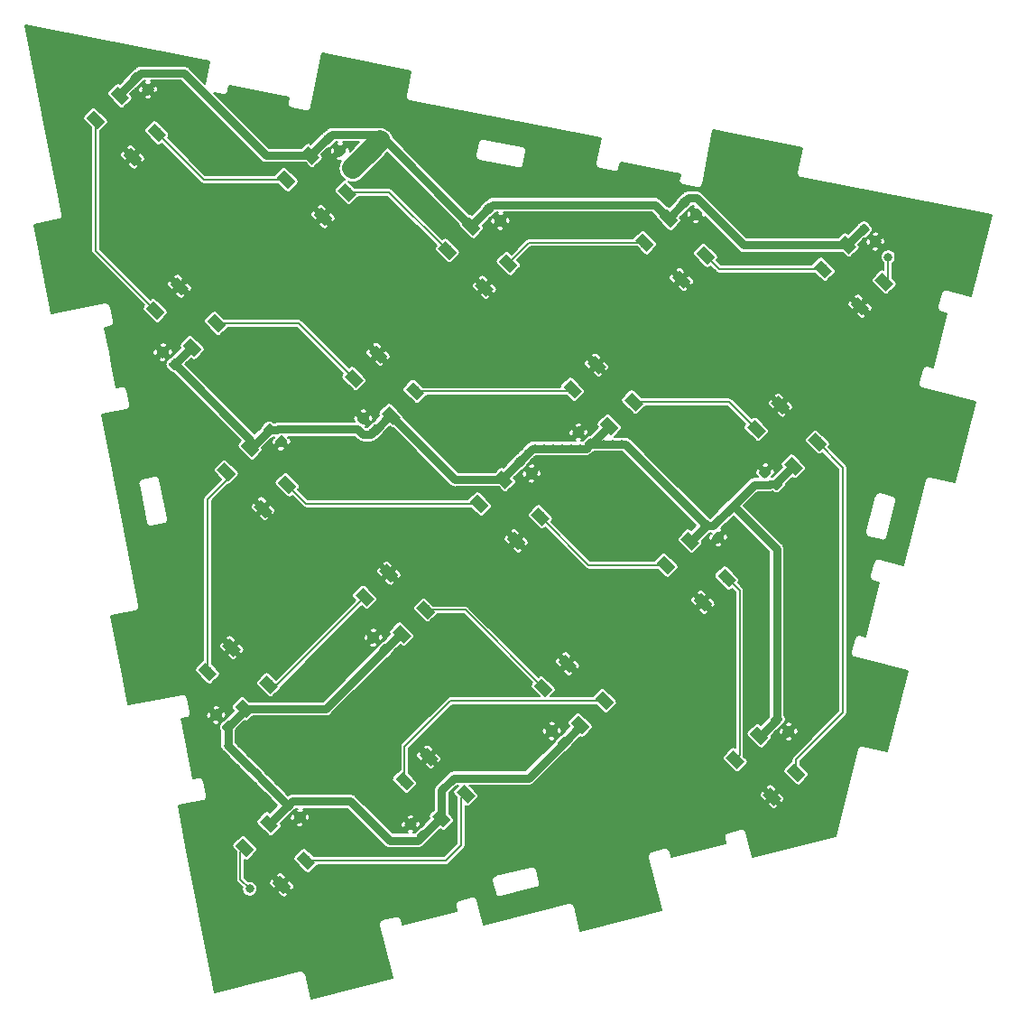
<source format=gtl>
G04 #@! TF.GenerationSoftware,KiCad,Pcbnew,5.1.4+dfsg1-1*
G04 #@! TF.CreationDate,2019-11-16T18:33:33+01:00*
G04 #@! TF.ProjectId,LED-Polyhedron,4c45442d-506f-46c7-9968-6564726f6e2e,rev?*
G04 #@! TF.SameCoordinates,Original*
G04 #@! TF.FileFunction,Copper,L1,Top*
G04 #@! TF.FilePolarity,Positive*
%FSLAX46Y46*%
G04 Gerber Fmt 4.6, Leading zero omitted, Abs format (unit mm)*
G04 Created by KiCad (PCBNEW 5.1.4+dfsg1-1) date 2019-11-16 18:33:33*
%MOMM*%
%LPD*%
G04 APERTURE LIST*
%ADD10C,0.100000*%
%ADD11C,0.875000*%
%ADD12C,1.000000*%
%ADD13C,0.800000*%
%ADD14C,0.200000*%
%ADD15C,0.800000*%
%ADD16C,2.000000*%
G04 APERTURE END LIST*
D10*
G36*
X25241111Y-73139580D02*
G01*
X25262346Y-73142730D01*
X25283170Y-73147946D01*
X25303382Y-73155178D01*
X25322788Y-73164357D01*
X25341201Y-73175393D01*
X25358444Y-73188181D01*
X25374350Y-73202597D01*
X25683709Y-73511956D01*
X25698125Y-73527862D01*
X25710913Y-73545105D01*
X25721949Y-73563518D01*
X25731128Y-73582924D01*
X25738360Y-73603136D01*
X25743576Y-73623960D01*
X25746726Y-73645195D01*
X25747779Y-73666636D01*
X25746726Y-73688077D01*
X25743576Y-73709312D01*
X25738360Y-73730136D01*
X25731128Y-73750348D01*
X25721949Y-73769754D01*
X25710913Y-73788167D01*
X25698125Y-73805410D01*
X25683709Y-73821316D01*
X25321316Y-74183709D01*
X25305410Y-74198125D01*
X25288167Y-74210913D01*
X25269754Y-74221949D01*
X25250348Y-74231128D01*
X25230136Y-74238360D01*
X25209312Y-74243576D01*
X25188077Y-74246726D01*
X25166636Y-74247779D01*
X25145195Y-74246726D01*
X25123960Y-74243576D01*
X25103136Y-74238360D01*
X25082924Y-74231128D01*
X25063518Y-74221949D01*
X25045105Y-74210913D01*
X25027862Y-74198125D01*
X25011956Y-74183709D01*
X24702597Y-73874350D01*
X24688181Y-73858444D01*
X24675393Y-73841201D01*
X24664357Y-73822788D01*
X24655178Y-73803382D01*
X24647946Y-73783170D01*
X24642730Y-73762346D01*
X24639580Y-73741111D01*
X24638527Y-73719670D01*
X24639580Y-73698229D01*
X24642730Y-73676994D01*
X24647946Y-73656170D01*
X24655178Y-73635958D01*
X24664357Y-73616552D01*
X24675393Y-73598139D01*
X24688181Y-73580896D01*
X24702597Y-73564990D01*
X25064990Y-73202597D01*
X25080896Y-73188181D01*
X25098139Y-73175393D01*
X25116552Y-73164357D01*
X25135958Y-73155178D01*
X25156170Y-73147946D01*
X25176994Y-73142730D01*
X25198229Y-73139580D01*
X25219670Y-73138527D01*
X25241111Y-73139580D01*
X25241111Y-73139580D01*
G37*
D11*
X25193153Y-73693153D03*
D10*
G36*
X26354805Y-74253274D02*
G01*
X26376040Y-74256424D01*
X26396864Y-74261640D01*
X26417076Y-74268872D01*
X26436482Y-74278051D01*
X26454895Y-74289087D01*
X26472138Y-74301875D01*
X26488044Y-74316291D01*
X26797403Y-74625650D01*
X26811819Y-74641556D01*
X26824607Y-74658799D01*
X26835643Y-74677212D01*
X26844822Y-74696618D01*
X26852054Y-74716830D01*
X26857270Y-74737654D01*
X26860420Y-74758889D01*
X26861473Y-74780330D01*
X26860420Y-74801771D01*
X26857270Y-74823006D01*
X26852054Y-74843830D01*
X26844822Y-74864042D01*
X26835643Y-74883448D01*
X26824607Y-74901861D01*
X26811819Y-74919104D01*
X26797403Y-74935010D01*
X26435010Y-75297403D01*
X26419104Y-75311819D01*
X26401861Y-75324607D01*
X26383448Y-75335643D01*
X26364042Y-75344822D01*
X26343830Y-75352054D01*
X26323006Y-75357270D01*
X26301771Y-75360420D01*
X26280330Y-75361473D01*
X26258889Y-75360420D01*
X26237654Y-75357270D01*
X26216830Y-75352054D01*
X26196618Y-75344822D01*
X26177212Y-75335643D01*
X26158799Y-75324607D01*
X26141556Y-75311819D01*
X26125650Y-75297403D01*
X25816291Y-74988044D01*
X25801875Y-74972138D01*
X25789087Y-74954895D01*
X25778051Y-74936482D01*
X25768872Y-74917076D01*
X25761640Y-74896864D01*
X25756424Y-74876040D01*
X25753274Y-74854805D01*
X25752221Y-74833364D01*
X25753274Y-74811923D01*
X25756424Y-74790688D01*
X25761640Y-74769864D01*
X25768872Y-74749652D01*
X25778051Y-74730246D01*
X25789087Y-74711833D01*
X25801875Y-74694590D01*
X25816291Y-74678684D01*
X26178684Y-74316291D01*
X26194590Y-74301875D01*
X26211833Y-74289087D01*
X26230246Y-74278051D01*
X26249652Y-74268872D01*
X26269864Y-74261640D01*
X26290688Y-74256424D01*
X26311923Y-74253274D01*
X26333364Y-74252221D01*
X26354805Y-74253274D01*
X26354805Y-74253274D01*
G37*
D11*
X26306847Y-74806847D03*
D10*
G36*
X72197958Y-66196427D02*
G01*
X72219193Y-66199577D01*
X72240017Y-66204793D01*
X72260229Y-66212025D01*
X72279635Y-66221204D01*
X72298048Y-66232240D01*
X72315291Y-66245028D01*
X72331197Y-66259444D01*
X72640556Y-66568803D01*
X72654972Y-66584709D01*
X72667760Y-66601952D01*
X72678796Y-66620365D01*
X72687975Y-66639771D01*
X72695207Y-66659983D01*
X72700423Y-66680807D01*
X72703573Y-66702042D01*
X72704626Y-66723483D01*
X72703573Y-66744924D01*
X72700423Y-66766159D01*
X72695207Y-66786983D01*
X72687975Y-66807195D01*
X72678796Y-66826601D01*
X72667760Y-66845014D01*
X72654972Y-66862257D01*
X72640556Y-66878163D01*
X72278163Y-67240556D01*
X72262257Y-67254972D01*
X72245014Y-67267760D01*
X72226601Y-67278796D01*
X72207195Y-67287975D01*
X72186983Y-67295207D01*
X72166159Y-67300423D01*
X72144924Y-67303573D01*
X72123483Y-67304626D01*
X72102042Y-67303573D01*
X72080807Y-67300423D01*
X72059983Y-67295207D01*
X72039771Y-67287975D01*
X72020365Y-67278796D01*
X72001952Y-67267760D01*
X71984709Y-67254972D01*
X71968803Y-67240556D01*
X71659444Y-66931197D01*
X71645028Y-66915291D01*
X71632240Y-66898048D01*
X71621204Y-66879635D01*
X71612025Y-66860229D01*
X71604793Y-66840017D01*
X71599577Y-66819193D01*
X71596427Y-66797958D01*
X71595374Y-66776517D01*
X71596427Y-66755076D01*
X71599577Y-66733841D01*
X71604793Y-66713017D01*
X71612025Y-66692805D01*
X71621204Y-66673399D01*
X71632240Y-66654986D01*
X71645028Y-66637743D01*
X71659444Y-66621837D01*
X72021837Y-66259444D01*
X72037743Y-66245028D01*
X72054986Y-66232240D01*
X72073399Y-66221204D01*
X72092805Y-66212025D01*
X72113017Y-66204793D01*
X72133841Y-66199577D01*
X72155076Y-66196427D01*
X72176517Y-66195374D01*
X72197958Y-66196427D01*
X72197958Y-66196427D01*
G37*
D11*
X72150000Y-66750000D03*
D10*
G36*
X71084264Y-65082733D02*
G01*
X71105499Y-65085883D01*
X71126323Y-65091099D01*
X71146535Y-65098331D01*
X71165941Y-65107510D01*
X71184354Y-65118546D01*
X71201597Y-65131334D01*
X71217503Y-65145750D01*
X71526862Y-65455109D01*
X71541278Y-65471015D01*
X71554066Y-65488258D01*
X71565102Y-65506671D01*
X71574281Y-65526077D01*
X71581513Y-65546289D01*
X71586729Y-65567113D01*
X71589879Y-65588348D01*
X71590932Y-65609789D01*
X71589879Y-65631230D01*
X71586729Y-65652465D01*
X71581513Y-65673289D01*
X71574281Y-65693501D01*
X71565102Y-65712907D01*
X71554066Y-65731320D01*
X71541278Y-65748563D01*
X71526862Y-65764469D01*
X71164469Y-66126862D01*
X71148563Y-66141278D01*
X71131320Y-66154066D01*
X71112907Y-66165102D01*
X71093501Y-66174281D01*
X71073289Y-66181513D01*
X71052465Y-66186729D01*
X71031230Y-66189879D01*
X71009789Y-66190932D01*
X70988348Y-66189879D01*
X70967113Y-66186729D01*
X70946289Y-66181513D01*
X70926077Y-66174281D01*
X70906671Y-66165102D01*
X70888258Y-66154066D01*
X70871015Y-66141278D01*
X70855109Y-66126862D01*
X70545750Y-65817503D01*
X70531334Y-65801597D01*
X70518546Y-65784354D01*
X70507510Y-65765941D01*
X70498331Y-65746535D01*
X70491099Y-65726323D01*
X70485883Y-65705499D01*
X70482733Y-65684264D01*
X70481680Y-65662823D01*
X70482733Y-65641382D01*
X70485883Y-65620147D01*
X70491099Y-65599323D01*
X70498331Y-65579111D01*
X70507510Y-65559705D01*
X70518546Y-65541292D01*
X70531334Y-65524049D01*
X70545750Y-65508143D01*
X70908143Y-65145750D01*
X70924049Y-65131334D01*
X70941292Y-65118546D01*
X70959705Y-65107510D01*
X70979111Y-65098331D01*
X70999323Y-65091099D01*
X71020147Y-65085883D01*
X71041382Y-65082733D01*
X71062823Y-65081680D01*
X71084264Y-65082733D01*
X71084264Y-65082733D01*
G37*
D11*
X71036306Y-65636306D03*
D10*
G36*
X37854805Y-76003274D02*
G01*
X37876040Y-76006424D01*
X37896864Y-76011640D01*
X37917076Y-76018872D01*
X37936482Y-76028051D01*
X37954895Y-76039087D01*
X37972138Y-76051875D01*
X37988044Y-76066291D01*
X38297403Y-76375650D01*
X38311819Y-76391556D01*
X38324607Y-76408799D01*
X38335643Y-76427212D01*
X38344822Y-76446618D01*
X38352054Y-76466830D01*
X38357270Y-76487654D01*
X38360420Y-76508889D01*
X38361473Y-76530330D01*
X38360420Y-76551771D01*
X38357270Y-76573006D01*
X38352054Y-76593830D01*
X38344822Y-76614042D01*
X38335643Y-76633448D01*
X38324607Y-76651861D01*
X38311819Y-76669104D01*
X38297403Y-76685010D01*
X37935010Y-77047403D01*
X37919104Y-77061819D01*
X37901861Y-77074607D01*
X37883448Y-77085643D01*
X37864042Y-77094822D01*
X37843830Y-77102054D01*
X37823006Y-77107270D01*
X37801771Y-77110420D01*
X37780330Y-77111473D01*
X37758889Y-77110420D01*
X37737654Y-77107270D01*
X37716830Y-77102054D01*
X37696618Y-77094822D01*
X37677212Y-77085643D01*
X37658799Y-77074607D01*
X37641556Y-77061819D01*
X37625650Y-77047403D01*
X37316291Y-76738044D01*
X37301875Y-76722138D01*
X37289087Y-76704895D01*
X37278051Y-76686482D01*
X37268872Y-76667076D01*
X37261640Y-76646864D01*
X37256424Y-76626040D01*
X37253274Y-76604805D01*
X37252221Y-76583364D01*
X37253274Y-76561923D01*
X37256424Y-76540688D01*
X37261640Y-76519864D01*
X37268872Y-76499652D01*
X37278051Y-76480246D01*
X37289087Y-76461833D01*
X37301875Y-76444590D01*
X37316291Y-76428684D01*
X37678684Y-76066291D01*
X37694590Y-76051875D01*
X37711833Y-76039087D01*
X37730246Y-76028051D01*
X37749652Y-76018872D01*
X37769864Y-76011640D01*
X37790688Y-76006424D01*
X37811923Y-76003274D01*
X37833364Y-76002221D01*
X37854805Y-76003274D01*
X37854805Y-76003274D01*
G37*
D11*
X37806847Y-76556847D03*
D10*
G36*
X36741111Y-74889580D02*
G01*
X36762346Y-74892730D01*
X36783170Y-74897946D01*
X36803382Y-74905178D01*
X36822788Y-74914357D01*
X36841201Y-74925393D01*
X36858444Y-74938181D01*
X36874350Y-74952597D01*
X37183709Y-75261956D01*
X37198125Y-75277862D01*
X37210913Y-75295105D01*
X37221949Y-75313518D01*
X37231128Y-75332924D01*
X37238360Y-75353136D01*
X37243576Y-75373960D01*
X37246726Y-75395195D01*
X37247779Y-75416636D01*
X37246726Y-75438077D01*
X37243576Y-75459312D01*
X37238360Y-75480136D01*
X37231128Y-75500348D01*
X37221949Y-75519754D01*
X37210913Y-75538167D01*
X37198125Y-75555410D01*
X37183709Y-75571316D01*
X36821316Y-75933709D01*
X36805410Y-75948125D01*
X36788167Y-75960913D01*
X36769754Y-75971949D01*
X36750348Y-75981128D01*
X36730136Y-75988360D01*
X36709312Y-75993576D01*
X36688077Y-75996726D01*
X36666636Y-75997779D01*
X36645195Y-75996726D01*
X36623960Y-75993576D01*
X36603136Y-75988360D01*
X36582924Y-75981128D01*
X36563518Y-75971949D01*
X36545105Y-75960913D01*
X36527862Y-75948125D01*
X36511956Y-75933709D01*
X36202597Y-75624350D01*
X36188181Y-75608444D01*
X36175393Y-75591201D01*
X36164357Y-75572788D01*
X36155178Y-75553382D01*
X36147946Y-75533170D01*
X36142730Y-75512346D01*
X36139580Y-75491111D01*
X36138527Y-75469670D01*
X36139580Y-75448229D01*
X36142730Y-75426994D01*
X36147946Y-75406170D01*
X36155178Y-75385958D01*
X36164357Y-75366552D01*
X36175393Y-75348139D01*
X36188181Y-75330896D01*
X36202597Y-75314990D01*
X36564990Y-74952597D01*
X36580896Y-74938181D01*
X36598139Y-74925393D01*
X36616552Y-74914357D01*
X36635958Y-74905178D01*
X36656170Y-74897946D01*
X36676994Y-74892730D01*
X36698229Y-74889580D01*
X36719670Y-74888527D01*
X36741111Y-74889580D01*
X36741111Y-74889580D01*
G37*
D11*
X36693153Y-75443153D03*
D12*
X70601041Y-72863782D03*
D10*
G36*
X69717158Y-72687005D02*
G01*
X70424264Y-71979899D01*
X71484924Y-73040559D01*
X70777818Y-73747665D01*
X69717158Y-72687005D01*
X69717158Y-72687005D01*
G37*
D12*
X72863782Y-70601041D03*
D10*
G36*
X71979899Y-70424264D02*
G01*
X72687005Y-69717158D01*
X73747665Y-70777818D01*
X73040559Y-71484924D01*
X71979899Y-70424264D01*
X71979899Y-70424264D01*
G37*
D12*
X67136218Y-69398959D03*
D10*
G36*
X66252335Y-69222182D02*
G01*
X66959441Y-68515076D01*
X68020101Y-69575736D01*
X67312995Y-70282842D01*
X66252335Y-69222182D01*
X66252335Y-69222182D01*
G37*
D12*
X69398959Y-67136218D03*
D10*
G36*
X68515076Y-66959441D02*
G01*
X69222182Y-66252335D01*
X70282842Y-67312995D01*
X69575736Y-68020101D01*
X68515076Y-66959441D01*
X68515076Y-66959441D01*
G37*
D12*
X23398959Y-75386218D03*
D10*
G36*
X22515076Y-75209441D02*
G01*
X23222182Y-74502335D01*
X24282842Y-75562995D01*
X23575736Y-76270101D01*
X22515076Y-75209441D01*
X22515076Y-75209441D01*
G37*
D12*
X21136218Y-77648959D03*
D10*
G36*
X20252335Y-77472182D02*
G01*
X20959441Y-76765076D01*
X22020101Y-77825736D01*
X21312995Y-78532842D01*
X20252335Y-77472182D01*
X20252335Y-77472182D01*
G37*
D12*
X26863782Y-78851041D03*
D10*
G36*
X25979899Y-78674264D02*
G01*
X26687005Y-77967158D01*
X27747665Y-79027818D01*
X27040559Y-79734924D01*
X25979899Y-78674264D01*
X25979899Y-78674264D01*
G37*
D12*
X24601041Y-81113782D03*
D10*
G36*
X23717158Y-80937005D02*
G01*
X24424264Y-80229899D01*
X25484924Y-81290559D01*
X24777818Y-81997665D01*
X23717158Y-80937005D01*
X23717158Y-80937005D01*
G37*
D12*
X38398959Y-69136218D03*
D10*
G36*
X39282842Y-69312995D02*
G01*
X38575736Y-70020101D01*
X37515076Y-68959441D01*
X38222182Y-68252335D01*
X39282842Y-69312995D01*
X39282842Y-69312995D01*
G37*
D12*
X36136218Y-71398959D03*
D10*
G36*
X37020101Y-71575736D02*
G01*
X36312995Y-72282842D01*
X35252335Y-71222182D01*
X35959441Y-70515076D01*
X37020101Y-71575736D01*
X37020101Y-71575736D01*
G37*
D12*
X41863782Y-72601041D03*
D10*
G36*
X42747665Y-72777818D02*
G01*
X42040559Y-73484924D01*
X40979899Y-72424264D01*
X41687005Y-71717158D01*
X42747665Y-72777818D01*
X42747665Y-72777818D01*
G37*
D12*
X39601041Y-74863782D03*
D10*
G36*
X40484924Y-75040559D02*
G01*
X39777818Y-75747665D01*
X38717158Y-74687005D01*
X39424264Y-73979899D01*
X40484924Y-75040559D01*
X40484924Y-75040559D01*
G37*
G36*
X62434264Y-16582733D02*
G01*
X62455499Y-16585883D01*
X62476323Y-16591099D01*
X62496535Y-16598331D01*
X62515941Y-16607510D01*
X62534354Y-16618546D01*
X62551597Y-16631334D01*
X62567503Y-16645750D01*
X62876862Y-16955109D01*
X62891278Y-16971015D01*
X62904066Y-16988258D01*
X62915102Y-17006671D01*
X62924281Y-17026077D01*
X62931513Y-17046289D01*
X62936729Y-17067113D01*
X62939879Y-17088348D01*
X62940932Y-17109789D01*
X62939879Y-17131230D01*
X62936729Y-17152465D01*
X62931513Y-17173289D01*
X62924281Y-17193501D01*
X62915102Y-17212907D01*
X62904066Y-17231320D01*
X62891278Y-17248563D01*
X62876862Y-17264469D01*
X62514469Y-17626862D01*
X62498563Y-17641278D01*
X62481320Y-17654066D01*
X62462907Y-17665102D01*
X62443501Y-17674281D01*
X62423289Y-17681513D01*
X62402465Y-17686729D01*
X62381230Y-17689879D01*
X62359789Y-17690932D01*
X62338348Y-17689879D01*
X62317113Y-17686729D01*
X62296289Y-17681513D01*
X62276077Y-17674281D01*
X62256671Y-17665102D01*
X62238258Y-17654066D01*
X62221015Y-17641278D01*
X62205109Y-17626862D01*
X61895750Y-17317503D01*
X61881334Y-17301597D01*
X61868546Y-17284354D01*
X61857510Y-17265941D01*
X61848331Y-17246535D01*
X61841099Y-17226323D01*
X61835883Y-17205499D01*
X61832733Y-17184264D01*
X61831680Y-17162823D01*
X61832733Y-17141382D01*
X61835883Y-17120147D01*
X61841099Y-17099323D01*
X61848331Y-17079111D01*
X61857510Y-17059705D01*
X61868546Y-17041292D01*
X61881334Y-17024049D01*
X61895750Y-17008143D01*
X62258143Y-16645750D01*
X62274049Y-16631334D01*
X62291292Y-16618546D01*
X62309705Y-16607510D01*
X62329111Y-16598331D01*
X62349323Y-16591099D01*
X62370147Y-16585883D01*
X62391382Y-16582733D01*
X62412823Y-16581680D01*
X62434264Y-16582733D01*
X62434264Y-16582733D01*
G37*
D11*
X62386306Y-17136306D03*
D10*
G36*
X63547958Y-17696427D02*
G01*
X63569193Y-17699577D01*
X63590017Y-17704793D01*
X63610229Y-17712025D01*
X63629635Y-17721204D01*
X63648048Y-17732240D01*
X63665291Y-17745028D01*
X63681197Y-17759444D01*
X63990556Y-18068803D01*
X64004972Y-18084709D01*
X64017760Y-18101952D01*
X64028796Y-18120365D01*
X64037975Y-18139771D01*
X64045207Y-18159983D01*
X64050423Y-18180807D01*
X64053573Y-18202042D01*
X64054626Y-18223483D01*
X64053573Y-18244924D01*
X64050423Y-18266159D01*
X64045207Y-18286983D01*
X64037975Y-18307195D01*
X64028796Y-18326601D01*
X64017760Y-18345014D01*
X64004972Y-18362257D01*
X63990556Y-18378163D01*
X63628163Y-18740556D01*
X63612257Y-18754972D01*
X63595014Y-18767760D01*
X63576601Y-18778796D01*
X63557195Y-18787975D01*
X63536983Y-18795207D01*
X63516159Y-18800423D01*
X63494924Y-18803573D01*
X63473483Y-18804626D01*
X63452042Y-18803573D01*
X63430807Y-18800423D01*
X63409983Y-18795207D01*
X63389771Y-18787975D01*
X63370365Y-18778796D01*
X63351952Y-18767760D01*
X63334709Y-18754972D01*
X63318803Y-18740556D01*
X63009444Y-18431197D01*
X62995028Y-18415291D01*
X62982240Y-18398048D01*
X62971204Y-18379635D01*
X62962025Y-18360229D01*
X62954793Y-18340017D01*
X62949577Y-18319193D01*
X62946427Y-18297958D01*
X62945374Y-18276517D01*
X62946427Y-18255076D01*
X62949577Y-18233841D01*
X62954793Y-18213017D01*
X62962025Y-18192805D01*
X62971204Y-18173399D01*
X62982240Y-18154986D01*
X62995028Y-18137743D01*
X63009444Y-18121837D01*
X63371837Y-17759444D01*
X63387743Y-17745028D01*
X63404986Y-17732240D01*
X63423399Y-17721204D01*
X63442805Y-17712025D01*
X63463017Y-17704793D01*
X63483841Y-17699577D01*
X63505076Y-17696427D01*
X63526517Y-17695374D01*
X63547958Y-17696427D01*
X63547958Y-17696427D01*
G37*
D11*
X63500000Y-18250000D03*
D10*
G36*
X33241111Y-57389580D02*
G01*
X33262346Y-57392730D01*
X33283170Y-57397946D01*
X33303382Y-57405178D01*
X33322788Y-57414357D01*
X33341201Y-57425393D01*
X33358444Y-57438181D01*
X33374350Y-57452597D01*
X33683709Y-57761956D01*
X33698125Y-57777862D01*
X33710913Y-57795105D01*
X33721949Y-57813518D01*
X33731128Y-57832924D01*
X33738360Y-57853136D01*
X33743576Y-57873960D01*
X33746726Y-57895195D01*
X33747779Y-57916636D01*
X33746726Y-57938077D01*
X33743576Y-57959312D01*
X33738360Y-57980136D01*
X33731128Y-58000348D01*
X33721949Y-58019754D01*
X33710913Y-58038167D01*
X33698125Y-58055410D01*
X33683709Y-58071316D01*
X33321316Y-58433709D01*
X33305410Y-58448125D01*
X33288167Y-58460913D01*
X33269754Y-58471949D01*
X33250348Y-58481128D01*
X33230136Y-58488360D01*
X33209312Y-58493576D01*
X33188077Y-58496726D01*
X33166636Y-58497779D01*
X33145195Y-58496726D01*
X33123960Y-58493576D01*
X33103136Y-58488360D01*
X33082924Y-58481128D01*
X33063518Y-58471949D01*
X33045105Y-58460913D01*
X33027862Y-58448125D01*
X33011956Y-58433709D01*
X32702597Y-58124350D01*
X32688181Y-58108444D01*
X32675393Y-58091201D01*
X32664357Y-58072788D01*
X32655178Y-58053382D01*
X32647946Y-58033170D01*
X32642730Y-58012346D01*
X32639580Y-57991111D01*
X32638527Y-57969670D01*
X32639580Y-57948229D01*
X32642730Y-57926994D01*
X32647946Y-57906170D01*
X32655178Y-57885958D01*
X32664357Y-57866552D01*
X32675393Y-57848139D01*
X32688181Y-57830896D01*
X32702597Y-57814990D01*
X33064990Y-57452597D01*
X33080896Y-57438181D01*
X33098139Y-57425393D01*
X33116552Y-57414357D01*
X33135958Y-57405178D01*
X33156170Y-57397946D01*
X33176994Y-57392730D01*
X33198229Y-57389580D01*
X33219670Y-57388527D01*
X33241111Y-57389580D01*
X33241111Y-57389580D01*
G37*
D11*
X33193153Y-57943153D03*
D10*
G36*
X34354805Y-58503274D02*
G01*
X34376040Y-58506424D01*
X34396864Y-58511640D01*
X34417076Y-58518872D01*
X34436482Y-58528051D01*
X34454895Y-58539087D01*
X34472138Y-58551875D01*
X34488044Y-58566291D01*
X34797403Y-58875650D01*
X34811819Y-58891556D01*
X34824607Y-58908799D01*
X34835643Y-58927212D01*
X34844822Y-58946618D01*
X34852054Y-58966830D01*
X34857270Y-58987654D01*
X34860420Y-59008889D01*
X34861473Y-59030330D01*
X34860420Y-59051771D01*
X34857270Y-59073006D01*
X34852054Y-59093830D01*
X34844822Y-59114042D01*
X34835643Y-59133448D01*
X34824607Y-59151861D01*
X34811819Y-59169104D01*
X34797403Y-59185010D01*
X34435010Y-59547403D01*
X34419104Y-59561819D01*
X34401861Y-59574607D01*
X34383448Y-59585643D01*
X34364042Y-59594822D01*
X34343830Y-59602054D01*
X34323006Y-59607270D01*
X34301771Y-59610420D01*
X34280330Y-59611473D01*
X34258889Y-59610420D01*
X34237654Y-59607270D01*
X34216830Y-59602054D01*
X34196618Y-59594822D01*
X34177212Y-59585643D01*
X34158799Y-59574607D01*
X34141556Y-59561819D01*
X34125650Y-59547403D01*
X33816291Y-59238044D01*
X33801875Y-59222138D01*
X33789087Y-59204895D01*
X33778051Y-59186482D01*
X33768872Y-59167076D01*
X33761640Y-59146864D01*
X33756424Y-59126040D01*
X33753274Y-59104805D01*
X33752221Y-59083364D01*
X33753274Y-59061923D01*
X33756424Y-59040688D01*
X33761640Y-59019864D01*
X33768872Y-58999652D01*
X33778051Y-58980246D01*
X33789087Y-58961833D01*
X33801875Y-58944590D01*
X33816291Y-58928684D01*
X34178684Y-58566291D01*
X34194590Y-58551875D01*
X34211833Y-58539087D01*
X34230246Y-58528051D01*
X34249652Y-58518872D01*
X34269864Y-58511640D01*
X34290688Y-58506424D01*
X34311923Y-58503274D01*
X34333364Y-58502221D01*
X34354805Y-58503274D01*
X34354805Y-58503274D01*
G37*
D11*
X34306847Y-59056847D03*
D10*
G36*
X19604805Y-65753274D02*
G01*
X19626040Y-65756424D01*
X19646864Y-65761640D01*
X19667076Y-65768872D01*
X19686482Y-65778051D01*
X19704895Y-65789087D01*
X19722138Y-65801875D01*
X19738044Y-65816291D01*
X20047403Y-66125650D01*
X20061819Y-66141556D01*
X20074607Y-66158799D01*
X20085643Y-66177212D01*
X20094822Y-66196618D01*
X20102054Y-66216830D01*
X20107270Y-66237654D01*
X20110420Y-66258889D01*
X20111473Y-66280330D01*
X20110420Y-66301771D01*
X20107270Y-66323006D01*
X20102054Y-66343830D01*
X20094822Y-66364042D01*
X20085643Y-66383448D01*
X20074607Y-66401861D01*
X20061819Y-66419104D01*
X20047403Y-66435010D01*
X19685010Y-66797403D01*
X19669104Y-66811819D01*
X19651861Y-66824607D01*
X19633448Y-66835643D01*
X19614042Y-66844822D01*
X19593830Y-66852054D01*
X19573006Y-66857270D01*
X19551771Y-66860420D01*
X19530330Y-66861473D01*
X19508889Y-66860420D01*
X19487654Y-66857270D01*
X19466830Y-66852054D01*
X19446618Y-66844822D01*
X19427212Y-66835643D01*
X19408799Y-66824607D01*
X19391556Y-66811819D01*
X19375650Y-66797403D01*
X19066291Y-66488044D01*
X19051875Y-66472138D01*
X19039087Y-66454895D01*
X19028051Y-66436482D01*
X19018872Y-66417076D01*
X19011640Y-66396864D01*
X19006424Y-66376040D01*
X19003274Y-66354805D01*
X19002221Y-66333364D01*
X19003274Y-66311923D01*
X19006424Y-66290688D01*
X19011640Y-66269864D01*
X19018872Y-66249652D01*
X19028051Y-66230246D01*
X19039087Y-66211833D01*
X19051875Y-66194590D01*
X19066291Y-66178684D01*
X19428684Y-65816291D01*
X19444590Y-65801875D01*
X19461833Y-65789087D01*
X19480246Y-65778051D01*
X19499652Y-65768872D01*
X19519864Y-65761640D01*
X19540688Y-65756424D01*
X19561923Y-65753274D01*
X19583364Y-65752221D01*
X19604805Y-65753274D01*
X19604805Y-65753274D01*
G37*
D11*
X19556847Y-66306847D03*
D10*
G36*
X18491111Y-64639580D02*
G01*
X18512346Y-64642730D01*
X18533170Y-64647946D01*
X18553382Y-64655178D01*
X18572788Y-64664357D01*
X18591201Y-64675393D01*
X18608444Y-64688181D01*
X18624350Y-64702597D01*
X18933709Y-65011956D01*
X18948125Y-65027862D01*
X18960913Y-65045105D01*
X18971949Y-65063518D01*
X18981128Y-65082924D01*
X18988360Y-65103136D01*
X18993576Y-65123960D01*
X18996726Y-65145195D01*
X18997779Y-65166636D01*
X18996726Y-65188077D01*
X18993576Y-65209312D01*
X18988360Y-65230136D01*
X18981128Y-65250348D01*
X18971949Y-65269754D01*
X18960913Y-65288167D01*
X18948125Y-65305410D01*
X18933709Y-65321316D01*
X18571316Y-65683709D01*
X18555410Y-65698125D01*
X18538167Y-65710913D01*
X18519754Y-65721949D01*
X18500348Y-65731128D01*
X18480136Y-65738360D01*
X18459312Y-65743576D01*
X18438077Y-65746726D01*
X18416636Y-65747779D01*
X18395195Y-65746726D01*
X18373960Y-65743576D01*
X18353136Y-65738360D01*
X18332924Y-65731128D01*
X18313518Y-65721949D01*
X18295105Y-65710913D01*
X18277862Y-65698125D01*
X18261956Y-65683709D01*
X17952597Y-65374350D01*
X17938181Y-65358444D01*
X17925393Y-65341201D01*
X17914357Y-65322788D01*
X17905178Y-65303382D01*
X17897946Y-65283170D01*
X17892730Y-65262346D01*
X17889580Y-65241111D01*
X17888527Y-65219670D01*
X17889580Y-65198229D01*
X17892730Y-65176994D01*
X17897946Y-65156170D01*
X17905178Y-65135958D01*
X17914357Y-65116552D01*
X17925393Y-65098139D01*
X17938181Y-65080896D01*
X17952597Y-65064990D01*
X18314990Y-64702597D01*
X18330896Y-64688181D01*
X18348139Y-64675393D01*
X18366552Y-64664357D01*
X18385958Y-64655178D01*
X18406170Y-64647946D01*
X18426994Y-64642730D01*
X18448229Y-64639580D01*
X18469670Y-64638527D01*
X18491111Y-64639580D01*
X18491111Y-64639580D01*
G37*
D11*
X18443153Y-65193153D03*
D10*
G36*
X24604805Y-39003274D02*
G01*
X24626040Y-39006424D01*
X24646864Y-39011640D01*
X24667076Y-39018872D01*
X24686482Y-39028051D01*
X24704895Y-39039087D01*
X24722138Y-39051875D01*
X24738044Y-39066291D01*
X25047403Y-39375650D01*
X25061819Y-39391556D01*
X25074607Y-39408799D01*
X25085643Y-39427212D01*
X25094822Y-39446618D01*
X25102054Y-39466830D01*
X25107270Y-39487654D01*
X25110420Y-39508889D01*
X25111473Y-39530330D01*
X25110420Y-39551771D01*
X25107270Y-39573006D01*
X25102054Y-39593830D01*
X25094822Y-39614042D01*
X25085643Y-39633448D01*
X25074607Y-39651861D01*
X25061819Y-39669104D01*
X25047403Y-39685010D01*
X24685010Y-40047403D01*
X24669104Y-40061819D01*
X24651861Y-40074607D01*
X24633448Y-40085643D01*
X24614042Y-40094822D01*
X24593830Y-40102054D01*
X24573006Y-40107270D01*
X24551771Y-40110420D01*
X24530330Y-40111473D01*
X24508889Y-40110420D01*
X24487654Y-40107270D01*
X24466830Y-40102054D01*
X24446618Y-40094822D01*
X24427212Y-40085643D01*
X24408799Y-40074607D01*
X24391556Y-40061819D01*
X24375650Y-40047403D01*
X24066291Y-39738044D01*
X24051875Y-39722138D01*
X24039087Y-39704895D01*
X24028051Y-39686482D01*
X24018872Y-39667076D01*
X24011640Y-39646864D01*
X24006424Y-39626040D01*
X24003274Y-39604805D01*
X24002221Y-39583364D01*
X24003274Y-39561923D01*
X24006424Y-39540688D01*
X24011640Y-39519864D01*
X24018872Y-39499652D01*
X24028051Y-39480246D01*
X24039087Y-39461833D01*
X24051875Y-39444590D01*
X24066291Y-39428684D01*
X24428684Y-39066291D01*
X24444590Y-39051875D01*
X24461833Y-39039087D01*
X24480246Y-39028051D01*
X24499652Y-39018872D01*
X24519864Y-39011640D01*
X24540688Y-39006424D01*
X24561923Y-39003274D01*
X24583364Y-39002221D01*
X24604805Y-39003274D01*
X24604805Y-39003274D01*
G37*
D11*
X24556847Y-39556847D03*
D10*
G36*
X23491111Y-37889580D02*
G01*
X23512346Y-37892730D01*
X23533170Y-37897946D01*
X23553382Y-37905178D01*
X23572788Y-37914357D01*
X23591201Y-37925393D01*
X23608444Y-37938181D01*
X23624350Y-37952597D01*
X23933709Y-38261956D01*
X23948125Y-38277862D01*
X23960913Y-38295105D01*
X23971949Y-38313518D01*
X23981128Y-38332924D01*
X23988360Y-38353136D01*
X23993576Y-38373960D01*
X23996726Y-38395195D01*
X23997779Y-38416636D01*
X23996726Y-38438077D01*
X23993576Y-38459312D01*
X23988360Y-38480136D01*
X23981128Y-38500348D01*
X23971949Y-38519754D01*
X23960913Y-38538167D01*
X23948125Y-38555410D01*
X23933709Y-38571316D01*
X23571316Y-38933709D01*
X23555410Y-38948125D01*
X23538167Y-38960913D01*
X23519754Y-38971949D01*
X23500348Y-38981128D01*
X23480136Y-38988360D01*
X23459312Y-38993576D01*
X23438077Y-38996726D01*
X23416636Y-38997779D01*
X23395195Y-38996726D01*
X23373960Y-38993576D01*
X23353136Y-38988360D01*
X23332924Y-38981128D01*
X23313518Y-38971949D01*
X23295105Y-38960913D01*
X23277862Y-38948125D01*
X23261956Y-38933709D01*
X22952597Y-38624350D01*
X22938181Y-38608444D01*
X22925393Y-38591201D01*
X22914357Y-38572788D01*
X22905178Y-38553382D01*
X22897946Y-38533170D01*
X22892730Y-38512346D01*
X22889580Y-38491111D01*
X22888527Y-38469670D01*
X22889580Y-38448229D01*
X22892730Y-38426994D01*
X22897946Y-38406170D01*
X22905178Y-38385958D01*
X22914357Y-38366552D01*
X22925393Y-38348139D01*
X22938181Y-38330896D01*
X22952597Y-38314990D01*
X23314990Y-37952597D01*
X23330896Y-37938181D01*
X23348139Y-37925393D01*
X23366552Y-37914357D01*
X23385958Y-37905178D01*
X23406170Y-37897946D01*
X23426994Y-37892730D01*
X23448229Y-37889580D01*
X23469670Y-37888527D01*
X23491111Y-37889580D01*
X23491111Y-37889580D01*
G37*
D11*
X23443153Y-38443153D03*
D10*
G36*
X46991111Y-40889580D02*
G01*
X47012346Y-40892730D01*
X47033170Y-40897946D01*
X47053382Y-40905178D01*
X47072788Y-40914357D01*
X47091201Y-40925393D01*
X47108444Y-40938181D01*
X47124350Y-40952597D01*
X47433709Y-41261956D01*
X47448125Y-41277862D01*
X47460913Y-41295105D01*
X47471949Y-41313518D01*
X47481128Y-41332924D01*
X47488360Y-41353136D01*
X47493576Y-41373960D01*
X47496726Y-41395195D01*
X47497779Y-41416636D01*
X47496726Y-41438077D01*
X47493576Y-41459312D01*
X47488360Y-41480136D01*
X47481128Y-41500348D01*
X47471949Y-41519754D01*
X47460913Y-41538167D01*
X47448125Y-41555410D01*
X47433709Y-41571316D01*
X47071316Y-41933709D01*
X47055410Y-41948125D01*
X47038167Y-41960913D01*
X47019754Y-41971949D01*
X47000348Y-41981128D01*
X46980136Y-41988360D01*
X46959312Y-41993576D01*
X46938077Y-41996726D01*
X46916636Y-41997779D01*
X46895195Y-41996726D01*
X46873960Y-41993576D01*
X46853136Y-41988360D01*
X46832924Y-41981128D01*
X46813518Y-41971949D01*
X46795105Y-41960913D01*
X46777862Y-41948125D01*
X46761956Y-41933709D01*
X46452597Y-41624350D01*
X46438181Y-41608444D01*
X46425393Y-41591201D01*
X46414357Y-41572788D01*
X46405178Y-41553382D01*
X46397946Y-41533170D01*
X46392730Y-41512346D01*
X46389580Y-41491111D01*
X46388527Y-41469670D01*
X46389580Y-41448229D01*
X46392730Y-41426994D01*
X46397946Y-41406170D01*
X46405178Y-41385958D01*
X46414357Y-41366552D01*
X46425393Y-41348139D01*
X46438181Y-41330896D01*
X46452597Y-41314990D01*
X46814990Y-40952597D01*
X46830896Y-40938181D01*
X46848139Y-40925393D01*
X46866552Y-40914357D01*
X46885958Y-40905178D01*
X46906170Y-40897946D01*
X46926994Y-40892730D01*
X46948229Y-40889580D01*
X46969670Y-40888527D01*
X46991111Y-40889580D01*
X46991111Y-40889580D01*
G37*
D11*
X46943153Y-41443153D03*
D10*
G36*
X48104805Y-42003274D02*
G01*
X48126040Y-42006424D01*
X48146864Y-42011640D01*
X48167076Y-42018872D01*
X48186482Y-42028051D01*
X48204895Y-42039087D01*
X48222138Y-42051875D01*
X48238044Y-42066291D01*
X48547403Y-42375650D01*
X48561819Y-42391556D01*
X48574607Y-42408799D01*
X48585643Y-42427212D01*
X48594822Y-42446618D01*
X48602054Y-42466830D01*
X48607270Y-42487654D01*
X48610420Y-42508889D01*
X48611473Y-42530330D01*
X48610420Y-42551771D01*
X48607270Y-42573006D01*
X48602054Y-42593830D01*
X48594822Y-42614042D01*
X48585643Y-42633448D01*
X48574607Y-42651861D01*
X48561819Y-42669104D01*
X48547403Y-42685010D01*
X48185010Y-43047403D01*
X48169104Y-43061819D01*
X48151861Y-43074607D01*
X48133448Y-43085643D01*
X48114042Y-43094822D01*
X48093830Y-43102054D01*
X48073006Y-43107270D01*
X48051771Y-43110420D01*
X48030330Y-43111473D01*
X48008889Y-43110420D01*
X47987654Y-43107270D01*
X47966830Y-43102054D01*
X47946618Y-43094822D01*
X47927212Y-43085643D01*
X47908799Y-43074607D01*
X47891556Y-43061819D01*
X47875650Y-43047403D01*
X47566291Y-42738044D01*
X47551875Y-42722138D01*
X47539087Y-42704895D01*
X47528051Y-42686482D01*
X47518872Y-42667076D01*
X47511640Y-42646864D01*
X47506424Y-42626040D01*
X47503274Y-42604805D01*
X47502221Y-42583364D01*
X47503274Y-42561923D01*
X47506424Y-42540688D01*
X47511640Y-42519864D01*
X47518872Y-42499652D01*
X47528051Y-42480246D01*
X47539087Y-42461833D01*
X47551875Y-42444590D01*
X47566291Y-42428684D01*
X47928684Y-42066291D01*
X47944590Y-42051875D01*
X47961833Y-42039087D01*
X47980246Y-42028051D01*
X47999652Y-42018872D01*
X48019864Y-42011640D01*
X48040688Y-42006424D01*
X48061923Y-42003274D01*
X48083364Y-42002221D01*
X48104805Y-42003274D01*
X48104805Y-42003274D01*
G37*
D11*
X48056847Y-42556847D03*
D10*
G36*
X65604805Y-48003274D02*
G01*
X65626040Y-48006424D01*
X65646864Y-48011640D01*
X65667076Y-48018872D01*
X65686482Y-48028051D01*
X65704895Y-48039087D01*
X65722138Y-48051875D01*
X65738044Y-48066291D01*
X66047403Y-48375650D01*
X66061819Y-48391556D01*
X66074607Y-48408799D01*
X66085643Y-48427212D01*
X66094822Y-48446618D01*
X66102054Y-48466830D01*
X66107270Y-48487654D01*
X66110420Y-48508889D01*
X66111473Y-48530330D01*
X66110420Y-48551771D01*
X66107270Y-48573006D01*
X66102054Y-48593830D01*
X66094822Y-48614042D01*
X66085643Y-48633448D01*
X66074607Y-48651861D01*
X66061819Y-48669104D01*
X66047403Y-48685010D01*
X65685010Y-49047403D01*
X65669104Y-49061819D01*
X65651861Y-49074607D01*
X65633448Y-49085643D01*
X65614042Y-49094822D01*
X65593830Y-49102054D01*
X65573006Y-49107270D01*
X65551771Y-49110420D01*
X65530330Y-49111473D01*
X65508889Y-49110420D01*
X65487654Y-49107270D01*
X65466830Y-49102054D01*
X65446618Y-49094822D01*
X65427212Y-49085643D01*
X65408799Y-49074607D01*
X65391556Y-49061819D01*
X65375650Y-49047403D01*
X65066291Y-48738044D01*
X65051875Y-48722138D01*
X65039087Y-48704895D01*
X65028051Y-48686482D01*
X65018872Y-48667076D01*
X65011640Y-48646864D01*
X65006424Y-48626040D01*
X65003274Y-48604805D01*
X65002221Y-48583364D01*
X65003274Y-48561923D01*
X65006424Y-48540688D01*
X65011640Y-48519864D01*
X65018872Y-48499652D01*
X65028051Y-48480246D01*
X65039087Y-48461833D01*
X65051875Y-48444590D01*
X65066291Y-48428684D01*
X65428684Y-48066291D01*
X65444590Y-48051875D01*
X65461833Y-48039087D01*
X65480246Y-48028051D01*
X65499652Y-48018872D01*
X65519864Y-48011640D01*
X65540688Y-48006424D01*
X65561923Y-48003274D01*
X65583364Y-48002221D01*
X65604805Y-48003274D01*
X65604805Y-48003274D01*
G37*
D11*
X65556847Y-48556847D03*
D10*
G36*
X64491111Y-46889580D02*
G01*
X64512346Y-46892730D01*
X64533170Y-46897946D01*
X64553382Y-46905178D01*
X64572788Y-46914357D01*
X64591201Y-46925393D01*
X64608444Y-46938181D01*
X64624350Y-46952597D01*
X64933709Y-47261956D01*
X64948125Y-47277862D01*
X64960913Y-47295105D01*
X64971949Y-47313518D01*
X64981128Y-47332924D01*
X64988360Y-47353136D01*
X64993576Y-47373960D01*
X64996726Y-47395195D01*
X64997779Y-47416636D01*
X64996726Y-47438077D01*
X64993576Y-47459312D01*
X64988360Y-47480136D01*
X64981128Y-47500348D01*
X64971949Y-47519754D01*
X64960913Y-47538167D01*
X64948125Y-47555410D01*
X64933709Y-47571316D01*
X64571316Y-47933709D01*
X64555410Y-47948125D01*
X64538167Y-47960913D01*
X64519754Y-47971949D01*
X64500348Y-47981128D01*
X64480136Y-47988360D01*
X64459312Y-47993576D01*
X64438077Y-47996726D01*
X64416636Y-47997779D01*
X64395195Y-47996726D01*
X64373960Y-47993576D01*
X64353136Y-47988360D01*
X64332924Y-47981128D01*
X64313518Y-47971949D01*
X64295105Y-47960913D01*
X64277862Y-47948125D01*
X64261956Y-47933709D01*
X63952597Y-47624350D01*
X63938181Y-47608444D01*
X63925393Y-47591201D01*
X63914357Y-47572788D01*
X63905178Y-47553382D01*
X63897946Y-47533170D01*
X63892730Y-47512346D01*
X63889580Y-47491111D01*
X63888527Y-47469670D01*
X63889580Y-47448229D01*
X63892730Y-47426994D01*
X63897946Y-47406170D01*
X63905178Y-47385958D01*
X63914357Y-47366552D01*
X63925393Y-47348139D01*
X63938181Y-47330896D01*
X63952597Y-47314990D01*
X64314990Y-46952597D01*
X64330896Y-46938181D01*
X64348139Y-46925393D01*
X64366552Y-46914357D01*
X64385958Y-46905178D01*
X64406170Y-46897946D01*
X64426994Y-46892730D01*
X64448229Y-46889580D01*
X64469670Y-46888527D01*
X64491111Y-46889580D01*
X64491111Y-46889580D01*
G37*
D11*
X64443153Y-47443153D03*
D10*
G36*
X71104805Y-43003274D02*
G01*
X71126040Y-43006424D01*
X71146864Y-43011640D01*
X71167076Y-43018872D01*
X71186482Y-43028051D01*
X71204895Y-43039087D01*
X71222138Y-43051875D01*
X71238044Y-43066291D01*
X71547403Y-43375650D01*
X71561819Y-43391556D01*
X71574607Y-43408799D01*
X71585643Y-43427212D01*
X71594822Y-43446618D01*
X71602054Y-43466830D01*
X71607270Y-43487654D01*
X71610420Y-43508889D01*
X71611473Y-43530330D01*
X71610420Y-43551771D01*
X71607270Y-43573006D01*
X71602054Y-43593830D01*
X71594822Y-43614042D01*
X71585643Y-43633448D01*
X71574607Y-43651861D01*
X71561819Y-43669104D01*
X71547403Y-43685010D01*
X71185010Y-44047403D01*
X71169104Y-44061819D01*
X71151861Y-44074607D01*
X71133448Y-44085643D01*
X71114042Y-44094822D01*
X71093830Y-44102054D01*
X71073006Y-44107270D01*
X71051771Y-44110420D01*
X71030330Y-44111473D01*
X71008889Y-44110420D01*
X70987654Y-44107270D01*
X70966830Y-44102054D01*
X70946618Y-44094822D01*
X70927212Y-44085643D01*
X70908799Y-44074607D01*
X70891556Y-44061819D01*
X70875650Y-44047403D01*
X70566291Y-43738044D01*
X70551875Y-43722138D01*
X70539087Y-43704895D01*
X70528051Y-43686482D01*
X70518872Y-43667076D01*
X70511640Y-43646864D01*
X70506424Y-43626040D01*
X70503274Y-43604805D01*
X70502221Y-43583364D01*
X70503274Y-43561923D01*
X70506424Y-43540688D01*
X70511640Y-43519864D01*
X70518872Y-43499652D01*
X70528051Y-43480246D01*
X70539087Y-43461833D01*
X70551875Y-43444590D01*
X70566291Y-43428684D01*
X70928684Y-43066291D01*
X70944590Y-43051875D01*
X70961833Y-43039087D01*
X70980246Y-43028051D01*
X70999652Y-43018872D01*
X71019864Y-43011640D01*
X71040688Y-43006424D01*
X71061923Y-43003274D01*
X71083364Y-43002221D01*
X71104805Y-43003274D01*
X71104805Y-43003274D01*
G37*
D11*
X71056847Y-43556847D03*
D10*
G36*
X69991111Y-41889580D02*
G01*
X70012346Y-41892730D01*
X70033170Y-41897946D01*
X70053382Y-41905178D01*
X70072788Y-41914357D01*
X70091201Y-41925393D01*
X70108444Y-41938181D01*
X70124350Y-41952597D01*
X70433709Y-42261956D01*
X70448125Y-42277862D01*
X70460913Y-42295105D01*
X70471949Y-42313518D01*
X70481128Y-42332924D01*
X70488360Y-42353136D01*
X70493576Y-42373960D01*
X70496726Y-42395195D01*
X70497779Y-42416636D01*
X70496726Y-42438077D01*
X70493576Y-42459312D01*
X70488360Y-42480136D01*
X70481128Y-42500348D01*
X70471949Y-42519754D01*
X70460913Y-42538167D01*
X70448125Y-42555410D01*
X70433709Y-42571316D01*
X70071316Y-42933709D01*
X70055410Y-42948125D01*
X70038167Y-42960913D01*
X70019754Y-42971949D01*
X70000348Y-42981128D01*
X69980136Y-42988360D01*
X69959312Y-42993576D01*
X69938077Y-42996726D01*
X69916636Y-42997779D01*
X69895195Y-42996726D01*
X69873960Y-42993576D01*
X69853136Y-42988360D01*
X69832924Y-42981128D01*
X69813518Y-42971949D01*
X69795105Y-42960913D01*
X69777862Y-42948125D01*
X69761956Y-42933709D01*
X69452597Y-42624350D01*
X69438181Y-42608444D01*
X69425393Y-42591201D01*
X69414357Y-42572788D01*
X69405178Y-42553382D01*
X69397946Y-42533170D01*
X69392730Y-42512346D01*
X69389580Y-42491111D01*
X69388527Y-42469670D01*
X69389580Y-42448229D01*
X69392730Y-42426994D01*
X69397946Y-42406170D01*
X69405178Y-42385958D01*
X69414357Y-42366552D01*
X69425393Y-42348139D01*
X69438181Y-42330896D01*
X69452597Y-42314990D01*
X69814990Y-41952597D01*
X69830896Y-41938181D01*
X69848139Y-41925393D01*
X69866552Y-41914357D01*
X69885958Y-41905178D01*
X69906170Y-41897946D01*
X69926994Y-41892730D01*
X69948229Y-41889580D01*
X69969670Y-41888527D01*
X69991111Y-41889580D01*
X69991111Y-41889580D01*
G37*
D11*
X69943153Y-42443153D03*
D10*
G36*
X52491111Y-38139580D02*
G01*
X52512346Y-38142730D01*
X52533170Y-38147946D01*
X52553382Y-38155178D01*
X52572788Y-38164357D01*
X52591201Y-38175393D01*
X52608444Y-38188181D01*
X52624350Y-38202597D01*
X52933709Y-38511956D01*
X52948125Y-38527862D01*
X52960913Y-38545105D01*
X52971949Y-38563518D01*
X52981128Y-38582924D01*
X52988360Y-38603136D01*
X52993576Y-38623960D01*
X52996726Y-38645195D01*
X52997779Y-38666636D01*
X52996726Y-38688077D01*
X52993576Y-38709312D01*
X52988360Y-38730136D01*
X52981128Y-38750348D01*
X52971949Y-38769754D01*
X52960913Y-38788167D01*
X52948125Y-38805410D01*
X52933709Y-38821316D01*
X52571316Y-39183709D01*
X52555410Y-39198125D01*
X52538167Y-39210913D01*
X52519754Y-39221949D01*
X52500348Y-39231128D01*
X52480136Y-39238360D01*
X52459312Y-39243576D01*
X52438077Y-39246726D01*
X52416636Y-39247779D01*
X52395195Y-39246726D01*
X52373960Y-39243576D01*
X52353136Y-39238360D01*
X52332924Y-39231128D01*
X52313518Y-39221949D01*
X52295105Y-39210913D01*
X52277862Y-39198125D01*
X52261956Y-39183709D01*
X51952597Y-38874350D01*
X51938181Y-38858444D01*
X51925393Y-38841201D01*
X51914357Y-38822788D01*
X51905178Y-38803382D01*
X51897946Y-38783170D01*
X51892730Y-38762346D01*
X51889580Y-38741111D01*
X51888527Y-38719670D01*
X51889580Y-38698229D01*
X51892730Y-38676994D01*
X51897946Y-38656170D01*
X51905178Y-38635958D01*
X51914357Y-38616552D01*
X51925393Y-38598139D01*
X51938181Y-38580896D01*
X51952597Y-38564990D01*
X52314990Y-38202597D01*
X52330896Y-38188181D01*
X52348139Y-38175393D01*
X52366552Y-38164357D01*
X52385958Y-38155178D01*
X52406170Y-38147946D01*
X52426994Y-38142730D01*
X52448229Y-38139580D01*
X52469670Y-38138527D01*
X52491111Y-38139580D01*
X52491111Y-38139580D01*
G37*
D11*
X52443153Y-38693153D03*
D10*
G36*
X53604805Y-39253274D02*
G01*
X53626040Y-39256424D01*
X53646864Y-39261640D01*
X53667076Y-39268872D01*
X53686482Y-39278051D01*
X53704895Y-39289087D01*
X53722138Y-39301875D01*
X53738044Y-39316291D01*
X54047403Y-39625650D01*
X54061819Y-39641556D01*
X54074607Y-39658799D01*
X54085643Y-39677212D01*
X54094822Y-39696618D01*
X54102054Y-39716830D01*
X54107270Y-39737654D01*
X54110420Y-39758889D01*
X54111473Y-39780330D01*
X54110420Y-39801771D01*
X54107270Y-39823006D01*
X54102054Y-39843830D01*
X54094822Y-39864042D01*
X54085643Y-39883448D01*
X54074607Y-39901861D01*
X54061819Y-39919104D01*
X54047403Y-39935010D01*
X53685010Y-40297403D01*
X53669104Y-40311819D01*
X53651861Y-40324607D01*
X53633448Y-40335643D01*
X53614042Y-40344822D01*
X53593830Y-40352054D01*
X53573006Y-40357270D01*
X53551771Y-40360420D01*
X53530330Y-40361473D01*
X53508889Y-40360420D01*
X53487654Y-40357270D01*
X53466830Y-40352054D01*
X53446618Y-40344822D01*
X53427212Y-40335643D01*
X53408799Y-40324607D01*
X53391556Y-40311819D01*
X53375650Y-40297403D01*
X53066291Y-39988044D01*
X53051875Y-39972138D01*
X53039087Y-39954895D01*
X53028051Y-39936482D01*
X53018872Y-39917076D01*
X53011640Y-39896864D01*
X53006424Y-39876040D01*
X53003274Y-39854805D01*
X53002221Y-39833364D01*
X53003274Y-39811923D01*
X53006424Y-39790688D01*
X53011640Y-39769864D01*
X53018872Y-39749652D01*
X53028051Y-39730246D01*
X53039087Y-39711833D01*
X53051875Y-39694590D01*
X53066291Y-39678684D01*
X53428684Y-39316291D01*
X53444590Y-39301875D01*
X53461833Y-39289087D01*
X53480246Y-39278051D01*
X53499652Y-39268872D01*
X53519864Y-39261640D01*
X53540688Y-39256424D01*
X53561923Y-39253274D01*
X53583364Y-39252221D01*
X53604805Y-39253274D01*
X53604805Y-39253274D01*
G37*
D11*
X53556847Y-39806847D03*
D10*
G36*
X33404805Y-37953274D02*
G01*
X33426040Y-37956424D01*
X33446864Y-37961640D01*
X33467076Y-37968872D01*
X33486482Y-37978051D01*
X33504895Y-37989087D01*
X33522138Y-38001875D01*
X33538044Y-38016291D01*
X33847403Y-38325650D01*
X33861819Y-38341556D01*
X33874607Y-38358799D01*
X33885643Y-38377212D01*
X33894822Y-38396618D01*
X33902054Y-38416830D01*
X33907270Y-38437654D01*
X33910420Y-38458889D01*
X33911473Y-38480330D01*
X33910420Y-38501771D01*
X33907270Y-38523006D01*
X33902054Y-38543830D01*
X33894822Y-38564042D01*
X33885643Y-38583448D01*
X33874607Y-38601861D01*
X33861819Y-38619104D01*
X33847403Y-38635010D01*
X33485010Y-38997403D01*
X33469104Y-39011819D01*
X33451861Y-39024607D01*
X33433448Y-39035643D01*
X33414042Y-39044822D01*
X33393830Y-39052054D01*
X33373006Y-39057270D01*
X33351771Y-39060420D01*
X33330330Y-39061473D01*
X33308889Y-39060420D01*
X33287654Y-39057270D01*
X33266830Y-39052054D01*
X33246618Y-39044822D01*
X33227212Y-39035643D01*
X33208799Y-39024607D01*
X33191556Y-39011819D01*
X33175650Y-38997403D01*
X32866291Y-38688044D01*
X32851875Y-38672138D01*
X32839087Y-38654895D01*
X32828051Y-38636482D01*
X32818872Y-38617076D01*
X32811640Y-38596864D01*
X32806424Y-38576040D01*
X32803274Y-38554805D01*
X32802221Y-38533364D01*
X32803274Y-38511923D01*
X32806424Y-38490688D01*
X32811640Y-38469864D01*
X32818872Y-38449652D01*
X32828051Y-38430246D01*
X32839087Y-38411833D01*
X32851875Y-38394590D01*
X32866291Y-38378684D01*
X33228684Y-38016291D01*
X33244590Y-38001875D01*
X33261833Y-37989087D01*
X33280246Y-37978051D01*
X33299652Y-37968872D01*
X33319864Y-37961640D01*
X33340688Y-37956424D01*
X33361923Y-37953274D01*
X33383364Y-37952221D01*
X33404805Y-37953274D01*
X33404805Y-37953274D01*
G37*
D11*
X33356847Y-38506847D03*
D10*
G36*
X32291111Y-36839580D02*
G01*
X32312346Y-36842730D01*
X32333170Y-36847946D01*
X32353382Y-36855178D01*
X32372788Y-36864357D01*
X32391201Y-36875393D01*
X32408444Y-36888181D01*
X32424350Y-36902597D01*
X32733709Y-37211956D01*
X32748125Y-37227862D01*
X32760913Y-37245105D01*
X32771949Y-37263518D01*
X32781128Y-37282924D01*
X32788360Y-37303136D01*
X32793576Y-37323960D01*
X32796726Y-37345195D01*
X32797779Y-37366636D01*
X32796726Y-37388077D01*
X32793576Y-37409312D01*
X32788360Y-37430136D01*
X32781128Y-37450348D01*
X32771949Y-37469754D01*
X32760913Y-37488167D01*
X32748125Y-37505410D01*
X32733709Y-37521316D01*
X32371316Y-37883709D01*
X32355410Y-37898125D01*
X32338167Y-37910913D01*
X32319754Y-37921949D01*
X32300348Y-37931128D01*
X32280136Y-37938360D01*
X32259312Y-37943576D01*
X32238077Y-37946726D01*
X32216636Y-37947779D01*
X32195195Y-37946726D01*
X32173960Y-37943576D01*
X32153136Y-37938360D01*
X32132924Y-37931128D01*
X32113518Y-37921949D01*
X32095105Y-37910913D01*
X32077862Y-37898125D01*
X32061956Y-37883709D01*
X31752597Y-37574350D01*
X31738181Y-37558444D01*
X31725393Y-37541201D01*
X31714357Y-37522788D01*
X31705178Y-37503382D01*
X31697946Y-37483170D01*
X31692730Y-37462346D01*
X31689580Y-37441111D01*
X31688527Y-37419670D01*
X31689580Y-37398229D01*
X31692730Y-37376994D01*
X31697946Y-37356170D01*
X31705178Y-37335958D01*
X31714357Y-37316552D01*
X31725393Y-37298139D01*
X31738181Y-37280896D01*
X31752597Y-37264990D01*
X32114990Y-36902597D01*
X32130896Y-36888181D01*
X32148139Y-36875393D01*
X32166552Y-36864357D01*
X32185958Y-36855178D01*
X32206170Y-36847946D01*
X32226994Y-36842730D01*
X32248229Y-36839580D01*
X32269670Y-36838527D01*
X32291111Y-36839580D01*
X32291111Y-36839580D01*
G37*
D11*
X32243153Y-37393153D03*
D10*
G36*
X13491111Y-30639580D02*
G01*
X13512346Y-30642730D01*
X13533170Y-30647946D01*
X13553382Y-30655178D01*
X13572788Y-30664357D01*
X13591201Y-30675393D01*
X13608444Y-30688181D01*
X13624350Y-30702597D01*
X13933709Y-31011956D01*
X13948125Y-31027862D01*
X13960913Y-31045105D01*
X13971949Y-31063518D01*
X13981128Y-31082924D01*
X13988360Y-31103136D01*
X13993576Y-31123960D01*
X13996726Y-31145195D01*
X13997779Y-31166636D01*
X13996726Y-31188077D01*
X13993576Y-31209312D01*
X13988360Y-31230136D01*
X13981128Y-31250348D01*
X13971949Y-31269754D01*
X13960913Y-31288167D01*
X13948125Y-31305410D01*
X13933709Y-31321316D01*
X13571316Y-31683709D01*
X13555410Y-31698125D01*
X13538167Y-31710913D01*
X13519754Y-31721949D01*
X13500348Y-31731128D01*
X13480136Y-31738360D01*
X13459312Y-31743576D01*
X13438077Y-31746726D01*
X13416636Y-31747779D01*
X13395195Y-31746726D01*
X13373960Y-31743576D01*
X13353136Y-31738360D01*
X13332924Y-31731128D01*
X13313518Y-31721949D01*
X13295105Y-31710913D01*
X13277862Y-31698125D01*
X13261956Y-31683709D01*
X12952597Y-31374350D01*
X12938181Y-31358444D01*
X12925393Y-31341201D01*
X12914357Y-31322788D01*
X12905178Y-31303382D01*
X12897946Y-31283170D01*
X12892730Y-31262346D01*
X12889580Y-31241111D01*
X12888527Y-31219670D01*
X12889580Y-31198229D01*
X12892730Y-31176994D01*
X12897946Y-31156170D01*
X12905178Y-31135958D01*
X12914357Y-31116552D01*
X12925393Y-31098139D01*
X12938181Y-31080896D01*
X12952597Y-31064990D01*
X13314990Y-30702597D01*
X13330896Y-30688181D01*
X13348139Y-30675393D01*
X13366552Y-30664357D01*
X13385958Y-30655178D01*
X13406170Y-30647946D01*
X13426994Y-30642730D01*
X13448229Y-30639580D01*
X13469670Y-30638527D01*
X13491111Y-30639580D01*
X13491111Y-30639580D01*
G37*
D11*
X13443153Y-31193153D03*
D10*
G36*
X14604805Y-31753274D02*
G01*
X14626040Y-31756424D01*
X14646864Y-31761640D01*
X14667076Y-31768872D01*
X14686482Y-31778051D01*
X14704895Y-31789087D01*
X14722138Y-31801875D01*
X14738044Y-31816291D01*
X15047403Y-32125650D01*
X15061819Y-32141556D01*
X15074607Y-32158799D01*
X15085643Y-32177212D01*
X15094822Y-32196618D01*
X15102054Y-32216830D01*
X15107270Y-32237654D01*
X15110420Y-32258889D01*
X15111473Y-32280330D01*
X15110420Y-32301771D01*
X15107270Y-32323006D01*
X15102054Y-32343830D01*
X15094822Y-32364042D01*
X15085643Y-32383448D01*
X15074607Y-32401861D01*
X15061819Y-32419104D01*
X15047403Y-32435010D01*
X14685010Y-32797403D01*
X14669104Y-32811819D01*
X14651861Y-32824607D01*
X14633448Y-32835643D01*
X14614042Y-32844822D01*
X14593830Y-32852054D01*
X14573006Y-32857270D01*
X14551771Y-32860420D01*
X14530330Y-32861473D01*
X14508889Y-32860420D01*
X14487654Y-32857270D01*
X14466830Y-32852054D01*
X14446618Y-32844822D01*
X14427212Y-32835643D01*
X14408799Y-32824607D01*
X14391556Y-32811819D01*
X14375650Y-32797403D01*
X14066291Y-32488044D01*
X14051875Y-32472138D01*
X14039087Y-32454895D01*
X14028051Y-32436482D01*
X14018872Y-32417076D01*
X14011640Y-32396864D01*
X14006424Y-32376040D01*
X14003274Y-32354805D01*
X14002221Y-32333364D01*
X14003274Y-32311923D01*
X14006424Y-32290688D01*
X14011640Y-32269864D01*
X14018872Y-32249652D01*
X14028051Y-32230246D01*
X14039087Y-32211833D01*
X14051875Y-32194590D01*
X14066291Y-32178684D01*
X14428684Y-31816291D01*
X14444590Y-31801875D01*
X14461833Y-31789087D01*
X14480246Y-31778051D01*
X14499652Y-31768872D01*
X14519864Y-31761640D01*
X14540688Y-31756424D01*
X14561923Y-31753274D01*
X14583364Y-31752221D01*
X14604805Y-31753274D01*
X14604805Y-31753274D01*
G37*
D11*
X14556847Y-32306847D03*
D10*
G36*
X10991111Y-4889580D02*
G01*
X11012346Y-4892730D01*
X11033170Y-4897946D01*
X11053382Y-4905178D01*
X11072788Y-4914357D01*
X11091201Y-4925393D01*
X11108444Y-4938181D01*
X11124350Y-4952597D01*
X11433709Y-5261956D01*
X11448125Y-5277862D01*
X11460913Y-5295105D01*
X11471949Y-5313518D01*
X11481128Y-5332924D01*
X11488360Y-5353136D01*
X11493576Y-5373960D01*
X11496726Y-5395195D01*
X11497779Y-5416636D01*
X11496726Y-5438077D01*
X11493576Y-5459312D01*
X11488360Y-5480136D01*
X11481128Y-5500348D01*
X11471949Y-5519754D01*
X11460913Y-5538167D01*
X11448125Y-5555410D01*
X11433709Y-5571316D01*
X11071316Y-5933709D01*
X11055410Y-5948125D01*
X11038167Y-5960913D01*
X11019754Y-5971949D01*
X11000348Y-5981128D01*
X10980136Y-5988360D01*
X10959312Y-5993576D01*
X10938077Y-5996726D01*
X10916636Y-5997779D01*
X10895195Y-5996726D01*
X10873960Y-5993576D01*
X10853136Y-5988360D01*
X10832924Y-5981128D01*
X10813518Y-5971949D01*
X10795105Y-5960913D01*
X10777862Y-5948125D01*
X10761956Y-5933709D01*
X10452597Y-5624350D01*
X10438181Y-5608444D01*
X10425393Y-5591201D01*
X10414357Y-5572788D01*
X10405178Y-5553382D01*
X10397946Y-5533170D01*
X10392730Y-5512346D01*
X10389580Y-5491111D01*
X10388527Y-5469670D01*
X10389580Y-5448229D01*
X10392730Y-5426994D01*
X10397946Y-5406170D01*
X10405178Y-5385958D01*
X10414357Y-5366552D01*
X10425393Y-5348139D01*
X10438181Y-5330896D01*
X10452597Y-5314990D01*
X10814990Y-4952597D01*
X10830896Y-4938181D01*
X10848139Y-4925393D01*
X10866552Y-4914357D01*
X10885958Y-4905178D01*
X10906170Y-4897946D01*
X10926994Y-4892730D01*
X10948229Y-4889580D01*
X10969670Y-4888527D01*
X10991111Y-4889580D01*
X10991111Y-4889580D01*
G37*
D11*
X10943153Y-5443153D03*
D10*
G36*
X12104805Y-6003274D02*
G01*
X12126040Y-6006424D01*
X12146864Y-6011640D01*
X12167076Y-6018872D01*
X12186482Y-6028051D01*
X12204895Y-6039087D01*
X12222138Y-6051875D01*
X12238044Y-6066291D01*
X12547403Y-6375650D01*
X12561819Y-6391556D01*
X12574607Y-6408799D01*
X12585643Y-6427212D01*
X12594822Y-6446618D01*
X12602054Y-6466830D01*
X12607270Y-6487654D01*
X12610420Y-6508889D01*
X12611473Y-6530330D01*
X12610420Y-6551771D01*
X12607270Y-6573006D01*
X12602054Y-6593830D01*
X12594822Y-6614042D01*
X12585643Y-6633448D01*
X12574607Y-6651861D01*
X12561819Y-6669104D01*
X12547403Y-6685010D01*
X12185010Y-7047403D01*
X12169104Y-7061819D01*
X12151861Y-7074607D01*
X12133448Y-7085643D01*
X12114042Y-7094822D01*
X12093830Y-7102054D01*
X12073006Y-7107270D01*
X12051771Y-7110420D01*
X12030330Y-7111473D01*
X12008889Y-7110420D01*
X11987654Y-7107270D01*
X11966830Y-7102054D01*
X11946618Y-7094822D01*
X11927212Y-7085643D01*
X11908799Y-7074607D01*
X11891556Y-7061819D01*
X11875650Y-7047403D01*
X11566291Y-6738044D01*
X11551875Y-6722138D01*
X11539087Y-6704895D01*
X11528051Y-6686482D01*
X11518872Y-6667076D01*
X11511640Y-6646864D01*
X11506424Y-6626040D01*
X11503274Y-6604805D01*
X11502221Y-6583364D01*
X11503274Y-6561923D01*
X11506424Y-6540688D01*
X11511640Y-6519864D01*
X11518872Y-6499652D01*
X11528051Y-6480246D01*
X11539087Y-6461833D01*
X11551875Y-6444590D01*
X11566291Y-6428684D01*
X11928684Y-6066291D01*
X11944590Y-6051875D01*
X11961833Y-6039087D01*
X11980246Y-6028051D01*
X11999652Y-6018872D01*
X12019864Y-6011640D01*
X12040688Y-6006424D01*
X12061923Y-6003274D01*
X12083364Y-6002221D01*
X12104805Y-6003274D01*
X12104805Y-6003274D01*
G37*
D11*
X12056847Y-6556847D03*
D10*
G36*
X30104805Y-11753274D02*
G01*
X30126040Y-11756424D01*
X30146864Y-11761640D01*
X30167076Y-11768872D01*
X30186482Y-11778051D01*
X30204895Y-11789087D01*
X30222138Y-11801875D01*
X30238044Y-11816291D01*
X30547403Y-12125650D01*
X30561819Y-12141556D01*
X30574607Y-12158799D01*
X30585643Y-12177212D01*
X30594822Y-12196618D01*
X30602054Y-12216830D01*
X30607270Y-12237654D01*
X30610420Y-12258889D01*
X30611473Y-12280330D01*
X30610420Y-12301771D01*
X30607270Y-12323006D01*
X30602054Y-12343830D01*
X30594822Y-12364042D01*
X30585643Y-12383448D01*
X30574607Y-12401861D01*
X30561819Y-12419104D01*
X30547403Y-12435010D01*
X30185010Y-12797403D01*
X30169104Y-12811819D01*
X30151861Y-12824607D01*
X30133448Y-12835643D01*
X30114042Y-12844822D01*
X30093830Y-12852054D01*
X30073006Y-12857270D01*
X30051771Y-12860420D01*
X30030330Y-12861473D01*
X30008889Y-12860420D01*
X29987654Y-12857270D01*
X29966830Y-12852054D01*
X29946618Y-12844822D01*
X29927212Y-12835643D01*
X29908799Y-12824607D01*
X29891556Y-12811819D01*
X29875650Y-12797403D01*
X29566291Y-12488044D01*
X29551875Y-12472138D01*
X29539087Y-12454895D01*
X29528051Y-12436482D01*
X29518872Y-12417076D01*
X29511640Y-12396864D01*
X29506424Y-12376040D01*
X29503274Y-12354805D01*
X29502221Y-12333364D01*
X29503274Y-12311923D01*
X29506424Y-12290688D01*
X29511640Y-12269864D01*
X29518872Y-12249652D01*
X29528051Y-12230246D01*
X29539087Y-12211833D01*
X29551875Y-12194590D01*
X29566291Y-12178684D01*
X29928684Y-11816291D01*
X29944590Y-11801875D01*
X29961833Y-11789087D01*
X29980246Y-11778051D01*
X29999652Y-11768872D01*
X30019864Y-11761640D01*
X30040688Y-11756424D01*
X30061923Y-11753274D01*
X30083364Y-11752221D01*
X30104805Y-11753274D01*
X30104805Y-11753274D01*
G37*
D11*
X30056847Y-12306847D03*
D10*
G36*
X28991111Y-10639580D02*
G01*
X29012346Y-10642730D01*
X29033170Y-10647946D01*
X29053382Y-10655178D01*
X29072788Y-10664357D01*
X29091201Y-10675393D01*
X29108444Y-10688181D01*
X29124350Y-10702597D01*
X29433709Y-11011956D01*
X29448125Y-11027862D01*
X29460913Y-11045105D01*
X29471949Y-11063518D01*
X29481128Y-11082924D01*
X29488360Y-11103136D01*
X29493576Y-11123960D01*
X29496726Y-11145195D01*
X29497779Y-11166636D01*
X29496726Y-11188077D01*
X29493576Y-11209312D01*
X29488360Y-11230136D01*
X29481128Y-11250348D01*
X29471949Y-11269754D01*
X29460913Y-11288167D01*
X29448125Y-11305410D01*
X29433709Y-11321316D01*
X29071316Y-11683709D01*
X29055410Y-11698125D01*
X29038167Y-11710913D01*
X29019754Y-11721949D01*
X29000348Y-11731128D01*
X28980136Y-11738360D01*
X28959312Y-11743576D01*
X28938077Y-11746726D01*
X28916636Y-11747779D01*
X28895195Y-11746726D01*
X28873960Y-11743576D01*
X28853136Y-11738360D01*
X28832924Y-11731128D01*
X28813518Y-11721949D01*
X28795105Y-11710913D01*
X28777862Y-11698125D01*
X28761956Y-11683709D01*
X28452597Y-11374350D01*
X28438181Y-11358444D01*
X28425393Y-11341201D01*
X28414357Y-11322788D01*
X28405178Y-11303382D01*
X28397946Y-11283170D01*
X28392730Y-11262346D01*
X28389580Y-11241111D01*
X28388527Y-11219670D01*
X28389580Y-11198229D01*
X28392730Y-11176994D01*
X28397946Y-11156170D01*
X28405178Y-11135958D01*
X28414357Y-11116552D01*
X28425393Y-11098139D01*
X28438181Y-11080896D01*
X28452597Y-11064990D01*
X28814990Y-10702597D01*
X28830896Y-10688181D01*
X28848139Y-10675393D01*
X28866552Y-10664357D01*
X28885958Y-10655178D01*
X28906170Y-10647946D01*
X28926994Y-10642730D01*
X28948229Y-10639580D01*
X28969670Y-10638527D01*
X28991111Y-10639580D01*
X28991111Y-10639580D01*
G37*
D11*
X28943153Y-11193153D03*
D10*
G36*
X44047958Y-17196427D02*
G01*
X44069193Y-17199577D01*
X44090017Y-17204793D01*
X44110229Y-17212025D01*
X44129635Y-17221204D01*
X44148048Y-17232240D01*
X44165291Y-17245028D01*
X44181197Y-17259444D01*
X44490556Y-17568803D01*
X44504972Y-17584709D01*
X44517760Y-17601952D01*
X44528796Y-17620365D01*
X44537975Y-17639771D01*
X44545207Y-17659983D01*
X44550423Y-17680807D01*
X44553573Y-17702042D01*
X44554626Y-17723483D01*
X44553573Y-17744924D01*
X44550423Y-17766159D01*
X44545207Y-17786983D01*
X44537975Y-17807195D01*
X44528796Y-17826601D01*
X44517760Y-17845014D01*
X44504972Y-17862257D01*
X44490556Y-17878163D01*
X44128163Y-18240556D01*
X44112257Y-18254972D01*
X44095014Y-18267760D01*
X44076601Y-18278796D01*
X44057195Y-18287975D01*
X44036983Y-18295207D01*
X44016159Y-18300423D01*
X43994924Y-18303573D01*
X43973483Y-18304626D01*
X43952042Y-18303573D01*
X43930807Y-18300423D01*
X43909983Y-18295207D01*
X43889771Y-18287975D01*
X43870365Y-18278796D01*
X43851952Y-18267760D01*
X43834709Y-18254972D01*
X43818803Y-18240556D01*
X43509444Y-17931197D01*
X43495028Y-17915291D01*
X43482240Y-17898048D01*
X43471204Y-17879635D01*
X43462025Y-17860229D01*
X43454793Y-17840017D01*
X43449577Y-17819193D01*
X43446427Y-17797958D01*
X43445374Y-17776517D01*
X43446427Y-17755076D01*
X43449577Y-17733841D01*
X43454793Y-17713017D01*
X43462025Y-17692805D01*
X43471204Y-17673399D01*
X43482240Y-17654986D01*
X43495028Y-17637743D01*
X43509444Y-17621837D01*
X43871837Y-17259444D01*
X43887743Y-17245028D01*
X43904986Y-17232240D01*
X43923399Y-17221204D01*
X43942805Y-17212025D01*
X43963017Y-17204793D01*
X43983841Y-17199577D01*
X44005076Y-17196427D01*
X44026517Y-17195374D01*
X44047958Y-17196427D01*
X44047958Y-17196427D01*
G37*
D11*
X44000000Y-17750000D03*
D10*
G36*
X45161652Y-18310121D02*
G01*
X45182887Y-18313271D01*
X45203711Y-18318487D01*
X45223923Y-18325719D01*
X45243329Y-18334898D01*
X45261742Y-18345934D01*
X45278985Y-18358722D01*
X45294891Y-18373138D01*
X45604250Y-18682497D01*
X45618666Y-18698403D01*
X45631454Y-18715646D01*
X45642490Y-18734059D01*
X45651669Y-18753465D01*
X45658901Y-18773677D01*
X45664117Y-18794501D01*
X45667267Y-18815736D01*
X45668320Y-18837177D01*
X45667267Y-18858618D01*
X45664117Y-18879853D01*
X45658901Y-18900677D01*
X45651669Y-18920889D01*
X45642490Y-18940295D01*
X45631454Y-18958708D01*
X45618666Y-18975951D01*
X45604250Y-18991857D01*
X45241857Y-19354250D01*
X45225951Y-19368666D01*
X45208708Y-19381454D01*
X45190295Y-19392490D01*
X45170889Y-19401669D01*
X45150677Y-19408901D01*
X45129853Y-19414117D01*
X45108618Y-19417267D01*
X45087177Y-19418320D01*
X45065736Y-19417267D01*
X45044501Y-19414117D01*
X45023677Y-19408901D01*
X45003465Y-19401669D01*
X44984059Y-19392490D01*
X44965646Y-19381454D01*
X44948403Y-19368666D01*
X44932497Y-19354250D01*
X44623138Y-19044891D01*
X44608722Y-19028985D01*
X44595934Y-19011742D01*
X44584898Y-18993329D01*
X44575719Y-18973923D01*
X44568487Y-18953711D01*
X44563271Y-18932887D01*
X44560121Y-18911652D01*
X44559068Y-18890211D01*
X44560121Y-18868770D01*
X44563271Y-18847535D01*
X44568487Y-18826711D01*
X44575719Y-18806499D01*
X44584898Y-18787093D01*
X44595934Y-18768680D01*
X44608722Y-18751437D01*
X44623138Y-18735531D01*
X44985531Y-18373138D01*
X45001437Y-18358722D01*
X45018680Y-18345934D01*
X45037093Y-18334898D01*
X45056499Y-18325719D01*
X45076711Y-18318487D01*
X45097535Y-18313271D01*
X45118770Y-18310121D01*
X45140211Y-18309068D01*
X45161652Y-18310121D01*
X45161652Y-18310121D01*
G37*
D11*
X45113694Y-18863694D03*
D10*
G36*
X49991111Y-66139580D02*
G01*
X50012346Y-66142730D01*
X50033170Y-66147946D01*
X50053382Y-66155178D01*
X50072788Y-66164357D01*
X50091201Y-66175393D01*
X50108444Y-66188181D01*
X50124350Y-66202597D01*
X50433709Y-66511956D01*
X50448125Y-66527862D01*
X50460913Y-66545105D01*
X50471949Y-66563518D01*
X50481128Y-66582924D01*
X50488360Y-66603136D01*
X50493576Y-66623960D01*
X50496726Y-66645195D01*
X50497779Y-66666636D01*
X50496726Y-66688077D01*
X50493576Y-66709312D01*
X50488360Y-66730136D01*
X50481128Y-66750348D01*
X50471949Y-66769754D01*
X50460913Y-66788167D01*
X50448125Y-66805410D01*
X50433709Y-66821316D01*
X50071316Y-67183709D01*
X50055410Y-67198125D01*
X50038167Y-67210913D01*
X50019754Y-67221949D01*
X50000348Y-67231128D01*
X49980136Y-67238360D01*
X49959312Y-67243576D01*
X49938077Y-67246726D01*
X49916636Y-67247779D01*
X49895195Y-67246726D01*
X49873960Y-67243576D01*
X49853136Y-67238360D01*
X49832924Y-67231128D01*
X49813518Y-67221949D01*
X49795105Y-67210913D01*
X49777862Y-67198125D01*
X49761956Y-67183709D01*
X49452597Y-66874350D01*
X49438181Y-66858444D01*
X49425393Y-66841201D01*
X49414357Y-66822788D01*
X49405178Y-66803382D01*
X49397946Y-66783170D01*
X49392730Y-66762346D01*
X49389580Y-66741111D01*
X49388527Y-66719670D01*
X49389580Y-66698229D01*
X49392730Y-66676994D01*
X49397946Y-66656170D01*
X49405178Y-66635958D01*
X49414357Y-66616552D01*
X49425393Y-66598139D01*
X49438181Y-66580896D01*
X49452597Y-66564990D01*
X49814990Y-66202597D01*
X49830896Y-66188181D01*
X49848139Y-66175393D01*
X49866552Y-66164357D01*
X49885958Y-66155178D01*
X49906170Y-66147946D01*
X49926994Y-66142730D01*
X49948229Y-66139580D01*
X49969670Y-66138527D01*
X49991111Y-66139580D01*
X49991111Y-66139580D01*
G37*
D11*
X49943153Y-66693153D03*
D10*
G36*
X51104805Y-67253274D02*
G01*
X51126040Y-67256424D01*
X51146864Y-67261640D01*
X51167076Y-67268872D01*
X51186482Y-67278051D01*
X51204895Y-67289087D01*
X51222138Y-67301875D01*
X51238044Y-67316291D01*
X51547403Y-67625650D01*
X51561819Y-67641556D01*
X51574607Y-67658799D01*
X51585643Y-67677212D01*
X51594822Y-67696618D01*
X51602054Y-67716830D01*
X51607270Y-67737654D01*
X51610420Y-67758889D01*
X51611473Y-67780330D01*
X51610420Y-67801771D01*
X51607270Y-67823006D01*
X51602054Y-67843830D01*
X51594822Y-67864042D01*
X51585643Y-67883448D01*
X51574607Y-67901861D01*
X51561819Y-67919104D01*
X51547403Y-67935010D01*
X51185010Y-68297403D01*
X51169104Y-68311819D01*
X51151861Y-68324607D01*
X51133448Y-68335643D01*
X51114042Y-68344822D01*
X51093830Y-68352054D01*
X51073006Y-68357270D01*
X51051771Y-68360420D01*
X51030330Y-68361473D01*
X51008889Y-68360420D01*
X50987654Y-68357270D01*
X50966830Y-68352054D01*
X50946618Y-68344822D01*
X50927212Y-68335643D01*
X50908799Y-68324607D01*
X50891556Y-68311819D01*
X50875650Y-68297403D01*
X50566291Y-67988044D01*
X50551875Y-67972138D01*
X50539087Y-67954895D01*
X50528051Y-67936482D01*
X50518872Y-67917076D01*
X50511640Y-67896864D01*
X50506424Y-67876040D01*
X50503274Y-67854805D01*
X50502221Y-67833364D01*
X50503274Y-67811923D01*
X50506424Y-67790688D01*
X50511640Y-67769864D01*
X50518872Y-67749652D01*
X50528051Y-67730246D01*
X50539087Y-67711833D01*
X50551875Y-67694590D01*
X50566291Y-67678684D01*
X50928684Y-67316291D01*
X50944590Y-67301875D01*
X50961833Y-67289087D01*
X50980246Y-67278051D01*
X50999652Y-67268872D01*
X51019864Y-67261640D01*
X51040688Y-67256424D01*
X51061923Y-67253274D01*
X51083364Y-67252221D01*
X51104805Y-67253274D01*
X51104805Y-67253274D01*
G37*
D11*
X51056847Y-67806847D03*
D10*
G36*
X79241111Y-19139580D02*
G01*
X79262346Y-19142730D01*
X79283170Y-19147946D01*
X79303382Y-19155178D01*
X79322788Y-19164357D01*
X79341201Y-19175393D01*
X79358444Y-19188181D01*
X79374350Y-19202597D01*
X79683709Y-19511956D01*
X79698125Y-19527862D01*
X79710913Y-19545105D01*
X79721949Y-19563518D01*
X79731128Y-19582924D01*
X79738360Y-19603136D01*
X79743576Y-19623960D01*
X79746726Y-19645195D01*
X79747779Y-19666636D01*
X79746726Y-19688077D01*
X79743576Y-19709312D01*
X79738360Y-19730136D01*
X79731128Y-19750348D01*
X79721949Y-19769754D01*
X79710913Y-19788167D01*
X79698125Y-19805410D01*
X79683709Y-19821316D01*
X79321316Y-20183709D01*
X79305410Y-20198125D01*
X79288167Y-20210913D01*
X79269754Y-20221949D01*
X79250348Y-20231128D01*
X79230136Y-20238360D01*
X79209312Y-20243576D01*
X79188077Y-20246726D01*
X79166636Y-20247779D01*
X79145195Y-20246726D01*
X79123960Y-20243576D01*
X79103136Y-20238360D01*
X79082924Y-20231128D01*
X79063518Y-20221949D01*
X79045105Y-20210913D01*
X79027862Y-20198125D01*
X79011956Y-20183709D01*
X78702597Y-19874350D01*
X78688181Y-19858444D01*
X78675393Y-19841201D01*
X78664357Y-19822788D01*
X78655178Y-19803382D01*
X78647946Y-19783170D01*
X78642730Y-19762346D01*
X78639580Y-19741111D01*
X78638527Y-19719670D01*
X78639580Y-19698229D01*
X78642730Y-19676994D01*
X78647946Y-19656170D01*
X78655178Y-19635958D01*
X78664357Y-19616552D01*
X78675393Y-19598139D01*
X78688181Y-19580896D01*
X78702597Y-19564990D01*
X79064990Y-19202597D01*
X79080896Y-19188181D01*
X79098139Y-19175393D01*
X79116552Y-19164357D01*
X79135958Y-19155178D01*
X79156170Y-19147946D01*
X79176994Y-19142730D01*
X79198229Y-19139580D01*
X79219670Y-19138527D01*
X79241111Y-19139580D01*
X79241111Y-19139580D01*
G37*
D11*
X79193153Y-19693153D03*
D10*
G36*
X80354805Y-20253274D02*
G01*
X80376040Y-20256424D01*
X80396864Y-20261640D01*
X80417076Y-20268872D01*
X80436482Y-20278051D01*
X80454895Y-20289087D01*
X80472138Y-20301875D01*
X80488044Y-20316291D01*
X80797403Y-20625650D01*
X80811819Y-20641556D01*
X80824607Y-20658799D01*
X80835643Y-20677212D01*
X80844822Y-20696618D01*
X80852054Y-20716830D01*
X80857270Y-20737654D01*
X80860420Y-20758889D01*
X80861473Y-20780330D01*
X80860420Y-20801771D01*
X80857270Y-20823006D01*
X80852054Y-20843830D01*
X80844822Y-20864042D01*
X80835643Y-20883448D01*
X80824607Y-20901861D01*
X80811819Y-20919104D01*
X80797403Y-20935010D01*
X80435010Y-21297403D01*
X80419104Y-21311819D01*
X80401861Y-21324607D01*
X80383448Y-21335643D01*
X80364042Y-21344822D01*
X80343830Y-21352054D01*
X80323006Y-21357270D01*
X80301771Y-21360420D01*
X80280330Y-21361473D01*
X80258889Y-21360420D01*
X80237654Y-21357270D01*
X80216830Y-21352054D01*
X80196618Y-21344822D01*
X80177212Y-21335643D01*
X80158799Y-21324607D01*
X80141556Y-21311819D01*
X80125650Y-21297403D01*
X79816291Y-20988044D01*
X79801875Y-20972138D01*
X79789087Y-20954895D01*
X79778051Y-20936482D01*
X79768872Y-20917076D01*
X79761640Y-20896864D01*
X79756424Y-20876040D01*
X79753274Y-20854805D01*
X79752221Y-20833364D01*
X79753274Y-20811923D01*
X79756424Y-20790688D01*
X79761640Y-20769864D01*
X79768872Y-20749652D01*
X79778051Y-20730246D01*
X79789087Y-20711833D01*
X79801875Y-20694590D01*
X79816291Y-20678684D01*
X80178684Y-20316291D01*
X80194590Y-20301875D01*
X80211833Y-20289087D01*
X80230246Y-20278051D01*
X80249652Y-20268872D01*
X80269864Y-20261640D01*
X80290688Y-20256424D01*
X80311923Y-20253274D01*
X80333364Y-20252221D01*
X80354805Y-20253274D01*
X80354805Y-20253274D01*
G37*
D11*
X80306847Y-20806847D03*
D12*
X19898959Y-58886218D03*
D10*
G36*
X20782842Y-59062995D02*
G01*
X20075736Y-59770101D01*
X19015076Y-58709441D01*
X19722182Y-58002335D01*
X20782842Y-59062995D01*
X20782842Y-59062995D01*
G37*
D12*
X17636218Y-61148959D03*
D10*
G36*
X18520101Y-61325736D02*
G01*
X17812995Y-62032842D01*
X16752335Y-60972182D01*
X17459441Y-60265076D01*
X18520101Y-61325736D01*
X18520101Y-61325736D01*
G37*
D12*
X23363782Y-62351041D03*
D10*
G36*
X24247665Y-62527818D02*
G01*
X23540559Y-63234924D01*
X22479899Y-62174264D01*
X23187005Y-61467158D01*
X24247665Y-62527818D01*
X24247665Y-62527818D01*
G37*
D12*
X21101041Y-64613782D03*
D10*
G36*
X21984924Y-64790559D02*
G01*
X21277818Y-65497665D01*
X20217158Y-64437005D01*
X20924264Y-63729899D01*
X21984924Y-64790559D01*
X21984924Y-64790559D01*
G37*
D12*
X21648959Y-40136218D03*
D10*
G36*
X20765076Y-39959441D02*
G01*
X21472182Y-39252335D01*
X22532842Y-40312995D01*
X21825736Y-41020101D01*
X20765076Y-39959441D01*
X20765076Y-39959441D01*
G37*
D12*
X19386218Y-42398959D03*
D10*
G36*
X18502335Y-42222182D02*
G01*
X19209441Y-41515076D01*
X20270101Y-42575736D01*
X19562995Y-43282842D01*
X18502335Y-42222182D01*
X18502335Y-42222182D01*
G37*
D12*
X25113782Y-43601041D03*
D10*
G36*
X24229899Y-43424264D02*
G01*
X24937005Y-42717158D01*
X25997665Y-43777818D01*
X25290559Y-44484924D01*
X24229899Y-43424264D01*
X24229899Y-43424264D01*
G37*
D12*
X22851041Y-45863782D03*
D10*
G36*
X21967158Y-45687005D02*
G01*
X22674264Y-44979899D01*
X23734924Y-46040559D01*
X23027818Y-46747665D01*
X21967158Y-45687005D01*
X21967158Y-45687005D01*
G37*
D12*
X46601041Y-48863782D03*
D10*
G36*
X45717158Y-48687005D02*
G01*
X46424264Y-47979899D01*
X47484924Y-49040559D01*
X46777818Y-49747665D01*
X45717158Y-48687005D01*
X45717158Y-48687005D01*
G37*
D12*
X48863782Y-46601041D03*
D10*
G36*
X47979899Y-46424264D02*
G01*
X48687005Y-45717158D01*
X49747665Y-46777818D01*
X49040559Y-47484924D01*
X47979899Y-46424264D01*
X47979899Y-46424264D01*
G37*
D12*
X43136218Y-45398959D03*
D10*
G36*
X42252335Y-45222182D02*
G01*
X42959441Y-44515076D01*
X44020101Y-45575736D01*
X43312995Y-46282842D01*
X42252335Y-45222182D01*
X42252335Y-45222182D01*
G37*
D12*
X45398959Y-43136218D03*
D10*
G36*
X44515076Y-42959441D02*
G01*
X45222182Y-42252335D01*
X46282842Y-43312995D01*
X45575736Y-44020101D01*
X44515076Y-42959441D01*
X44515076Y-42959441D01*
G37*
D12*
X62898959Y-48886218D03*
D10*
G36*
X62015076Y-48709441D02*
G01*
X62722182Y-48002335D01*
X63782842Y-49062995D01*
X63075736Y-49770101D01*
X62015076Y-48709441D01*
X62015076Y-48709441D01*
G37*
D12*
X60636218Y-51148959D03*
D10*
G36*
X59752335Y-50972182D02*
G01*
X60459441Y-50265076D01*
X61520101Y-51325736D01*
X60812995Y-52032842D01*
X59752335Y-50972182D01*
X59752335Y-50972182D01*
G37*
D12*
X66363782Y-52351041D03*
D10*
G36*
X65479899Y-52174264D02*
G01*
X66187005Y-51467158D01*
X67247665Y-52527818D01*
X66540559Y-53234924D01*
X65479899Y-52174264D01*
X65479899Y-52174264D01*
G37*
D12*
X64101041Y-54613782D03*
D10*
G36*
X63217158Y-54437005D02*
G01*
X63924264Y-53729899D01*
X64984924Y-54790559D01*
X64277818Y-55497665D01*
X63217158Y-54437005D01*
X63217158Y-54437005D01*
G37*
D12*
X71398959Y-36136218D03*
D10*
G36*
X72282842Y-36312995D02*
G01*
X71575736Y-37020101D01*
X70515076Y-35959441D01*
X71222182Y-35252335D01*
X72282842Y-36312995D01*
X72282842Y-36312995D01*
G37*
D12*
X69136218Y-38398959D03*
D10*
G36*
X70020101Y-38575736D02*
G01*
X69312995Y-39282842D01*
X68252335Y-38222182D01*
X68959441Y-37515076D01*
X70020101Y-38575736D01*
X70020101Y-38575736D01*
G37*
D12*
X74863782Y-39601041D03*
D10*
G36*
X75747665Y-39777818D02*
G01*
X75040559Y-40484924D01*
X73979899Y-39424264D01*
X74687005Y-38717158D01*
X75747665Y-39777818D01*
X75747665Y-39777818D01*
G37*
D12*
X72601041Y-41863782D03*
D10*
G36*
X73484924Y-42040559D02*
G01*
X72777818Y-42747665D01*
X71717158Y-41687005D01*
X72424264Y-40979899D01*
X73484924Y-42040559D01*
X73484924Y-42040559D01*
G37*
D12*
X55351041Y-38113782D03*
D10*
G36*
X56234924Y-38290559D02*
G01*
X55527818Y-38997665D01*
X54467158Y-37937005D01*
X55174264Y-37229899D01*
X56234924Y-38290559D01*
X56234924Y-38290559D01*
G37*
D12*
X57613782Y-35851041D03*
D10*
G36*
X58497665Y-36027818D02*
G01*
X57790559Y-36734924D01*
X56729899Y-35674264D01*
X57437005Y-34967158D01*
X58497665Y-36027818D01*
X58497665Y-36027818D01*
G37*
D12*
X51886218Y-34648959D03*
D10*
G36*
X52770101Y-34825736D02*
G01*
X52062995Y-35532842D01*
X51002335Y-34472182D01*
X51709441Y-33765076D01*
X52770101Y-34825736D01*
X52770101Y-34825736D01*
G37*
D12*
X54148959Y-32386218D03*
D10*
G36*
X55032842Y-32562995D02*
G01*
X54325736Y-33270101D01*
X53265076Y-32209441D01*
X53972182Y-31502335D01*
X55032842Y-32562995D01*
X55032842Y-32562995D01*
G37*
D12*
X33648959Y-31386218D03*
D10*
G36*
X34532842Y-31562995D02*
G01*
X33825736Y-32270101D01*
X32765076Y-31209441D01*
X33472182Y-30502335D01*
X34532842Y-31562995D01*
X34532842Y-31562995D01*
G37*
D12*
X31386218Y-33648959D03*
D10*
G36*
X32270101Y-33825736D02*
G01*
X31562995Y-34532842D01*
X30502335Y-33472182D01*
X31209441Y-32765076D01*
X32270101Y-33825736D01*
X32270101Y-33825736D01*
G37*
D12*
X37113782Y-34851041D03*
D10*
G36*
X37997665Y-35027818D02*
G01*
X37290559Y-35734924D01*
X36229899Y-34674264D01*
X36937005Y-33967158D01*
X37997665Y-35027818D01*
X37997665Y-35027818D01*
G37*
D12*
X34851041Y-37113782D03*
D10*
G36*
X35734924Y-37290559D02*
G01*
X35027818Y-37997665D01*
X33967158Y-36937005D01*
X34674264Y-36229899D01*
X35734924Y-37290559D01*
X35734924Y-37290559D01*
G37*
D12*
X16202082Y-30727564D03*
D10*
G36*
X17085965Y-30904341D02*
G01*
X16378859Y-31611447D01*
X15318199Y-30550787D01*
X16025305Y-29843681D01*
X17085965Y-30904341D01*
X17085965Y-30904341D01*
G37*
D12*
X18464823Y-28464823D03*
D10*
G36*
X19348706Y-28641600D02*
G01*
X18641600Y-29348706D01*
X17580940Y-28288046D01*
X18288046Y-27580940D01*
X19348706Y-28641600D01*
X19348706Y-28641600D01*
G37*
D12*
X12737259Y-27262741D03*
D10*
G36*
X13621142Y-27439518D02*
G01*
X12914036Y-28146624D01*
X11853376Y-27085964D01*
X12560482Y-26378858D01*
X13621142Y-27439518D01*
X13621142Y-27439518D01*
G37*
D12*
X15000000Y-25000000D03*
D10*
G36*
X15883883Y-25176777D02*
G01*
X15176777Y-25883883D01*
X14116117Y-24823223D01*
X14823223Y-24116117D01*
X15883883Y-25176777D01*
X15883883Y-25176777D01*
G37*
D12*
X10601041Y-12863782D03*
D10*
G36*
X9717158Y-12687005D02*
G01*
X10424264Y-11979899D01*
X11484924Y-13040559D01*
X10777818Y-13747665D01*
X9717158Y-12687005D01*
X9717158Y-12687005D01*
G37*
D12*
X12863782Y-10601041D03*
D10*
G36*
X11979899Y-10424264D02*
G01*
X12687005Y-9717158D01*
X13747665Y-10777818D01*
X13040559Y-11484924D01*
X11979899Y-10424264D01*
X11979899Y-10424264D01*
G37*
D12*
X7136218Y-9398959D03*
D10*
G36*
X6252335Y-9222182D02*
G01*
X6959441Y-8515076D01*
X8020101Y-9575736D01*
X7312995Y-10282842D01*
X6252335Y-9222182D01*
X6252335Y-9222182D01*
G37*
D12*
X9398959Y-7136218D03*
D10*
G36*
X8515076Y-6959441D02*
G01*
X9222182Y-6252335D01*
X10282842Y-7312995D01*
X9575736Y-8020101D01*
X8515076Y-6959441D01*
X8515076Y-6959441D01*
G37*
D12*
X27262741Y-12737259D03*
D10*
G36*
X26378858Y-12560482D02*
G01*
X27085964Y-11853376D01*
X28146624Y-12914036D01*
X27439518Y-13621142D01*
X26378858Y-12560482D01*
X26378858Y-12560482D01*
G37*
D12*
X25000000Y-15000000D03*
D10*
G36*
X24116117Y-14823223D02*
G01*
X24823223Y-14116117D01*
X25883883Y-15176777D01*
X25176777Y-15883883D01*
X24116117Y-14823223D01*
X24116117Y-14823223D01*
G37*
D12*
X30727564Y-16202082D03*
D10*
G36*
X29843681Y-16025305D02*
G01*
X30550787Y-15318199D01*
X31611447Y-16378859D01*
X30904341Y-17085965D01*
X29843681Y-16025305D01*
X29843681Y-16025305D01*
G37*
D12*
X28464823Y-18464823D03*
D10*
G36*
X27580940Y-18288046D02*
G01*
X28288046Y-17580940D01*
X29348706Y-18641600D01*
X28641600Y-19348706D01*
X27580940Y-18288046D01*
X27580940Y-18288046D01*
G37*
D12*
X43601041Y-25113782D03*
D10*
G36*
X42717158Y-24937005D02*
G01*
X43424264Y-24229899D01*
X44484924Y-25290559D01*
X43777818Y-25997665D01*
X42717158Y-24937005D01*
X42717158Y-24937005D01*
G37*
D12*
X45863782Y-22851041D03*
D10*
G36*
X44979899Y-22674264D02*
G01*
X45687005Y-21967158D01*
X46747665Y-23027818D01*
X46040559Y-23734924D01*
X44979899Y-22674264D01*
X44979899Y-22674264D01*
G37*
D12*
X40136218Y-21648959D03*
D10*
G36*
X39252335Y-21472182D02*
G01*
X39959441Y-20765076D01*
X41020101Y-21825736D01*
X40312995Y-22532842D01*
X39252335Y-21472182D01*
X39252335Y-21472182D01*
G37*
D12*
X42398959Y-19386218D03*
D10*
G36*
X41515076Y-19209441D02*
G01*
X42222182Y-18502335D01*
X43282842Y-19562995D01*
X42575736Y-20270101D01*
X41515076Y-19209441D01*
X41515076Y-19209441D01*
G37*
D12*
X60898959Y-18636218D03*
D10*
G36*
X60015076Y-18459441D02*
G01*
X60722182Y-17752335D01*
X61782842Y-18812995D01*
X61075736Y-19520101D01*
X60015076Y-18459441D01*
X60015076Y-18459441D01*
G37*
D12*
X58636218Y-20898959D03*
D10*
G36*
X57752335Y-20722182D02*
G01*
X58459441Y-20015076D01*
X59520101Y-21075736D01*
X58812995Y-21782842D01*
X57752335Y-20722182D01*
X57752335Y-20722182D01*
G37*
D12*
X64363782Y-22101041D03*
D10*
G36*
X63479899Y-21924264D02*
G01*
X64187005Y-21217158D01*
X65247665Y-22277818D01*
X64540559Y-22984924D01*
X63479899Y-21924264D01*
X63479899Y-21924264D01*
G37*
D12*
X62101041Y-24363782D03*
D10*
G36*
X61217158Y-24187005D02*
G01*
X61924264Y-23479899D01*
X62984924Y-24540559D01*
X62277818Y-25247665D01*
X61217158Y-24187005D01*
X61217158Y-24187005D01*
G37*
D12*
X78851041Y-26863782D03*
D10*
G36*
X77967158Y-26687005D02*
G01*
X78674264Y-25979899D01*
X79734924Y-27040559D01*
X79027818Y-27747665D01*
X77967158Y-26687005D01*
X77967158Y-26687005D01*
G37*
D12*
X81113782Y-24601041D03*
D10*
G36*
X80229899Y-24424264D02*
G01*
X80937005Y-23717158D01*
X81997665Y-24777818D01*
X81290559Y-25484924D01*
X80229899Y-24424264D01*
X80229899Y-24424264D01*
G37*
D12*
X75386218Y-23398959D03*
D10*
G36*
X74502335Y-23222182D02*
G01*
X75209441Y-22515076D01*
X76270101Y-23575736D01*
X75562995Y-24282842D01*
X74502335Y-23222182D01*
X74502335Y-23222182D01*
G37*
D12*
X77648959Y-21136218D03*
D10*
G36*
X76765076Y-20959441D02*
G01*
X77472182Y-20252335D01*
X78532842Y-21312995D01*
X77825736Y-22020101D01*
X76765076Y-20959441D01*
X76765076Y-20959441D01*
G37*
D12*
X52601041Y-66113782D03*
D10*
G36*
X53484924Y-66290559D02*
G01*
X52777818Y-66997665D01*
X51717158Y-65937005D01*
X52424264Y-65229899D01*
X53484924Y-66290559D01*
X53484924Y-66290559D01*
G37*
D12*
X54863782Y-63851041D03*
D10*
G36*
X55747665Y-64027818D02*
G01*
X55040559Y-64734924D01*
X53979899Y-63674264D01*
X54687005Y-62967158D01*
X55747665Y-64027818D01*
X55747665Y-64027818D01*
G37*
D12*
X49136218Y-62648959D03*
D10*
G36*
X50020101Y-62825736D02*
G01*
X49312995Y-63532842D01*
X48252335Y-62472182D01*
X48959441Y-61765076D01*
X50020101Y-62825736D01*
X50020101Y-62825736D01*
G37*
D12*
X51398959Y-60386218D03*
D10*
G36*
X52282842Y-60562995D02*
G01*
X51575736Y-61270101D01*
X50515076Y-60209441D01*
X51222182Y-59502335D01*
X52282842Y-60562995D01*
X52282842Y-60562995D01*
G37*
D12*
X34648959Y-51886218D03*
D10*
G36*
X35532842Y-52062995D02*
G01*
X34825736Y-52770101D01*
X33765076Y-51709441D01*
X34472182Y-51002335D01*
X35532842Y-52062995D01*
X35532842Y-52062995D01*
G37*
D12*
X32386218Y-54148959D03*
D10*
G36*
X33270101Y-54325736D02*
G01*
X32562995Y-55032842D01*
X31502335Y-53972182D01*
X32209441Y-53265076D01*
X33270101Y-54325736D01*
X33270101Y-54325736D01*
G37*
D12*
X38113782Y-55351041D03*
D10*
G36*
X38997665Y-55527818D02*
G01*
X38290559Y-56234924D01*
X37229899Y-55174264D01*
X37937005Y-54467158D01*
X38997665Y-55527818D01*
X38997665Y-55527818D01*
G37*
D12*
X35851041Y-57613782D03*
D10*
G36*
X36734924Y-57790559D02*
G01*
X36027818Y-58497665D01*
X34967158Y-57437005D01*
X35674264Y-56729899D01*
X36734924Y-57790559D01*
X36734924Y-57790559D01*
G37*
D13*
X53100000Y-63100000D03*
X53850000Y-62450000D03*
X51100000Y-65250000D03*
X75350000Y-46900000D03*
X75300000Y-48150000D03*
X73300000Y-48900000D03*
X74650000Y-47500000D03*
X74650000Y-48850000D03*
X76000000Y-47550000D03*
X74000000Y-48200000D03*
X73950000Y-49550000D03*
X74050000Y-45600000D03*
X74000000Y-46850000D03*
X72000000Y-47600000D03*
X73350000Y-46200000D03*
X73350000Y-47550000D03*
X74700000Y-46250000D03*
X72700000Y-46900000D03*
X72650000Y-48250000D03*
X72750000Y-44300000D03*
X72700000Y-45550000D03*
X70700000Y-46300000D03*
X72050000Y-44900000D03*
X72050000Y-46250000D03*
X73400000Y-44950000D03*
X71400000Y-45600000D03*
X71350000Y-46950000D03*
X61150000Y-62400000D03*
X61850000Y-61800000D03*
X60500000Y-63100000D03*
X59800000Y-63800000D03*
X60500000Y-61750000D03*
X61200000Y-61150000D03*
X59850000Y-62450000D03*
X59150000Y-63150000D03*
X59850000Y-61100000D03*
X60550000Y-60500000D03*
X59200000Y-61800000D03*
X58500000Y-62500000D03*
X59200000Y-60400000D03*
X59900000Y-59800000D03*
X58550000Y-61100000D03*
X57850000Y-61800000D03*
X58550000Y-59750000D03*
X59250000Y-59150000D03*
X57900000Y-60450000D03*
X57200000Y-61150000D03*
X56550000Y-60500000D03*
X57250000Y-59800000D03*
X57900000Y-59100000D03*
X58600000Y-58500000D03*
X34300000Y-56650000D03*
X19700000Y-63450000D03*
X21050000Y-60250000D03*
X18550000Y-60000000D03*
X36550000Y-54100000D03*
X35450000Y-55200000D03*
X31500000Y-50650000D03*
X30700000Y-51400000D03*
X29900000Y-52150000D03*
X29100000Y-52950000D03*
X47500000Y-47750000D03*
X45300000Y-47650000D03*
X46900000Y-44250000D03*
X21350000Y-44650000D03*
X23600000Y-44600000D03*
X23050000Y-41600000D03*
X14800000Y-29550000D03*
X16600000Y-26850000D03*
X13750000Y-26150000D03*
X11050000Y-8600000D03*
X11350000Y-11750000D03*
X9450000Y-11750000D03*
X31250000Y-18350000D03*
X31800000Y-17650000D03*
X32350000Y-17000000D03*
X33850000Y-15350000D03*
X34500000Y-14800000D03*
X28750000Y-12700000D03*
X25850000Y-16700000D03*
X26550000Y-14050000D03*
X42500000Y-23900000D03*
X44550000Y-24100000D03*
X44000000Y-20500000D03*
X61000000Y-23150000D03*
X63050000Y-23150000D03*
X62500000Y-19550000D03*
X83900000Y-23850000D03*
X83650000Y-24850000D03*
X83450000Y-26050000D03*
X83800000Y-19650000D03*
X79500000Y-18250000D03*
X70550000Y-37150000D03*
X69550000Y-34850000D03*
X69550000Y-30400000D03*
X68550000Y-29650000D03*
X67200000Y-28400000D03*
X66000000Y-27300000D03*
X55200000Y-33500000D03*
X53200000Y-33400000D03*
X53900000Y-36250000D03*
X65000000Y-53700000D03*
X62900000Y-53450000D03*
X64700000Y-51150000D03*
X70700000Y-68150000D03*
X71500000Y-71850000D03*
X69300000Y-71700000D03*
X52450000Y-61500000D03*
X51600000Y-62300000D03*
X33750000Y-71650000D03*
X32950000Y-72250000D03*
X36850000Y-68450000D03*
X37500000Y-67800000D03*
X22350000Y-82350000D03*
X22400000Y-83500000D03*
X22700000Y-84700000D03*
X23600000Y-85500000D03*
X28000000Y-74450000D03*
X28950000Y-74450000D03*
X35050000Y-32200000D03*
X35750000Y-32850000D03*
X31300000Y-36600000D03*
X30650000Y-36000000D03*
X31300000Y-14350000D03*
X31000000Y-13500000D03*
X31950000Y-13650000D03*
X31850000Y-12750000D03*
X32750000Y-13100000D03*
X32500000Y-12150000D03*
X33400000Y-12450000D03*
X47700000Y-40650000D03*
X48400000Y-40200000D03*
X49250000Y-40200000D03*
X50100000Y-40200000D03*
X50950000Y-40200000D03*
X51800000Y-40200000D03*
X52650000Y-40200000D03*
X54800000Y-39800000D03*
X55643153Y-39806847D03*
X56500000Y-39800000D03*
X24100000Y-72600000D03*
X23475000Y-71975000D03*
X22825000Y-71325000D03*
X22175000Y-70675000D03*
X21500000Y-70000000D03*
X20850000Y-69350000D03*
X20200000Y-68700000D03*
X19600000Y-68100000D03*
X21600000Y-81500000D03*
X81500000Y-22250000D03*
D14*
X24184136Y-62351041D02*
X32386218Y-54148959D01*
X23363782Y-62351041D02*
X24184136Y-62351041D01*
X41838300Y-55351041D02*
X49136218Y-62648959D01*
X38113782Y-55351041D02*
X41838300Y-55351041D01*
D15*
X79092024Y-19693153D02*
X77648959Y-21136218D01*
X79193153Y-19693153D02*
X79092024Y-19693153D01*
X62792892Y-16729720D02*
X62386306Y-17136306D01*
X63500018Y-16729720D02*
X62792892Y-16729720D01*
X77648959Y-21136218D02*
X67906516Y-21136218D01*
X67906516Y-21136218D02*
X63500018Y-16729720D01*
X60898959Y-18623653D02*
X62386306Y-17136306D01*
X60898959Y-18636218D02*
X60898959Y-18623653D01*
X59606155Y-17343414D02*
X44406586Y-17343414D01*
X44406586Y-17343414D02*
X44000000Y-17750000D01*
X60898959Y-18636218D02*
X59606155Y-17343414D01*
X42398959Y-19351041D02*
X44000000Y-17750000D01*
X42398959Y-19386218D02*
X42398959Y-19351041D01*
X29349739Y-10786567D02*
X28943153Y-11193153D01*
X33799308Y-10786567D02*
X29349739Y-10786567D01*
X42398959Y-19386218D02*
X33799308Y-10786567D01*
X28806847Y-11193153D02*
X27262741Y-12737259D01*
X28943153Y-11193153D02*
X28806847Y-11193153D01*
X11349739Y-5036567D02*
X10943153Y-5443153D01*
X15418707Y-5036567D02*
X11349739Y-5036567D01*
X23119399Y-12737259D02*
X15418707Y-5036567D01*
X27262741Y-12737259D02*
X23119399Y-12737259D01*
X9398959Y-6987347D02*
X10943153Y-5443153D01*
X9398959Y-7136218D02*
X9398959Y-6987347D01*
X16136130Y-30727564D02*
X14556847Y-32306847D01*
X16202082Y-30727564D02*
X16136130Y-30727564D01*
X21648959Y-39398959D02*
X21648959Y-40136218D01*
X14556847Y-32306847D02*
X21648959Y-39398959D01*
X21750088Y-40136218D02*
X23443153Y-38443153D01*
X21648959Y-40136218D02*
X21750088Y-40136218D01*
X32243135Y-38913433D02*
X32950261Y-38913433D01*
X31731913Y-38402211D02*
X32243135Y-38913433D01*
X32950261Y-38913433D02*
X33356847Y-38506847D01*
X24244221Y-38402211D02*
X31731913Y-38402211D01*
X24203279Y-38443153D02*
X24244221Y-38402211D01*
X23443153Y-38443153D02*
X24203279Y-38443153D01*
X34749912Y-37113782D02*
X33356847Y-38506847D01*
X34851041Y-37113782D02*
X34749912Y-37113782D01*
X40873477Y-43136218D02*
X45398959Y-43136218D01*
X34851041Y-37113782D02*
X40873477Y-43136218D01*
X45398959Y-42987347D02*
X46943153Y-41443153D01*
X45398959Y-43136218D02*
X45398959Y-42987347D01*
X53657976Y-39806847D02*
X55351041Y-38113782D01*
X53556847Y-39806847D02*
X53657976Y-39806847D01*
X63000088Y-48886218D02*
X64443153Y-47443153D01*
X62898959Y-48886218D02*
X63000088Y-48886218D01*
X70404833Y-43556847D02*
X71056847Y-43556847D01*
X70363891Y-43597789D02*
X70404833Y-43556847D01*
X68940531Y-43597789D02*
X70363891Y-43597789D01*
X64443153Y-47443153D02*
X65095167Y-47443153D01*
X71056847Y-43407976D02*
X72601041Y-41863782D01*
X71056847Y-43556847D02*
X71056847Y-43407976D01*
X53556847Y-39806847D02*
X54843153Y-39806847D01*
X69536394Y-67136218D02*
X71036306Y-65636306D01*
X69398959Y-67136218D02*
X69536394Y-67136218D01*
X71036306Y-65636306D02*
X71036306Y-49636306D01*
X71036306Y-49636306D02*
X66969160Y-45569160D01*
X65095167Y-47443153D02*
X66969160Y-45569160D01*
X66969160Y-45569160D02*
X68940531Y-43597789D01*
X52601041Y-66262653D02*
X51056847Y-67806847D01*
X52601041Y-66113782D02*
X52601041Y-66262653D01*
X47746546Y-71117148D02*
X40732852Y-71117148D01*
X51056847Y-67806847D02*
X47746546Y-71117148D01*
X38213433Y-76150261D02*
X37806847Y-76556847D01*
X39601041Y-74762653D02*
X38213433Y-76150261D01*
X39601041Y-72248959D02*
X39601041Y-74762653D01*
X40732852Y-71117148D02*
X39601041Y-72248959D01*
X23500088Y-75386218D02*
X25193153Y-73693153D01*
X23398959Y-75386218D02*
X23500088Y-75386218D01*
X25599739Y-73286567D02*
X31036567Y-73286567D01*
X25193153Y-73693153D02*
X25599739Y-73286567D01*
X34713433Y-76963433D02*
X37400261Y-76963433D01*
X37400261Y-76963433D02*
X37806847Y-76556847D01*
X31036567Y-73286567D02*
X34713433Y-76963433D01*
X21101041Y-64762653D02*
X19556847Y-66306847D01*
X21101041Y-64613782D02*
X21101041Y-64762653D01*
X19556847Y-68056847D02*
X19600000Y-68100000D01*
X19556847Y-66306847D02*
X19556847Y-68056847D01*
D16*
X33799308Y-11400692D02*
X33200000Y-12000000D01*
X31550000Y-13650000D02*
X31250000Y-13950000D01*
X31900000Y-13300000D02*
X31550000Y-13650000D01*
X32225000Y-12975000D02*
X31900000Y-13300000D01*
X32475000Y-12725000D02*
X32225000Y-12975000D01*
X32925000Y-12275000D02*
X32475000Y-12725000D01*
X33200000Y-12000000D02*
X32925000Y-12275000D01*
D15*
X56806847Y-39806847D02*
X64443153Y-47443153D01*
X53163694Y-40200000D02*
X53556847Y-39806847D01*
X47349739Y-41000261D02*
X47700000Y-40650000D01*
X46943153Y-41443153D02*
X47349739Y-41036567D01*
X48150000Y-40200000D02*
X48400000Y-40200000D01*
X47349739Y-41036567D02*
X47349739Y-41000261D01*
X47700000Y-40650000D02*
X48150000Y-40200000D01*
X48400000Y-40200000D02*
X49250000Y-40200000D01*
X49250000Y-40200000D02*
X50100000Y-40200000D01*
X50100000Y-40200000D02*
X50950000Y-40200000D01*
X50950000Y-40200000D02*
X51800000Y-40200000D01*
X51800000Y-40200000D02*
X52650000Y-40200000D01*
X52650000Y-40200000D02*
X53163694Y-40200000D01*
X54843153Y-39806847D02*
X55643153Y-39806847D01*
X55643153Y-39806847D02*
X56543153Y-39806847D01*
X56543153Y-39806847D02*
X56806847Y-39806847D01*
X24100000Y-72600000D02*
X25193153Y-73693153D01*
X23475000Y-71975000D02*
X24100000Y-72600000D01*
X22825000Y-71325000D02*
X23475000Y-71975000D01*
X22175000Y-70675000D02*
X22825000Y-71325000D01*
X21500000Y-70000000D02*
X22175000Y-70675000D01*
X20850000Y-69350000D02*
X21500000Y-70000000D01*
X20200000Y-68700000D02*
X20850000Y-69350000D01*
X19600000Y-68100000D02*
X20200000Y-68700000D01*
X35749912Y-57613782D02*
X34306847Y-59056847D01*
X35851041Y-57613782D02*
X35749912Y-57613782D01*
X21908147Y-64613782D02*
X21101041Y-64613782D01*
X28749912Y-64613782D02*
X21908147Y-64613782D01*
X34306847Y-59056847D02*
X28749912Y-64613782D01*
D14*
X20711955Y-78073222D02*
X20711955Y-80611955D01*
X21136218Y-77648959D02*
X20711955Y-78073222D01*
X20711955Y-80611955D02*
X21600000Y-81500000D01*
X81500000Y-24214823D02*
X81113782Y-24601041D01*
X81500000Y-22250000D02*
X81500000Y-24214823D01*
X65661700Y-23398959D02*
X64363782Y-22101041D01*
X75386218Y-23398959D02*
X65661700Y-23398959D01*
X47815864Y-20898959D02*
X45863782Y-22851041D01*
X58636218Y-20898959D02*
X47815864Y-20898959D01*
X34689341Y-16202082D02*
X30727564Y-16202082D01*
X40136218Y-21648959D02*
X34689341Y-16202082D01*
X17262741Y-15000000D02*
X12863782Y-10601041D01*
X25000000Y-15000000D02*
X17262741Y-15000000D01*
X7136218Y-21661700D02*
X12737259Y-27262741D01*
X7136218Y-9398959D02*
X7136218Y-21661700D01*
X26202082Y-28464823D02*
X31386218Y-33648959D01*
X18464823Y-28464823D02*
X26202082Y-28464823D01*
X51684136Y-34851041D02*
X51886218Y-34648959D01*
X37113782Y-34851041D02*
X51684136Y-34851041D01*
X66588300Y-35851041D02*
X69136218Y-38398959D01*
X57613782Y-35851041D02*
X66588300Y-35851041D01*
X66964822Y-52952081D02*
X66363782Y-52351041D01*
X67560481Y-53547740D02*
X66964822Y-52952081D01*
X67560481Y-68974696D02*
X67560481Y-53547740D01*
X67136218Y-69398959D02*
X67560481Y-68974696D01*
X53411700Y-51148959D02*
X48863782Y-46601041D01*
X60636218Y-51148959D02*
X53411700Y-51148959D01*
X26911700Y-45398959D02*
X25113782Y-43601041D01*
X43136218Y-45398959D02*
X26911700Y-45398959D01*
X17636218Y-44956065D02*
X17636218Y-60341853D01*
X17636218Y-60341853D02*
X17636218Y-61148959D01*
X19386218Y-43206065D02*
X17636218Y-44956065D01*
X19386218Y-42398959D02*
X19386218Y-43206065D01*
X54863782Y-63851041D02*
X40448959Y-63851041D01*
X36136218Y-68163782D02*
X36136218Y-71398959D01*
X40448959Y-63851041D02*
X36136218Y-68163782D01*
X41439519Y-73025304D02*
X41439519Y-77410481D01*
X41863782Y-72601041D02*
X41439519Y-73025304D01*
X39998959Y-78851041D02*
X26863782Y-78851041D01*
X41439519Y-77410481D02*
X39998959Y-78851041D01*
X72863782Y-69386218D02*
X72863782Y-70601041D01*
X77250000Y-65000000D02*
X72863782Y-69386218D01*
X74863782Y-39601041D02*
X77250000Y-41987259D01*
X77250000Y-41987259D02*
X77250000Y-65000000D01*
G36*
X17842389Y-3933444D02*
G01*
X17425156Y-6053067D01*
X15938003Y-4565914D01*
X15916077Y-4539197D01*
X15809488Y-4451722D01*
X15687882Y-4386722D01*
X15555931Y-4346695D01*
X15453097Y-4336567D01*
X15453094Y-4336567D01*
X15418707Y-4333180D01*
X15384320Y-4336567D01*
X11384125Y-4336567D01*
X11349738Y-4333180D01*
X11315351Y-4336567D01*
X11315349Y-4336567D01*
X11212515Y-4346695D01*
X11080564Y-4386722D01*
X10958958Y-4451722D01*
X10852369Y-4539197D01*
X10830439Y-4565919D01*
X10768634Y-4627724D01*
X10680662Y-4674746D01*
X10601832Y-4739439D01*
X10239439Y-5101832D01*
X10174746Y-5180662D01*
X10127726Y-5268631D01*
X9392411Y-6003946D01*
X9389659Y-6001688D01*
X9337542Y-5973831D01*
X9280992Y-5956676D01*
X9222182Y-5950884D01*
X9163372Y-5956676D01*
X9106822Y-5973831D01*
X9054705Y-6001688D01*
X9009024Y-6039177D01*
X8301918Y-6746283D01*
X8264429Y-6791964D01*
X8236572Y-6844081D01*
X8219417Y-6900631D01*
X8213625Y-6959441D01*
X8219417Y-7018251D01*
X8236572Y-7074801D01*
X8264429Y-7126918D01*
X8301918Y-7172599D01*
X9362578Y-8233259D01*
X9408259Y-8270748D01*
X9460376Y-8298605D01*
X9516926Y-8315760D01*
X9575736Y-8321552D01*
X9634546Y-8315760D01*
X9691096Y-8298605D01*
X9743213Y-8270748D01*
X9788894Y-8233259D01*
X10496000Y-7526153D01*
X10533489Y-7480472D01*
X10561346Y-7428355D01*
X10578501Y-7371805D01*
X10584293Y-7312995D01*
X10578501Y-7254185D01*
X10561346Y-7197635D01*
X10558999Y-7193243D01*
X11703294Y-7193243D01*
X11703294Y-7299309D01*
X11817172Y-7415241D01*
X11862852Y-7452730D01*
X11914970Y-7480587D01*
X11971520Y-7497742D01*
X12030330Y-7503534D01*
X12089141Y-7497742D01*
X12145691Y-7480587D01*
X12197809Y-7452730D01*
X12243489Y-7415241D01*
X12383884Y-7272793D01*
X12383884Y-7166727D01*
X12056847Y-6839690D01*
X11703294Y-7193243D01*
X10558999Y-7193243D01*
X10533489Y-7145518D01*
X10496000Y-7099837D01*
X10386209Y-6990046D01*
X10792891Y-6583364D01*
X11110160Y-6583364D01*
X11115952Y-6642174D01*
X11133107Y-6698724D01*
X11160964Y-6750842D01*
X11198453Y-6796522D01*
X11314385Y-6910400D01*
X11420451Y-6910400D01*
X11774004Y-6556847D01*
X12339690Y-6556847D01*
X12666727Y-6883884D01*
X12772793Y-6883884D01*
X12915241Y-6743489D01*
X12952730Y-6697809D01*
X12980587Y-6645691D01*
X12997742Y-6589141D01*
X13003534Y-6530330D01*
X12997742Y-6471520D01*
X12980587Y-6414970D01*
X12952730Y-6362852D01*
X12915241Y-6317172D01*
X12799309Y-6203294D01*
X12693243Y-6203294D01*
X12339690Y-6556847D01*
X11774004Y-6556847D01*
X11446967Y-6229810D01*
X11340901Y-6229810D01*
X11198453Y-6370205D01*
X11160964Y-6415885D01*
X11133107Y-6468003D01*
X11115952Y-6524553D01*
X11110160Y-6583364D01*
X10792891Y-6583364D01*
X11117675Y-6258580D01*
X11205644Y-6211560D01*
X11284474Y-6146867D01*
X11646867Y-5784474D01*
X11686183Y-5736567D01*
X11832640Y-5736567D01*
X11729810Y-5840901D01*
X11729810Y-5946967D01*
X12056847Y-6274004D01*
X12410400Y-5920451D01*
X12410400Y-5814385D01*
X12333961Y-5736567D01*
X15128758Y-5736567D01*
X22600108Y-13207918D01*
X22622029Y-13234629D01*
X22648740Y-13256550D01*
X22648741Y-13256551D01*
X22728617Y-13322104D01*
X22801649Y-13361140D01*
X22850224Y-13387104D01*
X22982175Y-13427131D01*
X23085009Y-13437259D01*
X23085011Y-13437259D01*
X23119398Y-13440646D01*
X23153785Y-13437259D01*
X26829319Y-13437259D01*
X27226360Y-13834300D01*
X27272041Y-13871789D01*
X27324158Y-13899646D01*
X27380708Y-13916801D01*
X27439518Y-13922593D01*
X27498328Y-13916801D01*
X27554878Y-13899646D01*
X27606995Y-13871789D01*
X27652676Y-13834300D01*
X28359782Y-13127194D01*
X28397271Y-13081513D01*
X28425128Y-13029396D01*
X28442283Y-12972846D01*
X28448075Y-12914036D01*
X28442283Y-12855226D01*
X28425128Y-12798676D01*
X28397271Y-12746559D01*
X28359782Y-12700878D01*
X28324427Y-12665523D01*
X28656586Y-12333364D01*
X29110160Y-12333364D01*
X29115952Y-12392174D01*
X29133107Y-12448724D01*
X29160964Y-12500842D01*
X29198453Y-12546522D01*
X29314385Y-12660400D01*
X29420451Y-12660400D01*
X29774004Y-12306847D01*
X29446967Y-11979810D01*
X29340901Y-11979810D01*
X29198453Y-12120205D01*
X29160964Y-12165885D01*
X29133107Y-12218003D01*
X29115952Y-12274553D01*
X29110160Y-12333364D01*
X28656586Y-12333364D01*
X28943351Y-12046599D01*
X29018122Y-12039234D01*
X29115708Y-12009632D01*
X29205644Y-11961560D01*
X29284474Y-11896867D01*
X29646867Y-11534474D01*
X29686183Y-11486567D01*
X29832640Y-11486567D01*
X29729810Y-11590901D01*
X29729810Y-11696967D01*
X30056847Y-12024004D01*
X30410400Y-11670451D01*
X30410400Y-11564385D01*
X30333961Y-11486567D01*
X31874956Y-11486567D01*
X30987012Y-12374511D01*
X30997742Y-12339141D01*
X31003534Y-12280330D01*
X30997742Y-12221520D01*
X30980587Y-12164970D01*
X30952730Y-12112852D01*
X30915241Y-12067172D01*
X30799309Y-11953294D01*
X30693243Y-11953294D01*
X30339690Y-12306847D01*
X30353832Y-12320989D01*
X30070989Y-12603832D01*
X30056847Y-12589690D01*
X29703294Y-12943243D01*
X29703294Y-13049309D01*
X29817172Y-13165241D01*
X29862852Y-13202730D01*
X29914970Y-13230587D01*
X29971520Y-13247742D01*
X30030330Y-13253534D01*
X30089141Y-13247742D01*
X30145691Y-13230587D01*
X30168815Y-13218227D01*
X30163860Y-13224265D01*
X30043145Y-13450105D01*
X29968811Y-13695156D01*
X29943710Y-13950000D01*
X29968811Y-14204844D01*
X30043145Y-14449895D01*
X30163860Y-14675735D01*
X30326314Y-14873686D01*
X30506009Y-15021158D01*
X30491977Y-15022540D01*
X30435427Y-15039695D01*
X30383310Y-15067552D01*
X30337629Y-15105041D01*
X29630523Y-15812147D01*
X29593034Y-15857828D01*
X29565177Y-15909945D01*
X29548022Y-15966495D01*
X29542230Y-16025305D01*
X29548022Y-16084115D01*
X29565177Y-16140665D01*
X29593034Y-16192782D01*
X29630523Y-16238463D01*
X30691183Y-17299123D01*
X30736864Y-17336612D01*
X30788981Y-17364469D01*
X30845531Y-17381624D01*
X30904341Y-17387416D01*
X30963151Y-17381624D01*
X31019701Y-17364469D01*
X31071818Y-17336612D01*
X31117499Y-17299123D01*
X31814540Y-16602082D01*
X34523656Y-16602082D01*
X39109887Y-21188314D01*
X39039177Y-21259024D01*
X39001688Y-21304705D01*
X38973831Y-21356822D01*
X38956676Y-21413372D01*
X38950884Y-21472182D01*
X38956676Y-21530992D01*
X38973831Y-21587542D01*
X39001688Y-21639659D01*
X39039177Y-21685340D01*
X40099837Y-22746000D01*
X40145518Y-22783489D01*
X40197635Y-22811346D01*
X40254185Y-22828501D01*
X40312995Y-22834293D01*
X40371805Y-22828501D01*
X40428355Y-22811346D01*
X40480472Y-22783489D01*
X40526153Y-22746000D01*
X40597889Y-22674264D01*
X44678448Y-22674264D01*
X44684240Y-22733074D01*
X44701395Y-22789624D01*
X44729252Y-22841741D01*
X44766741Y-22887422D01*
X45827401Y-23948082D01*
X45873082Y-23985571D01*
X45925199Y-24013428D01*
X45981749Y-24030583D01*
X46040559Y-24036375D01*
X46099369Y-24030583D01*
X46155919Y-24013428D01*
X46208036Y-23985571D01*
X46253717Y-23948082D01*
X46774933Y-23426866D01*
X61553033Y-23426866D01*
X61553033Y-23532932D01*
X62101041Y-24080939D01*
X62472272Y-23709708D01*
X62472272Y-23603642D01*
X62137423Y-23266740D01*
X62091743Y-23229250D01*
X62039625Y-23201393D01*
X61983074Y-23184239D01*
X61924264Y-23178446D01*
X61865454Y-23184239D01*
X61808904Y-23201393D01*
X61756786Y-23229250D01*
X61711106Y-23266740D01*
X61553033Y-23426866D01*
X46774933Y-23426866D01*
X46960823Y-23240976D01*
X46998312Y-23195295D01*
X47026169Y-23143178D01*
X47043324Y-23086628D01*
X47049116Y-23027818D01*
X47043324Y-22969008D01*
X47026169Y-22912458D01*
X46998312Y-22860341D01*
X46960823Y-22814660D01*
X46713336Y-22567173D01*
X47981550Y-21298959D01*
X57902796Y-21298959D01*
X58599837Y-21996000D01*
X58645518Y-22033489D01*
X58697635Y-22061346D01*
X58754185Y-22078501D01*
X58812995Y-22084293D01*
X58871805Y-22078501D01*
X58928355Y-22061346D01*
X58980472Y-22033489D01*
X59026153Y-21996000D01*
X59097889Y-21924264D01*
X63178448Y-21924264D01*
X63184240Y-21983074D01*
X63201395Y-22039624D01*
X63229252Y-22091741D01*
X63266741Y-22137422D01*
X64327401Y-23198082D01*
X64373082Y-23235571D01*
X64425199Y-23263428D01*
X64481749Y-23280583D01*
X64540559Y-23286375D01*
X64599369Y-23280583D01*
X64655919Y-23263428D01*
X64708036Y-23235571D01*
X64753717Y-23198082D01*
X64824427Y-23127372D01*
X65364967Y-23667912D01*
X65377489Y-23683170D01*
X65392747Y-23695692D01*
X65392749Y-23695694D01*
X65424682Y-23721900D01*
X65438397Y-23733156D01*
X65507886Y-23770299D01*
X65583286Y-23793171D01*
X65642053Y-23798959D01*
X65642063Y-23798959D01*
X65661699Y-23800893D01*
X65681335Y-23798959D01*
X74652796Y-23798959D01*
X75349837Y-24496000D01*
X75395518Y-24533489D01*
X75447635Y-24561346D01*
X75504185Y-24578501D01*
X75562995Y-24584293D01*
X75621805Y-24578501D01*
X75678355Y-24561346D01*
X75730472Y-24533489D01*
X75776153Y-24496000D01*
X75847889Y-24424264D01*
X79928448Y-24424264D01*
X79934240Y-24483074D01*
X79951395Y-24539624D01*
X79979252Y-24591741D01*
X80016741Y-24637422D01*
X81077401Y-25698082D01*
X81123082Y-25735571D01*
X81175199Y-25763428D01*
X81231749Y-25780583D01*
X81290559Y-25786375D01*
X81349369Y-25780583D01*
X81405919Y-25763428D01*
X81458036Y-25735571D01*
X81503717Y-25698082D01*
X82210823Y-24990976D01*
X82248312Y-24945295D01*
X82276169Y-24893178D01*
X82293324Y-24836628D01*
X82299116Y-24777818D01*
X82293324Y-24719008D01*
X82276169Y-24662458D01*
X82248312Y-24610341D01*
X82210823Y-24564660D01*
X81898264Y-24252101D01*
X81900000Y-24234470D01*
X81901935Y-24214823D01*
X81900000Y-24195176D01*
X81900000Y-22824612D01*
X81946224Y-22793726D01*
X82043726Y-22696224D01*
X82120332Y-22581574D01*
X82173099Y-22454182D01*
X82200000Y-22318944D01*
X82200000Y-22181056D01*
X82173099Y-22045818D01*
X82120332Y-21918426D01*
X82043726Y-21803776D01*
X81946224Y-21706274D01*
X81831574Y-21629668D01*
X81704182Y-21576901D01*
X81568944Y-21550000D01*
X81431056Y-21550000D01*
X81295818Y-21576901D01*
X81168426Y-21629668D01*
X81053776Y-21706274D01*
X80956274Y-21803776D01*
X80879668Y-21918426D01*
X80826901Y-22045818D01*
X80800000Y-22181056D01*
X80800000Y-22318944D01*
X80826901Y-22454182D01*
X80879668Y-22581574D01*
X80956274Y-22696224D01*
X81053776Y-22793726D01*
X81100000Y-22824612D01*
X81100001Y-23464116D01*
X81052365Y-23438654D01*
X80995815Y-23421499D01*
X80937005Y-23415707D01*
X80878195Y-23421499D01*
X80821645Y-23438654D01*
X80769528Y-23466511D01*
X80723847Y-23504000D01*
X80016741Y-24211106D01*
X79979252Y-24256787D01*
X79951395Y-24308904D01*
X79934240Y-24365454D01*
X79928448Y-24424264D01*
X75847889Y-24424264D01*
X76483259Y-23788894D01*
X76520748Y-23743213D01*
X76548605Y-23691096D01*
X76565760Y-23634546D01*
X76571552Y-23575736D01*
X76565760Y-23516926D01*
X76548605Y-23460376D01*
X76520748Y-23408259D01*
X76483259Y-23362578D01*
X75422599Y-22301918D01*
X75376918Y-22264429D01*
X75324801Y-22236572D01*
X75268251Y-22219417D01*
X75209441Y-22213625D01*
X75150631Y-22219417D01*
X75094081Y-22236572D01*
X75041964Y-22264429D01*
X74996283Y-22301918D01*
X74299242Y-22998959D01*
X65827386Y-22998959D01*
X65390113Y-22561686D01*
X65460823Y-22490976D01*
X65498312Y-22445295D01*
X65526169Y-22393178D01*
X65543324Y-22336628D01*
X65549116Y-22277818D01*
X65543324Y-22219008D01*
X65526169Y-22162458D01*
X65498312Y-22110341D01*
X65460823Y-22064660D01*
X64400163Y-21004000D01*
X64354482Y-20966511D01*
X64302365Y-20938654D01*
X64245815Y-20921499D01*
X64187005Y-20915707D01*
X64128195Y-20921499D01*
X64071645Y-20938654D01*
X64019528Y-20966511D01*
X63973847Y-21004000D01*
X63266741Y-21711106D01*
X63229252Y-21756787D01*
X63201395Y-21808904D01*
X63184240Y-21865454D01*
X63178448Y-21924264D01*
X59097889Y-21924264D01*
X59733259Y-21288894D01*
X59770748Y-21243213D01*
X59798605Y-21191096D01*
X59815760Y-21134546D01*
X59821552Y-21075736D01*
X59815760Y-21016926D01*
X59798605Y-20960376D01*
X59770748Y-20908259D01*
X59733259Y-20862578D01*
X58672599Y-19801918D01*
X58626918Y-19764429D01*
X58574801Y-19736572D01*
X58518251Y-19719417D01*
X58459441Y-19713625D01*
X58400631Y-19719417D01*
X58344081Y-19736572D01*
X58291964Y-19764429D01*
X58246283Y-19801918D01*
X57549242Y-20498959D01*
X47835511Y-20498959D01*
X47815864Y-20497024D01*
X47737450Y-20504747D01*
X47662050Y-20527619D01*
X47592561Y-20564762D01*
X47546913Y-20602224D01*
X47546911Y-20602226D01*
X47531653Y-20614748D01*
X47519131Y-20630006D01*
X46147650Y-22001487D01*
X45900163Y-21754000D01*
X45854482Y-21716511D01*
X45802365Y-21688654D01*
X45745815Y-21671499D01*
X45687005Y-21665707D01*
X45628195Y-21671499D01*
X45571645Y-21688654D01*
X45519528Y-21716511D01*
X45473847Y-21754000D01*
X44766741Y-22461106D01*
X44729252Y-22506787D01*
X44701395Y-22558904D01*
X44684240Y-22615454D01*
X44678448Y-22674264D01*
X40597889Y-22674264D01*
X41233259Y-22038894D01*
X41270748Y-21993213D01*
X41298605Y-21941096D01*
X41315760Y-21884546D01*
X41321552Y-21825736D01*
X41315760Y-21766926D01*
X41298605Y-21710376D01*
X41270748Y-21658259D01*
X41233259Y-21612578D01*
X40172599Y-20551918D01*
X40126918Y-20514429D01*
X40074801Y-20486572D01*
X40018251Y-20469417D01*
X39959441Y-20463625D01*
X39900631Y-20469417D01*
X39844081Y-20486572D01*
X39791964Y-20514429D01*
X39746283Y-20551918D01*
X39675573Y-20622628D01*
X34986078Y-15933134D01*
X34973552Y-15917871D01*
X34912644Y-15867885D01*
X34843155Y-15830742D01*
X34767755Y-15807870D01*
X34708988Y-15802082D01*
X34708987Y-15802082D01*
X34689341Y-15800147D01*
X34669695Y-15802082D01*
X31460986Y-15802082D01*
X30844346Y-15185442D01*
X30995156Y-15231189D01*
X31250000Y-15256290D01*
X31504844Y-15231189D01*
X31749895Y-15156855D01*
X31975735Y-15036140D01*
X32124080Y-14914397D01*
X33889398Y-13149079D01*
X34074076Y-12964400D01*
X34074080Y-12964397D01*
X34530634Y-12507842D01*
X41215293Y-19192502D01*
X41213625Y-19209441D01*
X41219417Y-19268251D01*
X41236572Y-19324801D01*
X41264429Y-19376918D01*
X41301918Y-19422599D01*
X42362578Y-20483259D01*
X42408259Y-20520748D01*
X42460376Y-20548605D01*
X42516926Y-20565760D01*
X42575736Y-20571552D01*
X42634546Y-20565760D01*
X42691096Y-20548605D01*
X42743213Y-20520748D01*
X42788894Y-20483259D01*
X43496000Y-19776153D01*
X43533489Y-19730472D01*
X43561346Y-19678355D01*
X43578501Y-19621805D01*
X43584293Y-19562995D01*
X43578501Y-19504185D01*
X43577259Y-19500090D01*
X44760141Y-19500090D01*
X44760141Y-19606156D01*
X44874019Y-19722088D01*
X44919699Y-19759577D01*
X44971817Y-19787434D01*
X45028367Y-19804589D01*
X45087177Y-19810381D01*
X45145988Y-19804589D01*
X45202538Y-19787434D01*
X45254656Y-19759577D01*
X45300336Y-19722088D01*
X45440731Y-19579640D01*
X45440731Y-19473574D01*
X45113694Y-19146537D01*
X44760141Y-19500090D01*
X43577259Y-19500090D01*
X43561346Y-19447635D01*
X43533489Y-19395518D01*
X43496000Y-19349837D01*
X43443056Y-19296893D01*
X43849738Y-18890211D01*
X44167007Y-18890211D01*
X44172799Y-18949021D01*
X44189954Y-19005571D01*
X44217811Y-19057689D01*
X44255300Y-19103369D01*
X44371232Y-19217247D01*
X44477298Y-19217247D01*
X44830851Y-18863694D01*
X45396537Y-18863694D01*
X45723574Y-19190731D01*
X45829640Y-19190731D01*
X45972088Y-19050336D01*
X46009577Y-19004656D01*
X46037434Y-18952538D01*
X46054589Y-18895988D01*
X46060381Y-18837177D01*
X46054589Y-18778367D01*
X46037434Y-18721817D01*
X46009577Y-18669699D01*
X45972088Y-18624019D01*
X45856156Y-18510141D01*
X45750090Y-18510141D01*
X45396537Y-18863694D01*
X44830851Y-18863694D01*
X44503814Y-18536657D01*
X44397748Y-18536657D01*
X44255300Y-18677052D01*
X44217811Y-18722732D01*
X44189954Y-18774850D01*
X44172799Y-18831400D01*
X44167007Y-18890211D01*
X43849738Y-18890211D01*
X44174522Y-18565427D01*
X44262491Y-18518407D01*
X44341321Y-18453714D01*
X44703714Y-18091321D01*
X44743030Y-18043414D01*
X44889487Y-18043414D01*
X44786657Y-18147748D01*
X44786657Y-18253814D01*
X45113694Y-18580851D01*
X45467247Y-18227298D01*
X45467247Y-18121232D01*
X45390808Y-18043414D01*
X59316206Y-18043414D01*
X59715293Y-18442502D01*
X59713625Y-18459441D01*
X59719417Y-18518251D01*
X59736572Y-18574801D01*
X59764429Y-18626918D01*
X59801918Y-18672599D01*
X60862578Y-19733259D01*
X60908259Y-19770748D01*
X60960376Y-19798605D01*
X61016926Y-19815760D01*
X61075736Y-19821552D01*
X61134546Y-19815760D01*
X61191096Y-19798605D01*
X61243213Y-19770748D01*
X61288894Y-19733259D01*
X61996000Y-19026153D01*
X62033489Y-18980472D01*
X62061346Y-18928355D01*
X62074074Y-18886396D01*
X63146447Y-18886396D01*
X63146447Y-18992462D01*
X63260325Y-19108394D01*
X63306005Y-19145883D01*
X63358123Y-19173740D01*
X63414673Y-19190895D01*
X63473483Y-19196687D01*
X63532294Y-19190895D01*
X63588844Y-19173740D01*
X63640962Y-19145883D01*
X63686642Y-19108394D01*
X63827037Y-18965946D01*
X63827037Y-18859880D01*
X63500000Y-18532843D01*
X63146447Y-18886396D01*
X62074074Y-18886396D01*
X62078501Y-18871805D01*
X62084293Y-18812995D01*
X62078501Y-18754185D01*
X62061346Y-18697635D01*
X62033489Y-18645518D01*
X61996000Y-18599837D01*
X61954362Y-18558199D01*
X62236044Y-18276517D01*
X62553313Y-18276517D01*
X62559105Y-18335327D01*
X62576260Y-18391877D01*
X62604117Y-18443995D01*
X62641606Y-18489675D01*
X62757538Y-18603553D01*
X62863604Y-18603553D01*
X63217157Y-18250000D01*
X62890120Y-17922963D01*
X62784054Y-17922963D01*
X62641606Y-18063358D01*
X62604117Y-18109038D01*
X62576260Y-18161156D01*
X62559105Y-18217706D01*
X62553313Y-18276517D01*
X62236044Y-18276517D01*
X62560827Y-17951734D01*
X62648797Y-17904713D01*
X62727627Y-17840020D01*
X63090020Y-17477627D01*
X63129336Y-17429720D01*
X63210069Y-17429720D01*
X63243170Y-17462821D01*
X63172963Y-17534054D01*
X63172963Y-17640120D01*
X63500000Y-17967157D01*
X63514142Y-17953015D01*
X63796985Y-18235858D01*
X63782843Y-18250000D01*
X64109880Y-18577037D01*
X64215946Y-18577037D01*
X64287179Y-18506830D01*
X67387220Y-21606871D01*
X67409146Y-21633588D01*
X67455341Y-21671499D01*
X67515734Y-21721063D01*
X67601385Y-21766844D01*
X67637341Y-21786063D01*
X67769292Y-21826090D01*
X67872126Y-21836218D01*
X67872128Y-21836218D01*
X67906515Y-21839605D01*
X67940902Y-21836218D01*
X77215537Y-21836218D01*
X77612578Y-22233259D01*
X77658259Y-22270748D01*
X77710376Y-22298605D01*
X77766926Y-22315760D01*
X77825736Y-22321552D01*
X77884546Y-22315760D01*
X77941096Y-22298605D01*
X77993213Y-22270748D01*
X78038894Y-22233259D01*
X78746000Y-21526153D01*
X78783489Y-21480472D01*
X78803388Y-21443243D01*
X79953294Y-21443243D01*
X79953294Y-21549309D01*
X80067172Y-21665241D01*
X80112852Y-21702730D01*
X80164970Y-21730587D01*
X80221520Y-21747742D01*
X80280330Y-21753534D01*
X80339141Y-21747742D01*
X80395691Y-21730587D01*
X80447809Y-21702730D01*
X80493489Y-21665241D01*
X80633884Y-21522793D01*
X80633884Y-21416727D01*
X80306847Y-21089690D01*
X79953294Y-21443243D01*
X78803388Y-21443243D01*
X78811346Y-21428355D01*
X78828501Y-21371805D01*
X78834293Y-21312995D01*
X78828501Y-21254185D01*
X78811346Y-21197635D01*
X78783489Y-21145518D01*
X78746000Y-21099837D01*
X78710645Y-21064482D01*
X78941762Y-20833364D01*
X79360160Y-20833364D01*
X79365952Y-20892174D01*
X79383107Y-20948724D01*
X79410964Y-21000842D01*
X79448453Y-21046522D01*
X79564385Y-21160400D01*
X79670451Y-21160400D01*
X80024004Y-20806847D01*
X80589690Y-20806847D01*
X80916727Y-21133884D01*
X81022793Y-21133884D01*
X81165241Y-20993489D01*
X81202730Y-20947809D01*
X81230587Y-20895691D01*
X81247742Y-20839141D01*
X81253534Y-20780330D01*
X81247742Y-20721520D01*
X81230587Y-20664970D01*
X81202730Y-20612852D01*
X81165241Y-20567172D01*
X81049309Y-20453294D01*
X80943243Y-20453294D01*
X80589690Y-20806847D01*
X80024004Y-20806847D01*
X79696967Y-20479810D01*
X79590901Y-20479810D01*
X79448453Y-20620205D01*
X79410964Y-20665885D01*
X79383107Y-20718003D01*
X79365952Y-20774553D01*
X79360160Y-20833364D01*
X78941762Y-20833364D01*
X79232371Y-20542755D01*
X79268122Y-20539234D01*
X79365708Y-20509632D01*
X79455644Y-20461560D01*
X79534474Y-20396867D01*
X79840440Y-20090901D01*
X79979810Y-20090901D01*
X79979810Y-20196967D01*
X80306847Y-20524004D01*
X80660400Y-20170451D01*
X80660400Y-20064385D01*
X80546522Y-19948453D01*
X80500842Y-19910964D01*
X80448724Y-19883107D01*
X80392174Y-19865952D01*
X80333364Y-19860160D01*
X80274553Y-19865952D01*
X80218003Y-19883107D01*
X80165885Y-19910964D01*
X80120205Y-19948453D01*
X79979810Y-20090901D01*
X79840440Y-20090901D01*
X79896867Y-20034474D01*
X79961560Y-19955644D01*
X80009632Y-19865708D01*
X80039234Y-19768122D01*
X80049230Y-19666636D01*
X80039234Y-19565150D01*
X80009632Y-19467564D01*
X79961560Y-19377628D01*
X79896867Y-19298798D01*
X79587508Y-18989439D01*
X79508678Y-18924746D01*
X79418742Y-18876674D01*
X79321156Y-18847072D01*
X79219670Y-18837076D01*
X79118184Y-18847072D01*
X79020598Y-18876674D01*
X78930662Y-18924746D01*
X78851832Y-18989439D01*
X78769387Y-19071884D01*
X78701242Y-19108308D01*
X78621366Y-19173861D01*
X78594654Y-19195783D01*
X78572732Y-19222495D01*
X77720695Y-20074532D01*
X77685340Y-20039177D01*
X77639659Y-20001688D01*
X77587542Y-19973831D01*
X77530992Y-19956676D01*
X77472182Y-19950884D01*
X77413372Y-19956676D01*
X77356822Y-19973831D01*
X77304705Y-20001688D01*
X77259024Y-20039177D01*
X76861983Y-20436218D01*
X68196465Y-20436218D01*
X64019314Y-16259067D01*
X63997388Y-16232350D01*
X63890799Y-16144875D01*
X63769193Y-16079875D01*
X63637242Y-16039848D01*
X63534408Y-16029720D01*
X63534405Y-16029720D01*
X63500018Y-16026333D01*
X63465631Y-16029720D01*
X62827278Y-16029720D01*
X62792891Y-16026333D01*
X62758504Y-16029720D01*
X62758502Y-16029720D01*
X62655668Y-16039848D01*
X62523717Y-16079875D01*
X62402111Y-16144875D01*
X62295522Y-16232350D01*
X62273592Y-16259072D01*
X62211787Y-16320877D01*
X62123815Y-16367899D01*
X62044985Y-16432592D01*
X61682592Y-16794985D01*
X61617899Y-16873815D01*
X61570878Y-16961785D01*
X60964413Y-17568250D01*
X60935340Y-17539177D01*
X60889659Y-17501688D01*
X60837542Y-17473831D01*
X60780992Y-17456676D01*
X60722182Y-17450884D01*
X60705243Y-17452552D01*
X60125451Y-16872761D01*
X60103525Y-16846044D01*
X59996936Y-16758569D01*
X59875330Y-16693569D01*
X59743379Y-16653542D01*
X59640545Y-16643414D01*
X59640542Y-16643414D01*
X59606155Y-16640027D01*
X59571768Y-16643414D01*
X44440972Y-16643414D01*
X44406585Y-16640027D01*
X44372198Y-16643414D01*
X44372196Y-16643414D01*
X44269362Y-16653542D01*
X44137411Y-16693569D01*
X44015805Y-16758569D01*
X43909216Y-16846044D01*
X43887286Y-16872766D01*
X43825481Y-16934571D01*
X43737509Y-16981593D01*
X43658679Y-17046286D01*
X43296286Y-17408679D01*
X43231593Y-17487509D01*
X43184573Y-17575478D01*
X42453107Y-18306944D01*
X42435340Y-18289177D01*
X42389659Y-18251688D01*
X42337542Y-18223831D01*
X42280992Y-18206676D01*
X42222182Y-18200884D01*
X42205243Y-18202552D01*
X36772598Y-12769907D01*
X42783956Y-12769907D01*
X42783976Y-12770101D01*
X42783957Y-12770299D01*
X42788240Y-12812060D01*
X42792460Y-12853587D01*
X42792518Y-12853776D01*
X42792538Y-12853971D01*
X42804680Y-12893428D01*
X42817125Y-12934001D01*
X42817220Y-12934178D01*
X42817277Y-12934362D01*
X42837113Y-12971118D01*
X42857005Y-13008058D01*
X42857128Y-13008207D01*
X42857223Y-13008383D01*
X42883846Y-13040559D01*
X42910565Y-13072912D01*
X42910718Y-13073036D01*
X42910843Y-13073188D01*
X42943007Y-13099369D01*
X42975749Y-13126070D01*
X42975922Y-13126162D01*
X42976076Y-13126287D01*
X43013208Y-13145944D01*
X43050050Y-13165491D01*
X43050238Y-13165547D01*
X43050413Y-13165640D01*
X43090652Y-13177670D01*
X43130616Y-13189658D01*
X43151794Y-13191678D01*
X46788619Y-13899954D01*
X46808706Y-13905971D01*
X46829797Y-13907974D01*
X46829905Y-13907995D01*
X46850739Y-13909963D01*
X46892440Y-13913923D01*
X46892550Y-13913912D01*
X46892658Y-13913922D01*
X46934573Y-13909624D01*
X46976117Y-13905385D01*
X46976220Y-13905353D01*
X46976331Y-13905342D01*
X47016065Y-13893115D01*
X47056521Y-13880688D01*
X47056621Y-13880634D01*
X47056722Y-13880603D01*
X47093238Y-13860896D01*
X47130562Y-13840778D01*
X47130645Y-13840709D01*
X47130742Y-13840657D01*
X47162705Y-13814210D01*
X47195394Y-13787192D01*
X47195465Y-13787105D01*
X47195547Y-13787037D01*
X47221803Y-13754782D01*
X47248526Y-13721986D01*
X47248577Y-13721890D01*
X47248647Y-13721804D01*
X47268111Y-13685037D01*
X47287917Y-13647669D01*
X47287949Y-13647561D01*
X47287999Y-13647467D01*
X47299789Y-13608034D01*
X47306003Y-13587287D01*
X47306024Y-13587178D01*
X47312093Y-13566880D01*
X47314065Y-13546004D01*
X47537193Y-12403393D01*
X47543287Y-12382959D01*
X47547165Y-12341612D01*
X47551143Y-12299720D01*
X47551117Y-12299468D01*
X47551141Y-12299215D01*
X47546821Y-12257367D01*
X47542605Y-12216043D01*
X47542531Y-12215803D01*
X47542505Y-12215548D01*
X47530087Y-12175290D01*
X47517908Y-12135639D01*
X47517788Y-12135417D01*
X47517713Y-12135173D01*
X47497707Y-12098162D01*
X47477998Y-12061599D01*
X47477838Y-12061405D01*
X47477716Y-12061180D01*
X47450769Y-12028654D01*
X47424412Y-11996766D01*
X47424218Y-11996608D01*
X47424054Y-11996410D01*
X47391149Y-11969662D01*
X47359206Y-11943634D01*
X47358985Y-11943517D01*
X47358786Y-11943355D01*
X47321320Y-11923553D01*
X47284889Y-11904243D01*
X47284650Y-11904171D01*
X47284422Y-11904051D01*
X47243554Y-11891862D01*
X47204314Y-11880109D01*
X47183092Y-11878094D01*
X43547087Y-11172488D01*
X43527867Y-11166658D01*
X43527198Y-11166592D01*
X43526564Y-11166402D01*
X43505248Y-11164369D01*
X43504912Y-11164304D01*
X43485124Y-11162448D01*
X43465138Y-11160480D01*
X43464465Y-11160480D01*
X43442832Y-11158417D01*
X43442497Y-11158451D01*
X43442156Y-11158419D01*
X43401513Y-11162614D01*
X43360453Y-11166658D01*
X43359805Y-11166855D01*
X43359152Y-11166921D01*
X43358830Y-11167020D01*
X43358489Y-11167055D01*
X43319478Y-11179088D01*
X43279964Y-11191075D01*
X43279372Y-11191392D01*
X43278738Y-11191586D01*
X43278440Y-11191746D01*
X43278114Y-11191847D01*
X43242135Y-11211295D01*
X43205784Y-11230725D01*
X43205265Y-11231151D01*
X43204682Y-11231465D01*
X43204420Y-11231681D01*
X43204121Y-11231843D01*
X43172614Y-11257947D01*
X43140765Y-11284085D01*
X43140339Y-11284604D01*
X43139828Y-11285026D01*
X43139615Y-11285287D01*
X43139351Y-11285506D01*
X43113539Y-11317260D01*
X43087405Y-11349104D01*
X43087087Y-11349698D01*
X43086670Y-11350210D01*
X43086511Y-11350509D01*
X43086296Y-11350774D01*
X43067135Y-11387027D01*
X43047755Y-11423284D01*
X43047561Y-11423922D01*
X43047249Y-11424511D01*
X43047152Y-11424834D01*
X43046992Y-11425137D01*
X43035268Y-11464448D01*
X43023338Y-11503773D01*
X43023239Y-11504779D01*
X43022952Y-11505741D01*
X43021016Y-11526391D01*
X42797962Y-12666173D01*
X42791867Y-12686560D01*
X42787886Y-12728701D01*
X42783956Y-12769907D01*
X36772598Y-12769907D01*
X35050871Y-11048181D01*
X35006163Y-10900797D01*
X34885449Y-10674957D01*
X34722994Y-10477006D01*
X34525043Y-10314551D01*
X34299203Y-10193837D01*
X34054152Y-10119502D01*
X33991313Y-10113313D01*
X33936532Y-10096695D01*
X33833698Y-10086567D01*
X33833695Y-10086567D01*
X33799308Y-10083180D01*
X33764921Y-10086567D01*
X29384125Y-10086567D01*
X29349738Y-10083180D01*
X29315351Y-10086567D01*
X29315349Y-10086567D01*
X29212515Y-10096695D01*
X29080564Y-10136722D01*
X28958958Y-10201722D01*
X28852369Y-10289197D01*
X28830439Y-10315919D01*
X28768634Y-10377724D01*
X28680662Y-10424746D01*
X28601832Y-10489439D01*
X28552444Y-10538827D01*
X28537672Y-10543308D01*
X28416066Y-10608308D01*
X28366065Y-10649343D01*
X28309477Y-10695783D01*
X28287555Y-10722495D01*
X27334477Y-11675573D01*
X27299122Y-11640218D01*
X27253441Y-11602729D01*
X27201324Y-11574872D01*
X27144774Y-11557717D01*
X27085964Y-11551925D01*
X27027154Y-11557717D01*
X26970604Y-11574872D01*
X26918487Y-11602729D01*
X26872806Y-11640218D01*
X26475765Y-12037259D01*
X23409349Y-12037259D01*
X18221743Y-6849654D01*
X19077829Y-7018660D01*
X19097038Y-7024553D01*
X19118992Y-7026786D01*
X19119960Y-7026977D01*
X19139861Y-7028908D01*
X19180718Y-7033064D01*
X19181707Y-7032970D01*
X19182698Y-7033066D01*
X19223673Y-7028970D01*
X19264449Y-7025084D01*
X19265398Y-7024799D01*
X19266392Y-7024700D01*
X19305769Y-7012693D01*
X19345016Y-7000924D01*
X19345894Y-7000458D01*
X19346846Y-7000168D01*
X19383052Y-6980748D01*
X19419321Y-6961510D01*
X19420092Y-6960881D01*
X19420969Y-6960411D01*
X19452666Y-6934321D01*
X19484510Y-6908357D01*
X19485144Y-6907589D01*
X19485911Y-6906958D01*
X19511943Y-6875145D01*
X19538076Y-6843507D01*
X19538546Y-6842634D01*
X19539178Y-6841862D01*
X19558495Y-6805598D01*
X19577962Y-6769455D01*
X19578254Y-6768502D01*
X19578721Y-6767626D01*
X19590611Y-6728227D01*
X19596450Y-6709195D01*
X19596644Y-6708235D01*
X19603022Y-6687101D01*
X19604963Y-6667095D01*
X19701845Y-6187997D01*
X25282467Y-7285571D01*
X25185867Y-7763275D01*
X25179282Y-7785526D01*
X25175639Y-7825263D01*
X25171596Y-7865018D01*
X25171799Y-7867153D01*
X25171604Y-7869285D01*
X25175787Y-7908994D01*
X25179576Y-7948749D01*
X25180191Y-7950801D01*
X25180416Y-7952934D01*
X25192261Y-7991050D01*
X25203736Y-8029316D01*
X25204742Y-8031212D01*
X25205377Y-8033256D01*
X25224420Y-8068310D01*
X25243150Y-8103621D01*
X25244505Y-8105283D01*
X25245528Y-8107166D01*
X25271043Y-8137830D01*
X25296303Y-8168810D01*
X25297959Y-8170178D01*
X25299327Y-8171822D01*
X25330340Y-8196924D01*
X25361153Y-8222376D01*
X25363040Y-8223392D01*
X25364706Y-8224741D01*
X25400025Y-8243313D01*
X25435205Y-8262262D01*
X25437257Y-8262892D01*
X25439152Y-8263888D01*
X25477421Y-8275214D01*
X25515618Y-8286933D01*
X25538708Y-8289281D01*
X26875184Y-8545728D01*
X26894286Y-8551490D01*
X26916368Y-8553630D01*
X26917476Y-8553843D01*
X26937395Y-8555669D01*
X26978005Y-8559605D01*
X26979123Y-8559493D01*
X26980246Y-8559596D01*
X27021028Y-8555300D01*
X27061698Y-8551230D01*
X27062773Y-8550902D01*
X27063894Y-8550784D01*
X27103040Y-8538619D01*
X27142150Y-8526689D01*
X27143141Y-8526157D01*
X27144217Y-8525823D01*
X27180266Y-8506239D01*
X27216268Y-8486924D01*
X27217135Y-8486211D01*
X27218126Y-8485672D01*
X27249644Y-8459447D01*
X27281205Y-8433464D01*
X27281917Y-8432593D01*
X27282783Y-8431873D01*
X27308554Y-8400033D01*
X27334464Y-8368362D01*
X27334993Y-8367369D01*
X27335701Y-8366494D01*
X27354754Y-8330261D01*
X27373999Y-8294122D01*
X27374324Y-8293044D01*
X27374848Y-8292048D01*
X27386479Y-8252749D01*
X27392203Y-8233775D01*
X27392419Y-8232682D01*
X27398719Y-8211395D01*
X27400541Y-8191514D01*
X28390668Y-3173160D01*
X36724675Y-4807189D01*
X36272836Y-7100483D01*
X36266722Y-7120830D01*
X36262755Y-7162218D01*
X36258695Y-7204219D01*
X36258712Y-7204389D01*
X36258696Y-7204557D01*
X36262885Y-7245974D01*
X36267092Y-7287909D01*
X36267142Y-7288072D01*
X36267159Y-7288242D01*
X36279338Y-7328018D01*
X36291654Y-7368355D01*
X36291736Y-7368507D01*
X36291785Y-7368668D01*
X36311412Y-7405159D01*
X36331439Y-7442463D01*
X36331548Y-7442595D01*
X36331628Y-7442744D01*
X36358186Y-7474933D01*
X36384917Y-7507385D01*
X36385049Y-7507493D01*
X36385157Y-7507624D01*
X36417429Y-7533969D01*
X36450033Y-7560627D01*
X36450185Y-7560708D01*
X36450315Y-7560814D01*
X36486870Y-7580231D01*
X36524283Y-7600142D01*
X36524447Y-7600192D01*
X36524597Y-7600271D01*
X36564595Y-7612290D01*
X36604818Y-7624412D01*
X36625969Y-7626457D01*
X54530086Y-11139353D01*
X54078358Y-13432085D01*
X54072367Y-13451812D01*
X54070249Y-13473245D01*
X54070159Y-13473700D01*
X54068178Y-13494195D01*
X54064094Y-13535517D01*
X54064139Y-13535980D01*
X54064095Y-13536439D01*
X54068232Y-13577673D01*
X54072311Y-13619224D01*
X54072446Y-13619669D01*
X54072492Y-13620129D01*
X54084619Y-13659848D01*
X54096700Y-13699722D01*
X54096918Y-13700131D01*
X54097054Y-13700575D01*
X54116826Y-13737405D01*
X54136326Y-13773915D01*
X54136618Y-13774271D01*
X54136839Y-13774683D01*
X54163298Y-13806804D01*
X54189663Y-13838953D01*
X54190024Y-13839250D01*
X54190317Y-13839605D01*
X54222486Y-13865908D01*
X54254665Y-13892334D01*
X54255072Y-13892552D01*
X54255433Y-13892847D01*
X54292165Y-13912395D01*
X54328830Y-13932010D01*
X54329276Y-13932146D01*
X54329683Y-13932362D01*
X54369414Y-13944335D01*
X54389143Y-13950327D01*
X54389595Y-13950417D01*
X54410218Y-13956632D01*
X54430741Y-13958616D01*
X55765226Y-14224528D01*
X55784798Y-14230533D01*
X55806374Y-14232728D01*
X55806969Y-14232846D01*
X55827197Y-14234845D01*
X55868478Y-14239044D01*
X55869088Y-14238986D01*
X55869696Y-14239046D01*
X55911020Y-14234990D01*
X55952209Y-14231064D01*
X55952792Y-14230889D01*
X55953404Y-14230829D01*
X55993219Y-14218766D01*
X56032776Y-14206904D01*
X56033315Y-14206618D01*
X56033903Y-14206440D01*
X56070479Y-14186905D01*
X56107081Y-14167490D01*
X56107557Y-14167102D01*
X56108096Y-14166814D01*
X56140114Y-14140556D01*
X56172270Y-14114337D01*
X56172660Y-14113865D01*
X56173133Y-14113477D01*
X56199456Y-14081424D01*
X56225836Y-14049487D01*
X56226126Y-14048949D01*
X56226515Y-14048475D01*
X56246058Y-14011943D01*
X56265722Y-13975435D01*
X56265902Y-13974848D01*
X56266190Y-13974310D01*
X56278240Y-13934634D01*
X56284210Y-13915175D01*
X56284330Y-13914581D01*
X56290633Y-13893828D01*
X56292647Y-13873454D01*
X56389643Y-13393788D01*
X61975430Y-14489733D01*
X61883691Y-14958913D01*
X61877787Y-14978352D01*
X61875638Y-15000099D01*
X61875491Y-15000849D01*
X61873579Y-15020925D01*
X61869514Y-15062057D01*
X61869589Y-15062825D01*
X61869516Y-15063596D01*
X61873696Y-15104664D01*
X61877731Y-15145764D01*
X61877956Y-15146506D01*
X61878034Y-15147275D01*
X61890136Y-15186707D01*
X61902120Y-15226262D01*
X61902485Y-15226945D01*
X61902712Y-15227685D01*
X61922288Y-15264024D01*
X61941746Y-15300455D01*
X61942237Y-15301054D01*
X61942604Y-15301735D01*
X61968840Y-15333493D01*
X61995083Y-15365493D01*
X61995684Y-15365986D01*
X61996175Y-15366581D01*
X62028220Y-15392706D01*
X62060085Y-15418874D01*
X62060763Y-15419237D01*
X62061367Y-15419729D01*
X62097856Y-15439081D01*
X62134250Y-15458550D01*
X62134994Y-15458776D01*
X62135675Y-15459137D01*
X62175157Y-15470973D01*
X62194563Y-15476867D01*
X62195317Y-15477017D01*
X62216244Y-15483291D01*
X62236465Y-15485216D01*
X63572030Y-15751344D01*
X63592998Y-15757626D01*
X63634065Y-15761528D01*
X63675116Y-15765586D01*
X63675926Y-15765506D01*
X63676732Y-15765583D01*
X63717678Y-15761408D01*
X63758824Y-15757369D01*
X63759602Y-15757133D01*
X63760409Y-15757051D01*
X63799792Y-15744957D01*
X63839323Y-15732980D01*
X63840040Y-15732597D01*
X63840815Y-15732359D01*
X63877076Y-15712816D01*
X63913516Y-15693354D01*
X63914145Y-15692838D01*
X63914858Y-15692454D01*
X63946589Y-15666231D01*
X63978553Y-15640017D01*
X63979069Y-15639388D01*
X63979694Y-15638872D01*
X64005687Y-15606977D01*
X64031935Y-15575015D01*
X64032319Y-15574297D01*
X64032830Y-15573670D01*
X64052103Y-15537315D01*
X64071610Y-15500850D01*
X64071846Y-15500073D01*
X64072226Y-15499356D01*
X64084054Y-15459878D01*
X64096053Y-15420368D01*
X64098206Y-15398587D01*
X65079193Y-10376867D01*
X73412457Y-12013057D01*
X72960596Y-14306468D01*
X72954480Y-14326821D01*
X72950525Y-14368088D01*
X72946455Y-14410199D01*
X72946473Y-14410375D01*
X72946456Y-14410549D01*
X72950666Y-14452167D01*
X72954852Y-14493889D01*
X72954903Y-14494057D01*
X72954921Y-14494233D01*
X72967176Y-14534251D01*
X72979414Y-14574335D01*
X72979498Y-14574491D01*
X72979549Y-14574658D01*
X72999238Y-14611262D01*
X73019199Y-14648443D01*
X73019311Y-14648579D01*
X73019394Y-14648733D01*
X73045960Y-14680931D01*
X73072677Y-14713365D01*
X73072813Y-14713476D01*
X73072925Y-14713612D01*
X73105611Y-14740293D01*
X73137793Y-14766607D01*
X73137946Y-14766689D01*
X73138084Y-14766801D01*
X73175563Y-14786708D01*
X73212043Y-14806122D01*
X73212209Y-14806172D01*
X73212367Y-14806256D01*
X73253106Y-14818497D01*
X73292578Y-14830392D01*
X73313729Y-14832437D01*
X91197923Y-18340938D01*
X89293736Y-25902893D01*
X87030580Y-25333909D01*
X87010754Y-25326793D01*
X86989880Y-25323676D01*
X86989868Y-25323673D01*
X86974531Y-25321384D01*
X86927565Y-25314371D01*
X86927546Y-25314372D01*
X86927526Y-25314369D01*
X86887038Y-25316323D01*
X86843551Y-25318418D01*
X86843530Y-25318423D01*
X86843513Y-25318424D01*
X86811054Y-25326525D01*
X86761940Y-25338777D01*
X86761916Y-25338788D01*
X86761905Y-25338791D01*
X86734374Y-25351783D01*
X86685870Y-25374667D01*
X86685853Y-25374679D01*
X86685837Y-25374687D01*
X86657187Y-25395897D01*
X86618262Y-25424707D01*
X86618245Y-25424725D01*
X86618235Y-25424733D01*
X86595547Y-25449721D01*
X86561718Y-25486975D01*
X86561708Y-25486991D01*
X86561694Y-25487007D01*
X86538188Y-25526146D01*
X86518406Y-25559078D01*
X86518400Y-25559095D01*
X86518389Y-25559113D01*
X86504171Y-25598741D01*
X86497114Y-25618405D01*
X86497109Y-25618425D01*
X86489984Y-25638284D01*
X86486876Y-25659113D01*
X86179747Y-26880254D01*
X86172763Y-26899559D01*
X86169514Y-26920939D01*
X86169380Y-26921474D01*
X86166341Y-26941828D01*
X86160128Y-26982717D01*
X86160153Y-26983266D01*
X86160071Y-26983815D01*
X86162074Y-27025383D01*
X86163960Y-27066739D01*
X86164092Y-27067276D01*
X86164119Y-27067828D01*
X86174141Y-27108003D01*
X86184109Y-27148402D01*
X86184345Y-27148905D01*
X86184478Y-27149439D01*
X86202112Y-27186816D01*
X86219803Y-27224564D01*
X86220132Y-27225011D01*
X86220367Y-27225509D01*
X86245029Y-27258830D01*
X86269670Y-27292300D01*
X86270078Y-27292672D01*
X86270407Y-27293117D01*
X86301136Y-27321022D01*
X86331793Y-27349005D01*
X86332267Y-27349291D01*
X86332675Y-27349662D01*
X86368087Y-27370934D01*
X86403784Y-27392502D01*
X86404308Y-27392691D01*
X86404778Y-27392974D01*
X86443516Y-27406876D01*
X86463057Y-27413946D01*
X86463599Y-27414084D01*
X86483946Y-27421386D01*
X86504243Y-27424417D01*
X86969688Y-27542750D01*
X85696510Y-32600522D01*
X85231289Y-32486188D01*
X85212633Y-32479483D01*
X85190534Y-32476172D01*
X85189316Y-32475873D01*
X85169877Y-32473078D01*
X85129449Y-32467021D01*
X85128180Y-32467082D01*
X85126925Y-32466901D01*
X85086158Y-32469086D01*
X85045433Y-32471029D01*
X85044204Y-32471335D01*
X85042936Y-32471403D01*
X85003428Y-32481486D01*
X84963813Y-32491349D01*
X84962663Y-32491891D01*
X84961436Y-32492204D01*
X84924695Y-32509782D01*
X84887725Y-32527202D01*
X84886703Y-32527958D01*
X84885561Y-32528504D01*
X84852967Y-32552903D01*
X84820094Y-32577210D01*
X84819239Y-32578151D01*
X84818226Y-32578909D01*
X84791017Y-32609200D01*
X84763520Y-32639451D01*
X84762865Y-32640540D01*
X84762018Y-32641483D01*
X84741249Y-32676485D01*
X84720173Y-32711533D01*
X84719742Y-32712732D01*
X84719097Y-32713819D01*
X84705554Y-32752206D01*
X84698853Y-32770850D01*
X84698544Y-32772076D01*
X84691113Y-32793139D01*
X84688292Y-32812755D01*
X84381339Y-34030747D01*
X84374199Y-34050626D01*
X84368014Y-34091974D01*
X84361762Y-34133711D01*
X84361764Y-34133757D01*
X84361756Y-34133812D01*
X84363826Y-34176989D01*
X84365769Y-34217726D01*
X84365782Y-34217777D01*
X84365784Y-34217826D01*
X84375850Y-34258217D01*
X84386089Y-34299346D01*
X84386110Y-34299391D01*
X84386123Y-34299442D01*
X84404244Y-34337876D01*
X84421942Y-34375434D01*
X84421972Y-34375475D01*
X84421994Y-34375521D01*
X84446792Y-34409041D01*
X84471950Y-34443065D01*
X84471988Y-34443100D01*
X84472018Y-34443140D01*
X84502744Y-34471055D01*
X84534191Y-34499640D01*
X84534235Y-34499666D01*
X84534273Y-34499701D01*
X84569364Y-34520792D01*
X84606273Y-34542987D01*
X84606324Y-34543005D01*
X84606365Y-34543030D01*
X84643506Y-34556369D01*
X84685427Y-34571437D01*
X84706328Y-34574568D01*
X89669462Y-35824110D01*
X87759639Y-43410739D01*
X85496637Y-42839662D01*
X85476683Y-42832496D01*
X85435792Y-42826381D01*
X85393745Y-42820068D01*
X85393617Y-42820074D01*
X85393496Y-42820056D01*
X85351882Y-42822052D01*
X85309729Y-42824049D01*
X85309609Y-42824079D01*
X85309481Y-42824085D01*
X85268408Y-42834322D01*
X85228102Y-42844343D01*
X85227988Y-42844397D01*
X85227866Y-42844427D01*
X85189587Y-42862477D01*
X85152003Y-42880172D01*
X85151903Y-42880246D01*
X85151788Y-42880300D01*
X85117809Y-42905439D01*
X85084356Y-42930158D01*
X85084271Y-42930251D01*
X85084170Y-42930326D01*
X85055330Y-42962071D01*
X85027761Y-42992382D01*
X85027699Y-42992485D01*
X85027611Y-42992582D01*
X85005095Y-43030046D01*
X84984392Y-43064450D01*
X84984351Y-43064563D01*
X84984284Y-43064675D01*
X84969272Y-43106475D01*
X84955917Y-43143595D01*
X84952771Y-43164549D01*
X82944076Y-51143938D01*
X80680999Y-50566449D01*
X80660163Y-50559005D01*
X80619505Y-50552993D01*
X80579042Y-50546808D01*
X80577996Y-50546855D01*
X80576956Y-50546701D01*
X80536002Y-50548732D01*
X80495016Y-50550565D01*
X80493995Y-50550816D01*
X80492948Y-50550868D01*
X80453189Y-50560847D01*
X80413336Y-50570643D01*
X80412386Y-50571087D01*
X80411367Y-50571343D01*
X80374201Y-50588942D01*
X80337142Y-50606270D01*
X80336300Y-50606889D01*
X80335347Y-50607340D01*
X80302328Y-50631852D01*
X80269362Y-50656076D01*
X80268654Y-50656850D01*
X80267811Y-50657476D01*
X80240330Y-50687826D01*
X80212602Y-50718149D01*
X80212056Y-50719051D01*
X80211355Y-50719825D01*
X80190312Y-50754967D01*
X80169042Y-50790102D01*
X80168685Y-50791086D01*
X80168145Y-50791988D01*
X80154376Y-50830528D01*
X80140357Y-50869171D01*
X80137014Y-50891042D01*
X79829231Y-52122173D01*
X79821933Y-52142859D01*
X79816057Y-52183725D01*
X79810041Y-52224404D01*
X79810084Y-52225263D01*
X79809961Y-52226115D01*
X79812171Y-52267340D01*
X79814208Y-52308411D01*
X79814417Y-52309243D01*
X79814463Y-52310104D01*
X79824668Y-52350087D01*
X79834683Y-52389992D01*
X79835051Y-52390769D01*
X79835264Y-52391604D01*
X79853071Y-52428824D01*
X79870680Y-52466012D01*
X79871192Y-52466702D01*
X79871564Y-52467479D01*
X79896277Y-52500492D01*
X79920816Y-52533548D01*
X79921453Y-52534125D01*
X79921969Y-52534814D01*
X79952647Y-52562371D01*
X79983165Y-52590005D01*
X79983902Y-52590446D01*
X79984543Y-52591022D01*
X80019897Y-52611999D01*
X80055328Y-52633215D01*
X80056143Y-52633506D01*
X80056879Y-52633943D01*
X80095694Y-52647637D01*
X80134537Y-52661515D01*
X80156234Y-52664723D01*
X80618982Y-52778450D01*
X79347213Y-57837173D01*
X78884360Y-57719498D01*
X78865575Y-57712596D01*
X78843693Y-57709159D01*
X78842661Y-57708897D01*
X78823006Y-57705910D01*
X78782481Y-57699546D01*
X78781407Y-57699590D01*
X78780343Y-57699428D01*
X78739447Y-57701293D01*
X78698440Y-57702958D01*
X78697391Y-57703211D01*
X78696321Y-57703260D01*
X78656613Y-57713057D01*
X78616677Y-57722700D01*
X78615700Y-57723152D01*
X78614658Y-57723409D01*
X78577560Y-57740795D01*
X78540338Y-57758014D01*
X78539469Y-57758647D01*
X78538496Y-57759103D01*
X78505478Y-57783411D01*
X78472355Y-57807542D01*
X78471627Y-57808332D01*
X78470760Y-57808970D01*
X78443103Y-57839270D01*
X78415341Y-57869381D01*
X78414781Y-57870298D01*
X78414055Y-57871093D01*
X78392854Y-57906182D01*
X78371485Y-57941154D01*
X78371114Y-57942164D01*
X78370558Y-57943084D01*
X78356608Y-57981644D01*
X78349746Y-58000319D01*
X78349478Y-58001351D01*
X78341943Y-58022179D01*
X78338937Y-58041963D01*
X78021668Y-59264310D01*
X78013992Y-59285710D01*
X78008035Y-59325662D01*
X78001766Y-59365579D01*
X78001834Y-59367247D01*
X78001587Y-59368902D01*
X78003540Y-59409280D01*
X78005178Y-59449619D01*
X78005570Y-59451243D01*
X78005651Y-59452914D01*
X78015434Y-59492094D01*
X78024920Y-59531382D01*
X78025623Y-59532901D01*
X78026027Y-59534520D01*
X78043255Y-59571018D01*
X78060234Y-59607721D01*
X78061218Y-59609072D01*
X78061932Y-59610584D01*
X78086008Y-59643099D01*
X78109762Y-59675704D01*
X78110988Y-59676834D01*
X78111985Y-59678181D01*
X78141942Y-59705373D01*
X78171601Y-59732719D01*
X78173027Y-59733590D01*
X78174265Y-59734714D01*
X78208903Y-59755511D01*
X78243374Y-59776574D01*
X78244943Y-59777150D01*
X78246376Y-59778011D01*
X78284395Y-59791647D01*
X78322325Y-59805584D01*
X78344791Y-59809112D01*
X83309374Y-61056684D01*
X81401878Y-68643161D01*
X79136374Y-68071991D01*
X79116405Y-68064826D01*
X79075067Y-68058656D01*
X79033489Y-68052424D01*
X79033352Y-68052431D01*
X79033214Y-68052410D01*
X78991142Y-68054440D01*
X78949474Y-68056423D01*
X78949340Y-68056456D01*
X78949201Y-68056463D01*
X78908658Y-68066580D01*
X78867852Y-68076735D01*
X78867725Y-68076795D01*
X78867592Y-68076828D01*
X78830109Y-68094516D01*
X78791761Y-68112581D01*
X78791648Y-68112664D01*
X78791524Y-68112723D01*
X78757843Y-68137656D01*
X78724125Y-68162583D01*
X78724033Y-68162685D01*
X78723920Y-68162768D01*
X78694904Y-68194725D01*
X78667544Y-68224819D01*
X78667476Y-68224932D01*
X78667378Y-68225040D01*
X78644944Y-68262393D01*
X78624191Y-68296896D01*
X78624145Y-68297023D01*
X78624072Y-68297145D01*
X78609451Y-68337893D01*
X78595733Y-68376048D01*
X78592589Y-68397020D01*
X76544131Y-76544131D01*
X68790937Y-78493546D01*
X68221984Y-76230522D01*
X68218867Y-76209646D01*
X68201944Y-76162492D01*
X68190471Y-76130513D01*
X68190460Y-76130495D01*
X68190454Y-76130478D01*
X68168137Y-76093325D01*
X68147166Y-76058407D01*
X68147155Y-76058395D01*
X68147143Y-76058375D01*
X68114377Y-76022293D01*
X68090625Y-75996133D01*
X68090612Y-75996123D01*
X68090597Y-75996107D01*
X68055181Y-75969894D01*
X68023023Y-75946087D01*
X68023004Y-75946078D01*
X68022989Y-75946067D01*
X67981704Y-75926589D01*
X67946955Y-75910191D01*
X67946937Y-75910187D01*
X67946919Y-75910178D01*
X67909462Y-75900834D01*
X67865347Y-75889824D01*
X67865323Y-75889823D01*
X67865308Y-75889819D01*
X67827891Y-75888016D01*
X67781334Y-75885769D01*
X67781314Y-75885772D01*
X67781295Y-75885771D01*
X67736244Y-75892498D01*
X67698144Y-75898184D01*
X67678291Y-75905307D01*
X66455491Y-76212853D01*
X66433557Y-76216245D01*
X66395098Y-76230274D01*
X66356558Y-76244106D01*
X66355595Y-76244684D01*
X66354538Y-76245070D01*
X66319523Y-76266353D01*
X66284455Y-76287418D01*
X66283623Y-76288173D01*
X66282663Y-76288757D01*
X66252528Y-76316411D01*
X66222187Y-76343963D01*
X66221517Y-76344868D01*
X66220690Y-76345627D01*
X66196481Y-76378694D01*
X66172147Y-76411571D01*
X66171669Y-76412585D01*
X66171003Y-76413494D01*
X66153686Y-76450701D01*
X66136258Y-76487641D01*
X66135986Y-76488729D01*
X66135511Y-76489751D01*
X66125785Y-76529621D01*
X66115899Y-76569252D01*
X66115845Y-76570372D01*
X66115578Y-76571467D01*
X66113820Y-76612397D01*
X66111851Y-76653265D01*
X66112017Y-76654378D01*
X66111969Y-76655499D01*
X66118232Y-76695997D01*
X66124274Y-76736454D01*
X66131769Y-76757339D01*
X66251079Y-77221467D01*
X61187633Y-78493877D01*
X61069234Y-78028173D01*
X61066177Y-78007767D01*
X61058896Y-77987510D01*
X61058786Y-77987077D01*
X61051801Y-77967769D01*
X61037727Y-77928613D01*
X61037495Y-77928228D01*
X61037342Y-77927804D01*
X61015884Y-77892290D01*
X60994381Y-77856531D01*
X60994076Y-77856196D01*
X60993845Y-77855813D01*
X60965848Y-77825141D01*
X60937805Y-77794290D01*
X60937444Y-77794023D01*
X60937140Y-77793690D01*
X60903593Y-77768993D01*
X60870174Y-77744282D01*
X60869767Y-77744090D01*
X60869404Y-77743823D01*
X60831622Y-77726116D01*
X60794086Y-77708429D01*
X60793651Y-77708321D01*
X60793242Y-77708129D01*
X60752848Y-77698162D01*
X60712466Y-77688109D01*
X60712015Y-77688087D01*
X60711579Y-77687980D01*
X60670022Y-77686085D01*
X60628450Y-77684102D01*
X60628006Y-77684168D01*
X60627557Y-77684148D01*
X60586515Y-77690384D01*
X60566114Y-77693440D01*
X60565678Y-77693550D01*
X60544399Y-77696783D01*
X60524998Y-77703802D01*
X59306413Y-78010905D01*
X59285710Y-78013992D01*
X59265734Y-78021157D01*
X59265590Y-78021193D01*
X59245362Y-78028463D01*
X59206536Y-78042389D01*
X59206414Y-78042462D01*
X59206273Y-78042513D01*
X59170013Y-78064318D01*
X59134425Y-78085686D01*
X59134316Y-78085785D01*
X59134191Y-78085860D01*
X59103306Y-78113933D01*
X59072145Y-78142219D01*
X59072057Y-78142338D01*
X59071950Y-78142435D01*
X59046966Y-78176224D01*
X59022092Y-78209816D01*
X59022030Y-78209946D01*
X59021942Y-78210066D01*
X59003831Y-78248502D01*
X58986187Y-78285880D01*
X58986152Y-78286020D01*
X58986089Y-78286154D01*
X58975984Y-78326741D01*
X58965811Y-78367486D01*
X58965804Y-78367634D01*
X58965769Y-78367774D01*
X58963801Y-78409040D01*
X58961747Y-78451498D01*
X58961769Y-78451645D01*
X58961762Y-78451789D01*
X58967927Y-78492943D01*
X58971043Y-78513841D01*
X58971079Y-78513983D01*
X58974223Y-78534973D01*
X58981304Y-78554674D01*
X60228610Y-83518206D01*
X52651721Y-85434754D01*
X52082818Y-83169796D01*
X52079684Y-83148837D01*
X52065484Y-83109295D01*
X52051352Y-83069879D01*
X52051293Y-83069781D01*
X52051255Y-83069675D01*
X52029966Y-83034252D01*
X52008063Y-82997763D01*
X52007985Y-82997677D01*
X52007928Y-82997582D01*
X51979981Y-82966820D01*
X51951536Y-82935477D01*
X51951445Y-82935409D01*
X51951369Y-82935326D01*
X51917789Y-82910483D01*
X51883945Y-82885416D01*
X51883842Y-82885367D01*
X51883751Y-82885300D01*
X51845238Y-82867140D01*
X51807885Y-82849503D01*
X51807777Y-82849476D01*
X51807673Y-82849427D01*
X51766566Y-82839181D01*
X51726281Y-82829118D01*
X51726169Y-82829113D01*
X51726058Y-82829085D01*
X51683876Y-82827062D01*
X51642270Y-82825045D01*
X51642159Y-82825062D01*
X51642043Y-82825056D01*
X51599468Y-82831422D01*
X51559076Y-82837441D01*
X51539132Y-82844591D01*
X43558640Y-84853565D01*
X42989631Y-82588186D01*
X42986507Y-82567266D01*
X42972222Y-82527462D01*
X42958152Y-82488219D01*
X42958116Y-82488159D01*
X42958094Y-82488098D01*
X42936830Y-82452698D01*
X42914863Y-82416103D01*
X42914818Y-82416054D01*
X42914783Y-82415995D01*
X42885714Y-82383984D01*
X42858336Y-82353817D01*
X42858283Y-82353778D01*
X42858237Y-82353727D01*
X42824673Y-82328885D01*
X42790745Y-82303756D01*
X42790682Y-82303726D01*
X42790629Y-82303687D01*
X42752944Y-82285908D01*
X42714685Y-82267843D01*
X42714620Y-82267827D01*
X42714559Y-82267798D01*
X42674782Y-82257875D01*
X42633081Y-82247458D01*
X42633010Y-82247455D01*
X42632948Y-82247439D01*
X42590930Y-82245414D01*
X42549070Y-82243385D01*
X42549007Y-82243394D01*
X42548935Y-82243391D01*
X42504874Y-82249970D01*
X42465876Y-82255781D01*
X42445977Y-82262915D01*
X41225340Y-82569917D01*
X41205619Y-82572753D01*
X41184648Y-82580152D01*
X41183525Y-82580434D01*
X41164860Y-82587133D01*
X41126299Y-82600737D01*
X41125297Y-82601332D01*
X41124198Y-82601726D01*
X41089098Y-82622810D01*
X41053963Y-82643658D01*
X41053096Y-82644437D01*
X41052095Y-82645038D01*
X41021773Y-82672573D01*
X40991389Y-82699866D01*
X40990691Y-82700798D01*
X40989827Y-82701583D01*
X40965508Y-82734440D01*
X40940984Y-82767201D01*
X40940480Y-82768255D01*
X40939787Y-82769191D01*
X40922355Y-82806140D01*
X40904684Y-82843076D01*
X40904395Y-82844207D01*
X40903898Y-82845261D01*
X40894014Y-82884880D01*
X40883883Y-82924576D01*
X40883820Y-82925744D01*
X40883539Y-82926872D01*
X40881575Y-82967640D01*
X40879381Y-83008565D01*
X40879547Y-83009720D01*
X40879491Y-83010885D01*
X40885528Y-83051309D01*
X40888353Y-83070956D01*
X40888630Y-83072083D01*
X40891914Y-83094074D01*
X40898642Y-83112820D01*
X41013044Y-83578318D01*
X35955188Y-84853701D01*
X35836899Y-84388431D01*
X35833867Y-84368126D01*
X35826562Y-84347772D01*
X35826426Y-84347237D01*
X35819418Y-84327865D01*
X35805454Y-84288958D01*
X35805171Y-84288488D01*
X35804982Y-84287964D01*
X35783501Y-84252412D01*
X35762143Y-84216855D01*
X35761769Y-84216443D01*
X35761485Y-84215973D01*
X35733598Y-84185422D01*
X35705597Y-84154587D01*
X35705152Y-84154258D01*
X35704780Y-84153850D01*
X35671310Y-84129209D01*
X35637989Y-84104547D01*
X35637491Y-84104312D01*
X35637044Y-84103983D01*
X35599296Y-84086292D01*
X35561919Y-84068658D01*
X35561385Y-84068525D01*
X35560882Y-84068289D01*
X35520483Y-84058321D01*
X35480308Y-84048299D01*
X35479756Y-84048272D01*
X35479219Y-84048140D01*
X35437863Y-84046254D01*
X35396295Y-84044251D01*
X35395746Y-84044333D01*
X35395197Y-84044308D01*
X35354346Y-84050515D01*
X35333953Y-84053560D01*
X35333417Y-84053695D01*
X35312039Y-84056943D01*
X35292736Y-84063927D01*
X34071522Y-84371073D01*
X34050626Y-84374199D01*
X34012028Y-84388062D01*
X33971558Y-84402586D01*
X33971514Y-84402612D01*
X33971465Y-84402630D01*
X33935233Y-84424406D01*
X33899455Y-84445898D01*
X33899417Y-84445933D01*
X33899373Y-84445959D01*
X33870691Y-84472018D01*
X33837187Y-84502443D01*
X33837155Y-84502487D01*
X33837118Y-84502520D01*
X33812846Y-84535329D01*
X33787147Y-84570051D01*
X33787126Y-84570096D01*
X33787094Y-84570139D01*
X33770014Y-84606365D01*
X33751258Y-84646121D01*
X33751246Y-84646169D01*
X33751223Y-84646218D01*
X33740883Y-84687711D01*
X33730899Y-84727732D01*
X33730897Y-84727784D01*
X33730884Y-84727834D01*
X33728858Y-84770098D01*
X33726851Y-84811745D01*
X33726859Y-84811795D01*
X33726856Y-84811848D01*
X33733473Y-84856092D01*
X33739274Y-84894934D01*
X33746408Y-84914813D01*
X34995926Y-89877853D01*
X27411516Y-91785406D01*
X26840268Y-89519597D01*
X26837157Y-89498807D01*
X26830009Y-89478908D01*
X26829995Y-89478852D01*
X26823092Y-89459652D01*
X26808722Y-89419647D01*
X26808689Y-89419593D01*
X26808669Y-89419536D01*
X26787031Y-89383561D01*
X26765390Y-89347557D01*
X26765345Y-89347508D01*
X26765316Y-89347459D01*
X26738323Y-89317768D01*
X26708826Y-89285305D01*
X26708776Y-89285268D01*
X26708735Y-89285223D01*
X26675733Y-89260825D01*
X26641205Y-89235284D01*
X26641148Y-89235257D01*
X26641099Y-89235221D01*
X26603995Y-89217741D01*
X26565124Y-89199416D01*
X26565063Y-89199401D01*
X26565008Y-89199375D01*
X26524695Y-89189343D01*
X26483508Y-89179081D01*
X26483446Y-89179078D01*
X26483386Y-89179063D01*
X26442532Y-89177118D01*
X26399493Y-89175057D01*
X26399428Y-89175067D01*
X26399371Y-89175064D01*
X26359324Y-89181067D01*
X26337154Y-89184384D01*
X26337093Y-89184399D01*
X26316188Y-89187533D01*
X26296411Y-89194644D01*
X18340938Y-91197924D01*
X15648238Y-77472182D01*
X19950884Y-77472182D01*
X19956676Y-77530992D01*
X19973831Y-77587542D01*
X20001688Y-77639659D01*
X20039177Y-77685340D01*
X20324935Y-77971098D01*
X20318227Y-77993213D01*
X20317743Y-77994809D01*
X20310020Y-78073222D01*
X20311955Y-78092869D01*
X20311956Y-80592299D01*
X20310020Y-80611955D01*
X20317743Y-80690368D01*
X20340616Y-80765769D01*
X20377758Y-80835257D01*
X20415220Y-80880905D01*
X20415223Y-80880908D01*
X20427745Y-80896166D01*
X20443003Y-80908688D01*
X20910846Y-81376531D01*
X20900000Y-81431056D01*
X20900000Y-81568944D01*
X20926901Y-81704182D01*
X20979668Y-81831574D01*
X21056274Y-81946224D01*
X21153776Y-82043726D01*
X21268426Y-82120332D01*
X21395818Y-82173099D01*
X21531056Y-82200000D01*
X21668944Y-82200000D01*
X21804182Y-82173099D01*
X21931574Y-82120332D01*
X22046224Y-82043726D01*
X22143726Y-81946224D01*
X22220332Y-81831574D01*
X22246724Y-81767856D01*
X24229810Y-81767856D01*
X24229810Y-81873922D01*
X24564659Y-82210824D01*
X24610339Y-82248314D01*
X24662457Y-82276171D01*
X24719008Y-82293325D01*
X24777818Y-82299118D01*
X24836628Y-82293325D01*
X24893178Y-82276171D01*
X24945296Y-82248314D01*
X24990976Y-82210824D01*
X25149049Y-82050698D01*
X25149049Y-81944632D01*
X24601041Y-81396625D01*
X24229810Y-81767856D01*
X22246724Y-81767856D01*
X22273099Y-81704182D01*
X22300000Y-81568944D01*
X22300000Y-81431056D01*
X22273099Y-81295818D01*
X22220332Y-81168426D01*
X22143726Y-81053776D01*
X22046224Y-80956274D01*
X22017386Y-80937005D01*
X23415705Y-80937005D01*
X23421498Y-80995815D01*
X23438652Y-81052366D01*
X23466509Y-81104484D01*
X23503999Y-81150164D01*
X23840901Y-81485013D01*
X23946967Y-81485013D01*
X24318198Y-81113782D01*
X24883884Y-81113782D01*
X25431891Y-81661790D01*
X25537957Y-81661790D01*
X25698083Y-81503717D01*
X25735573Y-81458037D01*
X25763430Y-81405919D01*
X25780584Y-81349369D01*
X25786377Y-81290559D01*
X25780584Y-81231749D01*
X25763430Y-81175198D01*
X25735573Y-81123080D01*
X25698083Y-81077400D01*
X25361181Y-80742551D01*
X25255115Y-80742551D01*
X24883884Y-81113782D01*
X24318198Y-81113782D01*
X23770191Y-80565774D01*
X23664125Y-80565774D01*
X23503999Y-80723847D01*
X23466509Y-80769527D01*
X23438652Y-80821645D01*
X23421498Y-80878195D01*
X23415705Y-80937005D01*
X22017386Y-80937005D01*
X21931574Y-80879668D01*
X21804182Y-80826901D01*
X21668944Y-80800000D01*
X21531056Y-80800000D01*
X21476531Y-80810846D01*
X21111955Y-80446270D01*
X21111955Y-80176866D01*
X24053033Y-80176866D01*
X24053033Y-80282932D01*
X24601041Y-80830939D01*
X24747660Y-80684320D01*
X44311035Y-80684320D01*
X44311213Y-80685510D01*
X44311162Y-80686712D01*
X44317431Y-80727098D01*
X44323472Y-80767507D01*
X44330999Y-80788470D01*
X44620251Y-81911157D01*
X44623192Y-81930829D01*
X44630721Y-81951797D01*
X44631018Y-81952948D01*
X44637790Y-81971480D01*
X44651619Y-82009992D01*
X44652238Y-82011023D01*
X44652651Y-82012152D01*
X44673916Y-82047096D01*
X44694944Y-82082087D01*
X44695751Y-82082975D01*
X44696377Y-82084004D01*
X44724103Y-82114185D01*
X44751501Y-82144345D01*
X44752463Y-82145057D01*
X44753280Y-82145946D01*
X44786345Y-82170125D01*
X44819117Y-82194373D01*
X44820204Y-82194885D01*
X44821174Y-82195595D01*
X44858292Y-82212847D01*
X44895194Y-82230248D01*
X44896357Y-82230538D01*
X44897450Y-82231046D01*
X44937222Y-82240725D01*
X44976808Y-82250593D01*
X44978008Y-82250651D01*
X44979177Y-82250935D01*
X45019997Y-82252666D01*
X45060822Y-82254625D01*
X45062012Y-82254447D01*
X45063212Y-82254498D01*
X45103549Y-82248237D01*
X45123161Y-82245305D01*
X45124322Y-82245013D01*
X45146329Y-82241597D01*
X45165004Y-82234773D01*
X48482945Y-81399646D01*
X48503123Y-81396694D01*
X48523602Y-81389413D01*
X48524268Y-81389245D01*
X48543802Y-81382231D01*
X48582374Y-81368516D01*
X48582949Y-81368173D01*
X48583592Y-81367942D01*
X48619259Y-81346508D01*
X48654605Y-81325418D01*
X48655107Y-81324965D01*
X48655686Y-81324617D01*
X48686448Y-81296672D01*
X48717040Y-81269056D01*
X48717440Y-81268518D01*
X48717945Y-81268060D01*
X48742772Y-81234505D01*
X48767280Y-81201597D01*
X48767568Y-81200992D01*
X48767973Y-81200444D01*
X48785726Y-81162797D01*
X48803394Y-81125633D01*
X48803559Y-81124980D01*
X48803848Y-81124367D01*
X48813917Y-81083976D01*
X48823994Y-81044083D01*
X48824028Y-81043414D01*
X48824193Y-81042753D01*
X48826188Y-81001183D01*
X48828290Y-80960082D01*
X48828192Y-80959415D01*
X48828225Y-80958738D01*
X48822129Y-80917964D01*
X48819166Y-80897713D01*
X48819002Y-80897052D01*
X48815787Y-80875551D01*
X48808894Y-80856355D01*
X48532039Y-79741651D01*
X48530962Y-79730713D01*
X48527824Y-79720369D01*
X48526228Y-79709693D01*
X48515643Y-79680216D01*
X48506545Y-79650224D01*
X48501769Y-79641289D01*
X48498376Y-79631746D01*
X48498031Y-79631168D01*
X48497802Y-79630530D01*
X48481664Y-79603675D01*
X48466895Y-79576044D01*
X48460467Y-79568211D01*
X48455278Y-79559515D01*
X48454826Y-79559015D01*
X48454478Y-79558435D01*
X48433416Y-79535250D01*
X48413535Y-79511025D01*
X48405703Y-79504598D01*
X48398917Y-79497080D01*
X48398374Y-79496675D01*
X48397921Y-79496177D01*
X48372745Y-79477549D01*
X48348516Y-79457665D01*
X48339579Y-79452888D01*
X48331458Y-79446840D01*
X48330849Y-79446550D01*
X48330305Y-79446148D01*
X48301974Y-79432788D01*
X48274336Y-79418015D01*
X48264637Y-79415073D01*
X48255494Y-79410726D01*
X48254841Y-79410561D01*
X48254228Y-79410272D01*
X48223850Y-79402700D01*
X48193847Y-79393598D01*
X48183759Y-79392604D01*
X48173944Y-79390125D01*
X48173265Y-79390090D01*
X48172614Y-79389928D01*
X48141340Y-79388427D01*
X48131118Y-79387420D01*
X48121040Y-79387420D01*
X48089943Y-79385830D01*
X48089276Y-79385928D01*
X48088599Y-79385895D01*
X48057621Y-79390526D01*
X48026433Y-79393598D01*
X48016732Y-79396541D01*
X48006717Y-79398006D01*
X47986229Y-79405291D01*
X44654526Y-80243866D01*
X44632511Y-80247283D01*
X44594089Y-80261322D01*
X44555670Y-80275118D01*
X44554638Y-80275738D01*
X44553508Y-80276151D01*
X44518605Y-80297391D01*
X44483575Y-80318442D01*
X44482684Y-80319251D01*
X44481656Y-80319877D01*
X44451540Y-80347543D01*
X44421317Y-80374999D01*
X44420602Y-80375965D01*
X44419714Y-80376781D01*
X44395597Y-80409761D01*
X44371288Y-80442615D01*
X44370773Y-80443706D01*
X44370065Y-80444675D01*
X44352877Y-80481657D01*
X44335412Y-80518692D01*
X44335121Y-80519861D01*
X44334614Y-80520951D01*
X44324945Y-80560683D01*
X44315068Y-80600306D01*
X44315010Y-80601505D01*
X44314725Y-80602678D01*
X44312992Y-80643563D01*
X44311035Y-80684320D01*
X24747660Y-80684320D01*
X24972272Y-80459708D01*
X24972272Y-80353642D01*
X24637423Y-80016740D01*
X24591743Y-79979250D01*
X24539625Y-79951393D01*
X24483074Y-79934239D01*
X24424264Y-79928446D01*
X24365454Y-79934239D01*
X24308904Y-79951393D01*
X24256786Y-79979250D01*
X24211106Y-80016740D01*
X24053033Y-80176866D01*
X21111955Y-80176866D01*
X21111955Y-78755945D01*
X21145518Y-78783489D01*
X21197635Y-78811346D01*
X21254185Y-78828501D01*
X21312995Y-78834293D01*
X21371805Y-78828501D01*
X21428355Y-78811346D01*
X21480472Y-78783489D01*
X21526153Y-78746000D01*
X22233259Y-78038894D01*
X22270748Y-77993213D01*
X22298605Y-77941096D01*
X22315760Y-77884546D01*
X22321552Y-77825736D01*
X22315760Y-77766926D01*
X22298605Y-77710376D01*
X22270748Y-77658259D01*
X22233259Y-77612578D01*
X21172599Y-76551918D01*
X21126918Y-76514429D01*
X21074801Y-76486572D01*
X21018251Y-76469417D01*
X20959441Y-76463625D01*
X20900631Y-76469417D01*
X20844081Y-76486572D01*
X20791964Y-76514429D01*
X20746283Y-76551918D01*
X20039177Y-77259024D01*
X20001688Y-77304705D01*
X19973831Y-77356822D01*
X19956676Y-77413372D01*
X19950884Y-77472182D01*
X15648238Y-77472182D01*
X14910819Y-73713273D01*
X17195115Y-73270465D01*
X17215695Y-73268579D01*
X17236290Y-73262484D01*
X17236695Y-73262405D01*
X17256826Y-73256405D01*
X17296348Y-73244708D01*
X17296705Y-73244520D01*
X17297102Y-73244402D01*
X17334398Y-73224700D01*
X17370794Y-73205561D01*
X17371108Y-73205307D01*
X17371473Y-73205114D01*
X17403990Y-73178692D01*
X17436173Y-73152643D01*
X17436434Y-73152330D01*
X17436752Y-73152071D01*
X17463470Y-73119837D01*
X17489972Y-73087986D01*
X17490166Y-73087629D01*
X17490428Y-73087313D01*
X17510319Y-73050532D01*
X17530123Y-73014077D01*
X17530244Y-73013688D01*
X17530439Y-73013327D01*
X17542788Y-72973321D01*
X17555084Y-72933754D01*
X17555126Y-72933351D01*
X17555248Y-72932957D01*
X17559558Y-72891283D01*
X17563896Y-72850106D01*
X17563859Y-72849701D01*
X17563901Y-72849293D01*
X17560040Y-72808039D01*
X17558143Y-72787336D01*
X17558065Y-72786930D01*
X17556064Y-72765546D01*
X17550162Y-72745741D01*
X17293904Y-71410251D01*
X17291900Y-71388843D01*
X17279953Y-71348766D01*
X17268188Y-71309012D01*
X17267992Y-71308640D01*
X17267872Y-71308236D01*
X17248476Y-71271526D01*
X17229041Y-71234566D01*
X17228774Y-71234236D01*
X17228579Y-71233867D01*
X17202285Y-71201510D01*
X17176122Y-71169187D01*
X17175802Y-71168921D01*
X17175534Y-71168591D01*
X17143413Y-71141970D01*
X17111466Y-71115388D01*
X17111094Y-71115186D01*
X17110772Y-71114919D01*
X17074147Y-71095115D01*
X17037556Y-71075237D01*
X17037156Y-71075113D01*
X17036785Y-71074912D01*
X16997003Y-71062635D01*
X16957234Y-71050276D01*
X16956814Y-71050232D01*
X16956413Y-71050108D01*
X16915003Y-71045827D01*
X16873585Y-71041464D01*
X16873167Y-71041502D01*
X16872748Y-71041459D01*
X16831088Y-71045360D01*
X16789826Y-71049142D01*
X16769219Y-71055241D01*
X16291200Y-71147932D01*
X15352283Y-66333364D01*
X18700770Y-66333364D01*
X18710766Y-66434850D01*
X18740368Y-66532436D01*
X18788440Y-66622372D01*
X18853133Y-66701202D01*
X18856847Y-66704916D01*
X18856848Y-68022450D01*
X18853460Y-68056847D01*
X18862058Y-68144135D01*
X18866879Y-68193081D01*
X18866976Y-68194070D01*
X18907002Y-68326021D01*
X18972002Y-68447628D01*
X19037555Y-68527504D01*
X19059478Y-68554217D01*
X19086184Y-68576134D01*
X19153776Y-68643726D01*
X19153779Y-68643728D01*
X19656274Y-69146224D01*
X19753776Y-69243726D01*
X19753779Y-69243728D01*
X20306274Y-69796224D01*
X20403776Y-69893726D01*
X20403779Y-69893728D01*
X20956274Y-70446224D01*
X21053776Y-70543726D01*
X21053779Y-70543728D01*
X21631274Y-71121224D01*
X21728776Y-71218726D01*
X21728779Y-71218728D01*
X22281274Y-71771224D01*
X22378776Y-71868726D01*
X22378779Y-71868728D01*
X22931274Y-72421224D01*
X23028776Y-72518726D01*
X23028779Y-72518728D01*
X23556272Y-73046221D01*
X23556274Y-73046224D01*
X23653776Y-73143726D01*
X23653779Y-73143728D01*
X24203204Y-73693153D01*
X23521260Y-74375097D01*
X23435340Y-74289177D01*
X23389659Y-74251688D01*
X23337542Y-74223831D01*
X23280992Y-74206676D01*
X23222182Y-74200884D01*
X23163372Y-74206676D01*
X23106822Y-74223831D01*
X23054705Y-74251688D01*
X23009024Y-74289177D01*
X22301918Y-74996283D01*
X22264429Y-75041964D01*
X22236572Y-75094081D01*
X22219417Y-75150631D01*
X22213625Y-75209441D01*
X22219417Y-75268251D01*
X22236572Y-75324801D01*
X22264429Y-75376918D01*
X22301918Y-75422599D01*
X23362578Y-76483259D01*
X23408259Y-76520748D01*
X23460376Y-76548605D01*
X23516926Y-76565760D01*
X23575736Y-76571552D01*
X23634546Y-76565760D01*
X23691096Y-76548605D01*
X23743213Y-76520748D01*
X23788894Y-76483259D01*
X24496000Y-75776153D01*
X24533489Y-75730472D01*
X24561346Y-75678355D01*
X24578501Y-75621805D01*
X24584293Y-75562995D01*
X24578501Y-75504185D01*
X24561346Y-75447635D01*
X24558999Y-75443243D01*
X25953294Y-75443243D01*
X25953294Y-75549309D01*
X26067172Y-75665241D01*
X26112852Y-75702730D01*
X26164970Y-75730587D01*
X26221520Y-75747742D01*
X26280330Y-75753534D01*
X26339141Y-75747742D01*
X26395691Y-75730587D01*
X26447809Y-75702730D01*
X26493489Y-75665241D01*
X26633884Y-75522793D01*
X26633884Y-75416727D01*
X26306847Y-75089690D01*
X25953294Y-75443243D01*
X24558999Y-75443243D01*
X24533489Y-75395518D01*
X24509711Y-75366544D01*
X25042891Y-74833364D01*
X25360160Y-74833364D01*
X25365952Y-74892174D01*
X25383107Y-74948724D01*
X25410964Y-75000842D01*
X25448453Y-75046522D01*
X25564385Y-75160400D01*
X25670451Y-75160400D01*
X26024004Y-74806847D01*
X26589690Y-74806847D01*
X26916727Y-75133884D01*
X27022793Y-75133884D01*
X27165241Y-74993489D01*
X27202730Y-74947809D01*
X27230587Y-74895691D01*
X27247742Y-74839141D01*
X27253534Y-74780330D01*
X27247742Y-74721520D01*
X27230587Y-74664970D01*
X27202730Y-74612852D01*
X27165241Y-74567172D01*
X27049309Y-74453294D01*
X26943243Y-74453294D01*
X26589690Y-74806847D01*
X26024004Y-74806847D01*
X25696967Y-74479810D01*
X25590901Y-74479810D01*
X25448453Y-74620205D01*
X25410964Y-74665885D01*
X25383107Y-74718003D01*
X25365952Y-74774553D01*
X25360160Y-74833364D01*
X25042891Y-74833364D01*
X25367674Y-74508581D01*
X25455644Y-74461560D01*
X25534474Y-74396867D01*
X25896867Y-74034474D01*
X25936183Y-73986567D01*
X26082640Y-73986567D01*
X25979810Y-74090901D01*
X25979810Y-74196967D01*
X26306847Y-74524004D01*
X26660400Y-74170451D01*
X26660400Y-74064385D01*
X26583961Y-73986567D01*
X30746618Y-73986567D01*
X34194142Y-77434092D01*
X34216063Y-77460803D01*
X34242774Y-77482724D01*
X34242775Y-77482725D01*
X34257910Y-77495146D01*
X34322652Y-77548278D01*
X34444258Y-77613278D01*
X34576209Y-77653305D01*
X34679043Y-77663433D01*
X34679046Y-77663433D01*
X34713433Y-77666820D01*
X34747820Y-77663433D01*
X37365874Y-77663433D01*
X37400261Y-77666820D01*
X37434648Y-77663433D01*
X37434651Y-77663433D01*
X37537485Y-77653305D01*
X37669436Y-77613278D01*
X37791042Y-77548278D01*
X37897631Y-77460803D01*
X37919557Y-77434085D01*
X37981367Y-77372276D01*
X38069338Y-77325254D01*
X38148168Y-77260561D01*
X38510561Y-76898168D01*
X38575254Y-76819338D01*
X38622276Y-76731366D01*
X38684085Y-76669557D01*
X38684090Y-76669553D01*
X39478740Y-75874903D01*
X39564660Y-75960823D01*
X39610341Y-75998312D01*
X39662458Y-76026169D01*
X39719008Y-76043324D01*
X39777818Y-76049116D01*
X39836628Y-76043324D01*
X39893178Y-76026169D01*
X39945295Y-75998312D01*
X39990976Y-75960823D01*
X40698082Y-75253717D01*
X40735571Y-75208036D01*
X40763428Y-75155919D01*
X40780583Y-75099369D01*
X40786375Y-75040559D01*
X40780583Y-74981749D01*
X40763428Y-74925199D01*
X40735571Y-74873082D01*
X40698082Y-74827401D01*
X40301041Y-74430360D01*
X40301041Y-72538908D01*
X41022801Y-71817148D01*
X41160699Y-71817148D01*
X40766741Y-72211106D01*
X40729252Y-72256787D01*
X40701395Y-72308904D01*
X40684240Y-72365454D01*
X40678448Y-72424264D01*
X40684240Y-72483074D01*
X40701395Y-72539624D01*
X40729252Y-72591741D01*
X40766741Y-72637422D01*
X41052499Y-72923180D01*
X41049953Y-72931574D01*
X41045307Y-72946891D01*
X41037584Y-73025304D01*
X41039519Y-73044950D01*
X41039520Y-77244795D01*
X39833274Y-78451041D01*
X27597204Y-78451041D01*
X26900163Y-77754000D01*
X26854482Y-77716511D01*
X26802365Y-77688654D01*
X26745815Y-77671499D01*
X26687005Y-77665707D01*
X26628195Y-77671499D01*
X26571645Y-77688654D01*
X26519528Y-77716511D01*
X26473847Y-77754000D01*
X25766741Y-78461106D01*
X25729252Y-78506787D01*
X25701395Y-78558904D01*
X25684240Y-78615454D01*
X25678448Y-78674264D01*
X25684240Y-78733074D01*
X25701395Y-78789624D01*
X25729252Y-78841741D01*
X25766741Y-78887422D01*
X26827401Y-79948082D01*
X26873082Y-79985571D01*
X26925199Y-80013428D01*
X26981749Y-80030583D01*
X27040559Y-80036375D01*
X27099369Y-80030583D01*
X27155919Y-80013428D01*
X27208036Y-79985571D01*
X27253717Y-79948082D01*
X27950758Y-79251041D01*
X39979313Y-79251041D01*
X39998959Y-79252976D01*
X40018605Y-79251041D01*
X40018606Y-79251041D01*
X40077373Y-79245253D01*
X40152773Y-79222381D01*
X40222262Y-79185238D01*
X40283170Y-79135252D01*
X40295696Y-79119989D01*
X41708467Y-77707218D01*
X41723730Y-77694692D01*
X41773716Y-77633784D01*
X41810859Y-77564295D01*
X41833731Y-77488895D01*
X41839519Y-77430128D01*
X41839519Y-77430118D01*
X41841453Y-77410482D01*
X41839519Y-77390846D01*
X41839519Y-73708027D01*
X41873082Y-73735571D01*
X41925199Y-73763428D01*
X41981749Y-73780583D01*
X42040559Y-73786375D01*
X42099369Y-73780583D01*
X42155919Y-73763428D01*
X42208036Y-73735571D01*
X42253717Y-73698082D01*
X42433943Y-73517856D01*
X70229810Y-73517856D01*
X70229810Y-73623922D01*
X70564659Y-73960824D01*
X70610339Y-73998314D01*
X70662457Y-74026171D01*
X70719008Y-74043325D01*
X70777818Y-74049118D01*
X70836628Y-74043325D01*
X70893178Y-74026171D01*
X70945296Y-73998314D01*
X70990976Y-73960824D01*
X71149049Y-73800698D01*
X71149049Y-73694632D01*
X70601041Y-73146625D01*
X70229810Y-73517856D01*
X42433943Y-73517856D01*
X42960823Y-72990976D01*
X42998312Y-72945295D01*
X43026169Y-72893178D01*
X43043324Y-72836628D01*
X43049116Y-72777818D01*
X43043324Y-72719008D01*
X43033616Y-72687005D01*
X69415705Y-72687005D01*
X69421498Y-72745815D01*
X69438652Y-72802366D01*
X69466509Y-72854484D01*
X69503999Y-72900164D01*
X69840901Y-73235013D01*
X69946967Y-73235013D01*
X70318198Y-72863782D01*
X70883884Y-72863782D01*
X71431891Y-73411790D01*
X71537957Y-73411790D01*
X71698083Y-73253717D01*
X71735573Y-73208037D01*
X71763430Y-73155919D01*
X71780584Y-73099369D01*
X71786377Y-73040559D01*
X71780584Y-72981749D01*
X71763430Y-72925198D01*
X71735573Y-72873080D01*
X71698083Y-72827400D01*
X71361181Y-72492551D01*
X71255115Y-72492551D01*
X70883884Y-72863782D01*
X70318198Y-72863782D01*
X69770191Y-72315774D01*
X69664125Y-72315774D01*
X69503999Y-72473847D01*
X69466509Y-72519527D01*
X69438652Y-72571645D01*
X69421498Y-72628195D01*
X69415705Y-72687005D01*
X43033616Y-72687005D01*
X43026169Y-72662458D01*
X42998312Y-72610341D01*
X42960823Y-72564660D01*
X42323029Y-71926866D01*
X70053033Y-71926866D01*
X70053033Y-72032932D01*
X70601041Y-72580939D01*
X70972272Y-72209708D01*
X70972272Y-72103642D01*
X70637423Y-71766740D01*
X70591743Y-71729250D01*
X70539625Y-71701393D01*
X70483074Y-71684239D01*
X70424264Y-71678446D01*
X70365454Y-71684239D01*
X70308904Y-71701393D01*
X70256786Y-71729250D01*
X70211106Y-71766740D01*
X70053033Y-71926866D01*
X42323029Y-71926866D01*
X42213311Y-71817148D01*
X47712159Y-71817148D01*
X47746546Y-71820535D01*
X47780933Y-71817148D01*
X47780936Y-71817148D01*
X47883770Y-71807020D01*
X48015721Y-71766993D01*
X48137327Y-71701993D01*
X48243916Y-71614518D01*
X48265842Y-71587801D01*
X51231370Y-68622274D01*
X51319338Y-68575254D01*
X51398168Y-68510561D01*
X51760561Y-68148168D01*
X51825254Y-68069338D01*
X51872275Y-67981368D01*
X52607590Y-67246054D01*
X52610341Y-67248312D01*
X52662458Y-67276169D01*
X52719008Y-67293324D01*
X52777818Y-67299116D01*
X52836628Y-67293324D01*
X52893178Y-67276169D01*
X52945295Y-67248312D01*
X52990976Y-67210823D01*
X53698082Y-66503717D01*
X53735571Y-66458036D01*
X53763428Y-66405919D01*
X53780583Y-66349369D01*
X53786375Y-66290559D01*
X53780583Y-66231749D01*
X53763428Y-66175199D01*
X53735571Y-66123082D01*
X53698082Y-66077401D01*
X52637422Y-65016741D01*
X52591741Y-64979252D01*
X52539624Y-64951395D01*
X52483074Y-64934240D01*
X52424264Y-64928448D01*
X52365454Y-64934240D01*
X52308904Y-64951395D01*
X52256787Y-64979252D01*
X52211106Y-65016741D01*
X51504000Y-65723847D01*
X51466511Y-65769528D01*
X51438654Y-65821645D01*
X51421499Y-65878195D01*
X51415707Y-65937005D01*
X51421499Y-65995815D01*
X51438654Y-66052365D01*
X51466511Y-66104482D01*
X51504000Y-66150163D01*
X51613791Y-66259954D01*
X50882326Y-66991419D01*
X50794356Y-67038440D01*
X50715526Y-67103133D01*
X50353133Y-67465526D01*
X50288440Y-67544356D01*
X50241420Y-67632324D01*
X47456597Y-70417148D01*
X40767238Y-70417148D01*
X40732851Y-70413761D01*
X40698464Y-70417148D01*
X40698462Y-70417148D01*
X40595628Y-70427276D01*
X40463677Y-70467303D01*
X40342071Y-70532303D01*
X40235482Y-70619778D01*
X40213556Y-70646495D01*
X39130384Y-71729667D01*
X39103671Y-71751590D01*
X39081750Y-71778301D01*
X39081749Y-71778302D01*
X39016196Y-71858178D01*
X38953836Y-71974845D01*
X38951196Y-71979785D01*
X38911169Y-72111736D01*
X38901568Y-72209218D01*
X38897654Y-72248959D01*
X38901041Y-72283346D01*
X38901042Y-74076805D01*
X38504000Y-74473847D01*
X38466511Y-74519528D01*
X38438654Y-74571645D01*
X38421499Y-74628195D01*
X38415707Y-74687005D01*
X38421499Y-74745815D01*
X38438654Y-74802365D01*
X38466511Y-74854482D01*
X38490289Y-74883456D01*
X37694141Y-75679604D01*
X37694137Y-75679609D01*
X37632328Y-75741418D01*
X37544356Y-75788440D01*
X37465526Y-75853133D01*
X37103133Y-76215526D01*
X37063817Y-76263433D01*
X36917360Y-76263433D01*
X37020190Y-76159099D01*
X37020190Y-76053033D01*
X36693153Y-75725996D01*
X36339600Y-76079549D01*
X36339600Y-76185615D01*
X36416039Y-76263433D01*
X35003383Y-76263433D01*
X34209620Y-75469670D01*
X35746466Y-75469670D01*
X35752258Y-75528480D01*
X35769413Y-75585030D01*
X35797270Y-75637148D01*
X35834759Y-75682828D01*
X35950691Y-75796706D01*
X36056757Y-75796706D01*
X36410310Y-75443153D01*
X36975996Y-75443153D01*
X37303033Y-75770190D01*
X37409099Y-75770190D01*
X37551547Y-75629795D01*
X37589036Y-75584115D01*
X37616893Y-75531997D01*
X37634048Y-75475447D01*
X37639840Y-75416636D01*
X37634048Y-75357826D01*
X37616893Y-75301276D01*
X37589036Y-75249158D01*
X37551547Y-75203478D01*
X37435615Y-75089600D01*
X37329549Y-75089600D01*
X36975996Y-75443153D01*
X36410310Y-75443153D01*
X36083273Y-75116116D01*
X35977207Y-75116116D01*
X35834759Y-75256511D01*
X35797270Y-75302191D01*
X35769413Y-75354309D01*
X35752258Y-75410859D01*
X35746466Y-75469670D01*
X34209620Y-75469670D01*
X33467157Y-74727207D01*
X36366116Y-74727207D01*
X36366116Y-74833273D01*
X36693153Y-75160310D01*
X37046706Y-74806757D01*
X37046706Y-74700691D01*
X36932828Y-74584759D01*
X36887148Y-74547270D01*
X36835030Y-74519413D01*
X36778480Y-74502258D01*
X36719670Y-74496466D01*
X36660859Y-74502258D01*
X36604309Y-74519413D01*
X36552191Y-74547270D01*
X36506511Y-74584759D01*
X36366116Y-74727207D01*
X33467157Y-74727207D01*
X31555863Y-72815914D01*
X31533937Y-72789197D01*
X31427348Y-72701722D01*
X31305742Y-72636722D01*
X31173791Y-72596695D01*
X31070957Y-72586567D01*
X31070954Y-72586567D01*
X31036567Y-72583180D01*
X31002180Y-72586567D01*
X25634125Y-72586567D01*
X25599738Y-72583180D01*
X25565351Y-72586567D01*
X25565349Y-72586567D01*
X25462515Y-72596695D01*
X25330564Y-72636722D01*
X25208958Y-72701722D01*
X25199463Y-72709514D01*
X24643728Y-72153779D01*
X24643726Y-72153776D01*
X24546224Y-72056274D01*
X24546221Y-72056272D01*
X24018728Y-71528779D01*
X24018726Y-71528776D01*
X23921224Y-71431274D01*
X23712132Y-71222182D01*
X34950884Y-71222182D01*
X34956676Y-71280992D01*
X34973831Y-71337542D01*
X35001688Y-71389659D01*
X35039177Y-71435340D01*
X36099837Y-72496000D01*
X36145518Y-72533489D01*
X36197635Y-72561346D01*
X36254185Y-72578501D01*
X36312995Y-72584293D01*
X36371805Y-72578501D01*
X36428355Y-72561346D01*
X36480472Y-72533489D01*
X36526153Y-72496000D01*
X37233259Y-71788894D01*
X37270748Y-71743213D01*
X37298605Y-71691096D01*
X37315760Y-71634546D01*
X37321552Y-71575736D01*
X37315760Y-71516926D01*
X37298605Y-71460376D01*
X37270748Y-71408259D01*
X37233259Y-71362578D01*
X36536218Y-70665537D01*
X36536218Y-69790292D01*
X38027728Y-69790292D01*
X38027728Y-69896358D01*
X38362577Y-70233260D01*
X38408257Y-70270750D01*
X38460375Y-70298607D01*
X38516926Y-70315761D01*
X38575736Y-70321554D01*
X38634546Y-70315761D01*
X38691096Y-70298607D01*
X38743214Y-70270750D01*
X38788894Y-70233260D01*
X38946967Y-70073134D01*
X38946967Y-69967068D01*
X38398959Y-69419061D01*
X38027728Y-69790292D01*
X36536218Y-69790292D01*
X36536218Y-68959441D01*
X37213623Y-68959441D01*
X37219416Y-69018251D01*
X37236570Y-69074802D01*
X37264427Y-69126920D01*
X37301917Y-69172600D01*
X37638819Y-69507449D01*
X37744885Y-69507449D01*
X38116116Y-69136218D01*
X38681802Y-69136218D01*
X39229809Y-69684226D01*
X39335875Y-69684226D01*
X39496001Y-69526153D01*
X39533491Y-69480473D01*
X39561348Y-69428355D01*
X39578502Y-69371805D01*
X39584295Y-69312995D01*
X39578502Y-69254185D01*
X39561348Y-69197634D01*
X39533491Y-69145516D01*
X39496001Y-69099836D01*
X39159099Y-68764987D01*
X39053033Y-68764987D01*
X38681802Y-69136218D01*
X38116116Y-69136218D01*
X37568109Y-68588210D01*
X37462043Y-68588210D01*
X37301917Y-68746283D01*
X37264427Y-68791963D01*
X37236570Y-68844081D01*
X37219416Y-68900631D01*
X37213623Y-68959441D01*
X36536218Y-68959441D01*
X36536218Y-68329467D01*
X36666383Y-68199302D01*
X37850951Y-68199302D01*
X37850951Y-68305368D01*
X38398959Y-68853375D01*
X38770190Y-68482144D01*
X38770190Y-68376078D01*
X38435341Y-68039176D01*
X38389661Y-68001686D01*
X38337543Y-67973829D01*
X38280992Y-67956675D01*
X38222182Y-67950882D01*
X38163372Y-67956675D01*
X38106822Y-67973829D01*
X38054704Y-68001686D01*
X38009024Y-68039176D01*
X37850951Y-68199302D01*
X36666383Y-68199302D01*
X37536136Y-67329549D01*
X49589600Y-67329549D01*
X49589600Y-67435615D01*
X49703478Y-67551547D01*
X49749158Y-67589036D01*
X49801276Y-67616893D01*
X49857826Y-67634048D01*
X49916636Y-67639840D01*
X49975447Y-67634048D01*
X50031997Y-67616893D01*
X50084115Y-67589036D01*
X50129795Y-67551547D01*
X50270190Y-67409099D01*
X50270190Y-67303033D01*
X49943153Y-66975996D01*
X49589600Y-67329549D01*
X37536136Y-67329549D01*
X38146015Y-66719670D01*
X48996466Y-66719670D01*
X49002258Y-66778480D01*
X49019413Y-66835030D01*
X49047270Y-66887148D01*
X49084759Y-66932828D01*
X49200691Y-67046706D01*
X49306757Y-67046706D01*
X49660310Y-66693153D01*
X50225996Y-66693153D01*
X50553033Y-67020190D01*
X50659099Y-67020190D01*
X50801547Y-66879795D01*
X50839036Y-66834115D01*
X50866893Y-66781997D01*
X50884048Y-66725447D01*
X50889840Y-66666636D01*
X50884048Y-66607826D01*
X50866893Y-66551276D01*
X50839036Y-66499158D01*
X50801547Y-66453478D01*
X50685615Y-66339600D01*
X50579549Y-66339600D01*
X50225996Y-66693153D01*
X49660310Y-66693153D01*
X49333273Y-66366116D01*
X49227207Y-66366116D01*
X49084759Y-66506511D01*
X49047270Y-66552191D01*
X49019413Y-66604309D01*
X49002258Y-66660859D01*
X48996466Y-66719670D01*
X38146015Y-66719670D01*
X38888478Y-65977207D01*
X49616116Y-65977207D01*
X49616116Y-66083273D01*
X49943153Y-66410310D01*
X50296706Y-66056757D01*
X50296706Y-65950691D01*
X50182828Y-65834759D01*
X50137148Y-65797270D01*
X50085030Y-65769413D01*
X50028480Y-65752258D01*
X49969670Y-65746466D01*
X49910859Y-65752258D01*
X49854309Y-65769413D01*
X49802191Y-65797270D01*
X49756511Y-65834759D01*
X49616116Y-65977207D01*
X38888478Y-65977207D01*
X40614645Y-64251041D01*
X54130360Y-64251041D01*
X54827401Y-64948082D01*
X54873082Y-64985571D01*
X54925199Y-65013428D01*
X54981749Y-65030583D01*
X55040559Y-65036375D01*
X55099369Y-65030583D01*
X55155919Y-65013428D01*
X55208036Y-64985571D01*
X55253717Y-64948082D01*
X55960823Y-64240976D01*
X55998312Y-64195295D01*
X56026169Y-64143178D01*
X56043324Y-64086628D01*
X56049116Y-64027818D01*
X56043324Y-63969008D01*
X56026169Y-63912458D01*
X55998312Y-63860341D01*
X55960823Y-63814660D01*
X54900163Y-62754000D01*
X54854482Y-62716511D01*
X54802365Y-62688654D01*
X54745815Y-62671499D01*
X54687005Y-62665707D01*
X54628195Y-62671499D01*
X54571645Y-62688654D01*
X54519528Y-62716511D01*
X54473847Y-62754000D01*
X53776806Y-63451041D01*
X49821112Y-63451041D01*
X50233259Y-63038894D01*
X50270748Y-62993213D01*
X50298605Y-62941096D01*
X50315760Y-62884546D01*
X50321552Y-62825736D01*
X50315760Y-62766926D01*
X50298605Y-62710376D01*
X50270748Y-62658259D01*
X50233259Y-62612578D01*
X49172599Y-61551918D01*
X49126918Y-61514429D01*
X49074801Y-61486572D01*
X49018251Y-61469417D01*
X48959441Y-61463625D01*
X48900631Y-61469417D01*
X48844081Y-61486572D01*
X48791964Y-61514429D01*
X48746283Y-61551918D01*
X48675573Y-61622629D01*
X48093236Y-61040292D01*
X51027728Y-61040292D01*
X51027728Y-61146358D01*
X51362577Y-61483260D01*
X51408257Y-61520750D01*
X51460375Y-61548607D01*
X51516926Y-61565761D01*
X51575736Y-61571554D01*
X51634546Y-61565761D01*
X51691096Y-61548607D01*
X51743214Y-61520750D01*
X51788894Y-61483260D01*
X51946967Y-61323134D01*
X51946967Y-61217068D01*
X51398959Y-60669061D01*
X51027728Y-61040292D01*
X48093236Y-61040292D01*
X47262385Y-60209441D01*
X50213623Y-60209441D01*
X50219416Y-60268251D01*
X50236570Y-60324802D01*
X50264427Y-60376920D01*
X50301917Y-60422600D01*
X50638819Y-60757449D01*
X50744885Y-60757449D01*
X51116116Y-60386218D01*
X51681802Y-60386218D01*
X52229809Y-60934226D01*
X52335875Y-60934226D01*
X52496001Y-60776153D01*
X52533491Y-60730473D01*
X52561348Y-60678355D01*
X52578502Y-60621805D01*
X52584295Y-60562995D01*
X52578502Y-60504185D01*
X52561348Y-60447634D01*
X52533491Y-60395516D01*
X52496001Y-60349836D01*
X52159099Y-60014987D01*
X52053033Y-60014987D01*
X51681802Y-60386218D01*
X51116116Y-60386218D01*
X50568109Y-59838210D01*
X50462043Y-59838210D01*
X50301917Y-59996283D01*
X50264427Y-60041963D01*
X50236570Y-60094081D01*
X50219416Y-60150631D01*
X50213623Y-60209441D01*
X47262385Y-60209441D01*
X46502246Y-59449302D01*
X50850951Y-59449302D01*
X50850951Y-59555368D01*
X51398959Y-60103375D01*
X51770190Y-59732144D01*
X51770190Y-59626078D01*
X51435341Y-59289176D01*
X51389661Y-59251686D01*
X51337543Y-59223829D01*
X51280992Y-59206675D01*
X51222182Y-59200882D01*
X51163372Y-59206675D01*
X51106822Y-59223829D01*
X51054704Y-59251686D01*
X51009024Y-59289176D01*
X50850951Y-59449302D01*
X46502246Y-59449302D01*
X42320800Y-55267856D01*
X63729810Y-55267856D01*
X63729810Y-55373922D01*
X64064659Y-55710824D01*
X64110339Y-55748314D01*
X64162457Y-55776171D01*
X64219008Y-55793325D01*
X64277818Y-55799118D01*
X64336628Y-55793325D01*
X64393178Y-55776171D01*
X64445296Y-55748314D01*
X64490976Y-55710824D01*
X64649049Y-55550698D01*
X64649049Y-55444632D01*
X64101041Y-54896625D01*
X63729810Y-55267856D01*
X42320800Y-55267856D01*
X42135037Y-55082093D01*
X42122511Y-55066830D01*
X42061603Y-55016844D01*
X41992114Y-54979701D01*
X41916714Y-54956829D01*
X41857947Y-54951041D01*
X41857946Y-54951041D01*
X41838300Y-54949106D01*
X41818654Y-54951041D01*
X38847204Y-54951041D01*
X38333168Y-54437005D01*
X62915705Y-54437005D01*
X62921498Y-54495815D01*
X62938652Y-54552366D01*
X62966509Y-54604484D01*
X63003999Y-54650164D01*
X63340901Y-54985013D01*
X63446967Y-54985013D01*
X63818198Y-54613782D01*
X64383884Y-54613782D01*
X64931891Y-55161790D01*
X65037957Y-55161790D01*
X65198083Y-55003717D01*
X65235573Y-54958037D01*
X65263430Y-54905919D01*
X65280584Y-54849369D01*
X65286377Y-54790559D01*
X65280584Y-54731749D01*
X65263430Y-54675198D01*
X65235573Y-54623080D01*
X65198083Y-54577400D01*
X64861181Y-54242551D01*
X64755115Y-54242551D01*
X64383884Y-54613782D01*
X63818198Y-54613782D01*
X63270191Y-54065774D01*
X63164125Y-54065774D01*
X63003999Y-54223847D01*
X62966509Y-54269527D01*
X62938652Y-54321645D01*
X62921498Y-54378195D01*
X62915705Y-54437005D01*
X38333168Y-54437005D01*
X38150163Y-54254000D01*
X38104482Y-54216511D01*
X38052365Y-54188654D01*
X37995815Y-54171499D01*
X37937005Y-54165707D01*
X37878195Y-54171499D01*
X37821645Y-54188654D01*
X37769528Y-54216511D01*
X37723847Y-54254000D01*
X37016741Y-54961106D01*
X36979252Y-55006787D01*
X36951395Y-55058904D01*
X36934240Y-55115454D01*
X36928448Y-55174264D01*
X36934240Y-55233074D01*
X36951395Y-55289624D01*
X36979252Y-55341741D01*
X37016741Y-55387422D01*
X38077401Y-56448082D01*
X38123082Y-56485571D01*
X38175199Y-56513428D01*
X38231749Y-56530583D01*
X38290559Y-56536375D01*
X38349369Y-56530583D01*
X38405919Y-56513428D01*
X38458036Y-56485571D01*
X38503717Y-56448082D01*
X39200758Y-55751041D01*
X41672615Y-55751041D01*
X48109888Y-62188314D01*
X48039177Y-62259024D01*
X48001688Y-62304705D01*
X47973831Y-62356822D01*
X47956676Y-62413372D01*
X47950884Y-62472182D01*
X47956676Y-62530992D01*
X47973831Y-62587542D01*
X48001688Y-62639659D01*
X48039177Y-62685340D01*
X48804878Y-63451041D01*
X40468606Y-63451041D01*
X40448959Y-63449106D01*
X40370545Y-63456829D01*
X40295145Y-63479701D01*
X40225656Y-63516844D01*
X40180008Y-63554306D01*
X40180006Y-63554308D01*
X40164748Y-63566830D01*
X40152226Y-63582088D01*
X35867270Y-67867045D01*
X35852007Y-67879571D01*
X35802021Y-67940480D01*
X35764878Y-68009969D01*
X35750658Y-68056847D01*
X35742006Y-68085369D01*
X35734283Y-68163782D01*
X35736218Y-68183429D01*
X35736219Y-70311982D01*
X35039177Y-71009024D01*
X35001688Y-71054705D01*
X34973831Y-71106822D01*
X34956676Y-71163372D01*
X34950884Y-71222182D01*
X23712132Y-71222182D01*
X23368728Y-70878779D01*
X23368726Y-70878776D01*
X23271224Y-70781274D01*
X22718728Y-70228779D01*
X22718726Y-70228776D01*
X22621224Y-70131274D01*
X22043728Y-69553779D01*
X22043726Y-69553776D01*
X21946224Y-69456274D01*
X21393728Y-68903779D01*
X21393726Y-68903776D01*
X21296224Y-68806274D01*
X20743728Y-68253779D01*
X20743726Y-68253776D01*
X20646224Y-68156274D01*
X20256847Y-67766898D01*
X20256847Y-66651882D01*
X20260561Y-66648168D01*
X20325254Y-66569338D01*
X20372275Y-66481368D01*
X21107590Y-65746054D01*
X21110341Y-65748312D01*
X21162458Y-65776169D01*
X21219008Y-65793324D01*
X21277818Y-65799116D01*
X21336628Y-65793324D01*
X21393178Y-65776169D01*
X21445295Y-65748312D01*
X21490976Y-65710823D01*
X21888017Y-65313782D01*
X28715525Y-65313782D01*
X28749912Y-65317169D01*
X28784299Y-65313782D01*
X28784302Y-65313782D01*
X28887136Y-65303654D01*
X29019087Y-65263627D01*
X29140693Y-65198627D01*
X29247282Y-65111152D01*
X29269208Y-65084435D01*
X34481370Y-59872274D01*
X34569338Y-59825254D01*
X34648168Y-59760561D01*
X35010561Y-59398168D01*
X35075254Y-59319338D01*
X35122275Y-59231368D01*
X35728740Y-58624903D01*
X35814660Y-58710823D01*
X35860341Y-58748312D01*
X35912458Y-58776169D01*
X35969008Y-58793324D01*
X36027818Y-58799116D01*
X36086628Y-58793324D01*
X36143178Y-58776169D01*
X36195295Y-58748312D01*
X36240976Y-58710823D01*
X36948082Y-58003717D01*
X36985571Y-57958036D01*
X37013428Y-57905919D01*
X37030583Y-57849369D01*
X37036375Y-57790559D01*
X37030583Y-57731749D01*
X37013428Y-57675199D01*
X36985571Y-57623082D01*
X36948082Y-57577401D01*
X35887422Y-56516741D01*
X35841741Y-56479252D01*
X35789624Y-56451395D01*
X35733074Y-56434240D01*
X35674264Y-56428448D01*
X35615454Y-56434240D01*
X35558904Y-56451395D01*
X35506787Y-56479252D01*
X35461106Y-56516741D01*
X34754000Y-57223847D01*
X34716511Y-57269528D01*
X34688654Y-57321645D01*
X34671499Y-57378195D01*
X34665707Y-57437005D01*
X34671499Y-57495815D01*
X34688654Y-57552365D01*
X34716511Y-57604482D01*
X34740289Y-57633456D01*
X34132326Y-58241419D01*
X34044356Y-58288440D01*
X33965526Y-58353133D01*
X33603133Y-58715526D01*
X33538440Y-58794356D01*
X33491420Y-58882324D01*
X28459963Y-63913782D01*
X21534463Y-63913782D01*
X21137422Y-63516741D01*
X21091741Y-63479252D01*
X21039624Y-63451395D01*
X20983074Y-63434240D01*
X20924264Y-63428448D01*
X20865454Y-63434240D01*
X20808904Y-63451395D01*
X20756787Y-63479252D01*
X20711106Y-63516741D01*
X20004000Y-64223847D01*
X19966511Y-64269528D01*
X19938654Y-64321645D01*
X19921499Y-64378195D01*
X19915707Y-64437005D01*
X19921499Y-64495815D01*
X19938654Y-64552365D01*
X19966511Y-64604482D01*
X20004000Y-64650163D01*
X20113791Y-64759954D01*
X19382326Y-65491419D01*
X19294356Y-65538440D01*
X19215526Y-65603133D01*
X18853133Y-65965526D01*
X18788440Y-66044356D01*
X18740368Y-66134292D01*
X18710766Y-66231878D01*
X18700770Y-66333364D01*
X15352283Y-66333364D01*
X15254031Y-65829549D01*
X18089600Y-65829549D01*
X18089600Y-65935615D01*
X18203478Y-66051547D01*
X18249158Y-66089036D01*
X18301276Y-66116893D01*
X18357826Y-66134048D01*
X18416636Y-66139840D01*
X18475447Y-66134048D01*
X18531997Y-66116893D01*
X18584115Y-66089036D01*
X18629795Y-66051547D01*
X18770190Y-65909099D01*
X18770190Y-65803033D01*
X18443153Y-65475996D01*
X18089600Y-65829549D01*
X15254031Y-65829549D01*
X15202493Y-65565275D01*
X15669566Y-65475001D01*
X15691401Y-65472882D01*
X15730917Y-65460957D01*
X15770343Y-65449230D01*
X15771102Y-65448830D01*
X15771926Y-65448581D01*
X15808401Y-65429152D01*
X15844736Y-65409983D01*
X15845401Y-65409444D01*
X15846162Y-65409038D01*
X15878164Y-65382852D01*
X15910044Y-65356976D01*
X15910591Y-65356317D01*
X15911258Y-65355771D01*
X15937469Y-65323927D01*
X15963756Y-65292248D01*
X15964166Y-65291492D01*
X15964711Y-65290829D01*
X15984149Y-65254589D01*
X16003058Y-65219670D01*
X17496466Y-65219670D01*
X17502258Y-65278480D01*
X17519413Y-65335030D01*
X17547270Y-65387148D01*
X17584759Y-65432828D01*
X17700691Y-65546706D01*
X17806757Y-65546706D01*
X18160310Y-65193153D01*
X18725996Y-65193153D01*
X19053033Y-65520190D01*
X19159099Y-65520190D01*
X19301547Y-65379795D01*
X19339036Y-65334115D01*
X19366893Y-65281997D01*
X19384048Y-65225447D01*
X19389840Y-65166636D01*
X19384048Y-65107826D01*
X19366893Y-65051276D01*
X19339036Y-64999158D01*
X19301547Y-64953478D01*
X19185615Y-64839600D01*
X19079549Y-64839600D01*
X18725996Y-65193153D01*
X18160310Y-65193153D01*
X17833273Y-64866116D01*
X17727207Y-64866116D01*
X17584759Y-65006511D01*
X17547270Y-65052191D01*
X17519413Y-65104309D01*
X17502258Y-65160859D01*
X17496466Y-65219670D01*
X16003058Y-65219670D01*
X16003808Y-65218285D01*
X16004063Y-65217462D01*
X16004468Y-65216706D01*
X16016453Y-65177399D01*
X16028661Y-65137929D01*
X16028750Y-65137071D01*
X16029000Y-65136252D01*
X16033092Y-65095311D01*
X16037360Y-65054269D01*
X16037280Y-65053414D01*
X16037366Y-65052558D01*
X16033398Y-65011675D01*
X16029570Y-64970519D01*
X16023315Y-64949487D01*
X15930079Y-64477207D01*
X18116116Y-64477207D01*
X18116116Y-64583273D01*
X18443153Y-64910310D01*
X18796706Y-64556757D01*
X18796706Y-64450691D01*
X18682828Y-64334759D01*
X18637148Y-64297270D01*
X18585030Y-64269413D01*
X18528480Y-64252258D01*
X18469670Y-64246466D01*
X18410859Y-64252258D01*
X18354309Y-64269413D01*
X18302191Y-64297270D01*
X18256511Y-64334759D01*
X18116116Y-64477207D01*
X15930079Y-64477207D01*
X15759581Y-63613564D01*
X15757626Y-63592998D01*
X15751453Y-63572393D01*
X15751371Y-63571979D01*
X15745474Y-63552436D01*
X15733486Y-63512424D01*
X15733285Y-63512045D01*
X15733161Y-63511634D01*
X15713676Y-63475055D01*
X15694091Y-63438110D01*
X15693818Y-63437774D01*
X15693617Y-63437398D01*
X15667341Y-63405286D01*
X15640954Y-63372908D01*
X15640623Y-63372635D01*
X15640351Y-63372302D01*
X15608221Y-63345857D01*
X15576118Y-63319325D01*
X15575739Y-63319121D01*
X15575409Y-63318849D01*
X15538799Y-63299213D01*
X15502075Y-63279421D01*
X15501664Y-63279295D01*
X15501286Y-63279092D01*
X15461435Y-63266941D01*
X15421669Y-63254729D01*
X15421243Y-63254686D01*
X15420831Y-63254560D01*
X15379392Y-63250418D01*
X15337992Y-63246196D01*
X15337564Y-63246237D01*
X15337137Y-63246194D01*
X15295675Y-63250218D01*
X15275242Y-63252160D01*
X15274825Y-63252242D01*
X15253419Y-63254319D01*
X15233648Y-63260285D01*
X10212442Y-64241172D01*
X9571499Y-60972182D01*
X16450884Y-60972182D01*
X16456676Y-61030992D01*
X16473831Y-61087542D01*
X16501688Y-61139659D01*
X16539177Y-61185340D01*
X17599837Y-62246000D01*
X17645518Y-62283489D01*
X17697635Y-62311346D01*
X17754185Y-62328501D01*
X17812995Y-62334293D01*
X17871805Y-62328501D01*
X17928355Y-62311346D01*
X17980472Y-62283489D01*
X18026153Y-62246000D01*
X18097889Y-62174264D01*
X22178448Y-62174264D01*
X22184240Y-62233074D01*
X22201395Y-62289624D01*
X22229252Y-62341741D01*
X22266741Y-62387422D01*
X23327401Y-63448082D01*
X23373082Y-63485571D01*
X23425199Y-63513428D01*
X23481749Y-63530583D01*
X23540559Y-63536375D01*
X23599369Y-63530583D01*
X23655919Y-63513428D01*
X23708036Y-63485571D01*
X23753717Y-63448082D01*
X24460823Y-62740976D01*
X24498312Y-62695295D01*
X24526169Y-62643178D01*
X24543324Y-62586628D01*
X24546502Y-62554360D01*
X28521313Y-58579549D01*
X32839600Y-58579549D01*
X32839600Y-58685615D01*
X32953478Y-58801547D01*
X32999158Y-58839036D01*
X33051276Y-58866893D01*
X33107826Y-58884048D01*
X33166636Y-58889840D01*
X33225447Y-58884048D01*
X33281997Y-58866893D01*
X33334115Y-58839036D01*
X33379795Y-58801547D01*
X33520190Y-58659099D01*
X33520190Y-58553033D01*
X33193153Y-58225996D01*
X32839600Y-58579549D01*
X28521313Y-58579549D01*
X29131192Y-57969670D01*
X32246466Y-57969670D01*
X32252258Y-58028480D01*
X32269413Y-58085030D01*
X32297270Y-58137148D01*
X32334759Y-58182828D01*
X32450691Y-58296706D01*
X32556757Y-58296706D01*
X32910310Y-57943153D01*
X33475996Y-57943153D01*
X33803033Y-58270190D01*
X33909099Y-58270190D01*
X34051547Y-58129795D01*
X34089036Y-58084115D01*
X34116893Y-58031997D01*
X34134048Y-57975447D01*
X34139840Y-57916636D01*
X34134048Y-57857826D01*
X34116893Y-57801276D01*
X34089036Y-57749158D01*
X34051547Y-57703478D01*
X33935615Y-57589600D01*
X33829549Y-57589600D01*
X33475996Y-57943153D01*
X32910310Y-57943153D01*
X32583273Y-57616116D01*
X32477207Y-57616116D01*
X32334759Y-57756511D01*
X32297270Y-57802191D01*
X32269413Y-57854309D01*
X32252258Y-57910859D01*
X32246466Y-57969670D01*
X29131192Y-57969670D01*
X29873655Y-57227207D01*
X32866116Y-57227207D01*
X32866116Y-57333273D01*
X33193153Y-57660310D01*
X33546706Y-57306757D01*
X33546706Y-57200691D01*
X33432828Y-57084759D01*
X33387148Y-57047270D01*
X33335030Y-57019413D01*
X33278480Y-57002258D01*
X33219670Y-56996466D01*
X33160859Y-57002258D01*
X33104309Y-57019413D01*
X33052191Y-57047270D01*
X33006511Y-57084759D01*
X32866116Y-57227207D01*
X29873655Y-57227207D01*
X32102350Y-54998513D01*
X32349837Y-55246000D01*
X32395518Y-55283489D01*
X32447635Y-55311346D01*
X32504185Y-55328501D01*
X32562995Y-55334293D01*
X32621805Y-55328501D01*
X32678355Y-55311346D01*
X32730472Y-55283489D01*
X32776153Y-55246000D01*
X33483259Y-54538894D01*
X33520748Y-54493213D01*
X33548605Y-54441096D01*
X33565760Y-54384546D01*
X33571552Y-54325736D01*
X33565760Y-54266926D01*
X33548605Y-54210376D01*
X33520748Y-54158259D01*
X33483259Y-54112578D01*
X33047547Y-53676866D01*
X63553033Y-53676866D01*
X63553033Y-53782932D01*
X64101041Y-54330939D01*
X64472272Y-53959708D01*
X64472272Y-53853642D01*
X64137423Y-53516740D01*
X64091743Y-53479250D01*
X64039625Y-53451393D01*
X63983074Y-53434239D01*
X63924264Y-53428446D01*
X63865454Y-53434239D01*
X63808904Y-53451393D01*
X63756786Y-53479250D01*
X63711106Y-53516740D01*
X63553033Y-53676866D01*
X33047547Y-53676866D01*
X32422599Y-53051918D01*
X32376918Y-53014429D01*
X32324801Y-52986572D01*
X32268251Y-52969417D01*
X32209441Y-52963625D01*
X32150631Y-52969417D01*
X32094081Y-52986572D01*
X32041964Y-53014429D01*
X31996283Y-53051918D01*
X31289177Y-53759024D01*
X31251688Y-53804705D01*
X31223831Y-53856822D01*
X31206676Y-53913372D01*
X31200884Y-53972182D01*
X31206676Y-54030992D01*
X31223831Y-54087542D01*
X31251688Y-54139659D01*
X31289177Y-54185340D01*
X31536665Y-54432828D01*
X24057828Y-61911665D01*
X23400163Y-61254000D01*
X23354482Y-61216511D01*
X23302365Y-61188654D01*
X23245815Y-61171499D01*
X23187005Y-61165707D01*
X23128195Y-61171499D01*
X23071645Y-61188654D01*
X23019528Y-61216511D01*
X22973847Y-61254000D01*
X22266741Y-61961106D01*
X22229252Y-62006787D01*
X22201395Y-62058904D01*
X22184240Y-62115454D01*
X22178448Y-62174264D01*
X18097889Y-62174264D01*
X18733259Y-61538894D01*
X18770748Y-61493213D01*
X18798605Y-61441096D01*
X18815760Y-61384546D01*
X18821552Y-61325736D01*
X18815760Y-61266926D01*
X18798605Y-61210376D01*
X18770748Y-61158259D01*
X18733259Y-61112578D01*
X18036218Y-60415537D01*
X18036218Y-59540292D01*
X19527728Y-59540292D01*
X19527728Y-59646358D01*
X19862577Y-59983260D01*
X19908257Y-60020750D01*
X19960375Y-60048607D01*
X20016926Y-60065761D01*
X20075736Y-60071554D01*
X20134546Y-60065761D01*
X20191096Y-60048607D01*
X20243214Y-60020750D01*
X20288894Y-59983260D01*
X20446967Y-59823134D01*
X20446967Y-59717068D01*
X19898959Y-59169061D01*
X19527728Y-59540292D01*
X18036218Y-59540292D01*
X18036218Y-58709441D01*
X18713623Y-58709441D01*
X18719416Y-58768251D01*
X18736570Y-58824802D01*
X18764427Y-58876920D01*
X18801917Y-58922600D01*
X19138819Y-59257449D01*
X19244885Y-59257449D01*
X19616116Y-58886218D01*
X20181802Y-58886218D01*
X20729809Y-59434226D01*
X20835875Y-59434226D01*
X20996001Y-59276153D01*
X21033491Y-59230473D01*
X21061348Y-59178355D01*
X21078502Y-59121805D01*
X21084295Y-59062995D01*
X21078502Y-59004185D01*
X21061348Y-58947634D01*
X21033491Y-58895516D01*
X20996001Y-58849836D01*
X20659099Y-58514987D01*
X20553033Y-58514987D01*
X20181802Y-58886218D01*
X19616116Y-58886218D01*
X19068109Y-58338210D01*
X18962043Y-58338210D01*
X18801917Y-58496283D01*
X18764427Y-58541963D01*
X18736570Y-58594081D01*
X18719416Y-58650631D01*
X18713623Y-58709441D01*
X18036218Y-58709441D01*
X18036218Y-57949302D01*
X19350951Y-57949302D01*
X19350951Y-58055368D01*
X19898959Y-58603375D01*
X20270190Y-58232144D01*
X20270190Y-58126078D01*
X19935341Y-57789176D01*
X19889661Y-57751686D01*
X19837543Y-57723829D01*
X19780992Y-57706675D01*
X19722182Y-57700882D01*
X19663372Y-57706675D01*
X19606822Y-57723829D01*
X19554704Y-57751686D01*
X19509024Y-57789176D01*
X19350951Y-57949302D01*
X18036218Y-57949302D01*
X18036218Y-52540292D01*
X34277728Y-52540292D01*
X34277728Y-52646358D01*
X34612577Y-52983260D01*
X34658257Y-53020750D01*
X34710375Y-53048607D01*
X34766926Y-53065761D01*
X34825736Y-53071554D01*
X34884546Y-53065761D01*
X34941096Y-53048607D01*
X34993214Y-53020750D01*
X35038894Y-52983260D01*
X35196967Y-52823134D01*
X35196967Y-52717068D01*
X34648959Y-52169061D01*
X34277728Y-52540292D01*
X18036218Y-52540292D01*
X18036218Y-51709441D01*
X33463623Y-51709441D01*
X33469416Y-51768251D01*
X33486570Y-51824802D01*
X33514427Y-51876920D01*
X33551917Y-51922600D01*
X33888819Y-52257449D01*
X33994885Y-52257449D01*
X34366116Y-51886218D01*
X34931802Y-51886218D01*
X35479809Y-52434226D01*
X35585875Y-52434226D01*
X35746001Y-52276153D01*
X35783491Y-52230473D01*
X35811348Y-52178355D01*
X35828502Y-52121805D01*
X35834295Y-52062995D01*
X35828502Y-52004185D01*
X35811348Y-51947634D01*
X35783491Y-51895516D01*
X35746001Y-51849836D01*
X35409099Y-51514987D01*
X35303033Y-51514987D01*
X34931802Y-51886218D01*
X34366116Y-51886218D01*
X33818109Y-51338210D01*
X33712043Y-51338210D01*
X33551917Y-51496283D01*
X33514427Y-51541963D01*
X33486570Y-51594081D01*
X33469416Y-51650631D01*
X33463623Y-51709441D01*
X18036218Y-51709441D01*
X18036218Y-50949302D01*
X34100951Y-50949302D01*
X34100951Y-51055368D01*
X34648959Y-51603375D01*
X35020190Y-51232144D01*
X35020190Y-51126078D01*
X34685341Y-50789176D01*
X34639661Y-50751686D01*
X34587543Y-50723829D01*
X34530992Y-50706675D01*
X34472182Y-50700882D01*
X34413372Y-50706675D01*
X34356822Y-50723829D01*
X34304704Y-50751686D01*
X34259024Y-50789176D01*
X34100951Y-50949302D01*
X18036218Y-50949302D01*
X18036218Y-49517856D01*
X46229810Y-49517856D01*
X46229810Y-49623922D01*
X46564659Y-49960824D01*
X46610339Y-49998314D01*
X46662457Y-50026171D01*
X46719008Y-50043325D01*
X46777818Y-50049118D01*
X46836628Y-50043325D01*
X46893178Y-50026171D01*
X46945296Y-49998314D01*
X46990976Y-49960824D01*
X47149049Y-49800698D01*
X47149049Y-49694632D01*
X46601041Y-49146625D01*
X46229810Y-49517856D01*
X18036218Y-49517856D01*
X18036218Y-48687005D01*
X45415705Y-48687005D01*
X45421498Y-48745815D01*
X45438652Y-48802366D01*
X45466509Y-48854484D01*
X45503999Y-48900164D01*
X45840901Y-49235013D01*
X45946967Y-49235013D01*
X46318198Y-48863782D01*
X46883884Y-48863782D01*
X47431891Y-49411790D01*
X47537957Y-49411790D01*
X47698083Y-49253717D01*
X47735573Y-49208037D01*
X47763430Y-49155919D01*
X47780584Y-49099369D01*
X47786377Y-49040559D01*
X47780584Y-48981749D01*
X47763430Y-48925198D01*
X47735573Y-48873080D01*
X47698083Y-48827400D01*
X47361181Y-48492551D01*
X47255115Y-48492551D01*
X46883884Y-48863782D01*
X46318198Y-48863782D01*
X45770191Y-48315774D01*
X45664125Y-48315774D01*
X45503999Y-48473847D01*
X45466509Y-48519527D01*
X45438652Y-48571645D01*
X45421498Y-48628195D01*
X45415705Y-48687005D01*
X18036218Y-48687005D01*
X18036218Y-47926866D01*
X46053033Y-47926866D01*
X46053033Y-48032932D01*
X46601041Y-48580939D01*
X46972272Y-48209708D01*
X46972272Y-48103642D01*
X46637423Y-47766740D01*
X46591743Y-47729250D01*
X46539625Y-47701393D01*
X46483074Y-47684239D01*
X46424264Y-47678446D01*
X46365454Y-47684239D01*
X46308904Y-47701393D01*
X46256786Y-47729250D01*
X46211106Y-47766740D01*
X46053033Y-47926866D01*
X18036218Y-47926866D01*
X18036218Y-46517856D01*
X22479810Y-46517856D01*
X22479810Y-46623922D01*
X22814659Y-46960824D01*
X22860339Y-46998314D01*
X22912457Y-47026171D01*
X22969008Y-47043325D01*
X23027818Y-47049118D01*
X23086628Y-47043325D01*
X23143178Y-47026171D01*
X23195296Y-46998314D01*
X23240976Y-46960824D01*
X23399049Y-46800698D01*
X23399049Y-46694632D01*
X22851041Y-46146625D01*
X22479810Y-46517856D01*
X18036218Y-46517856D01*
X18036218Y-45687005D01*
X21665705Y-45687005D01*
X21671498Y-45745815D01*
X21688652Y-45802366D01*
X21716509Y-45854484D01*
X21753999Y-45900164D01*
X22090901Y-46235013D01*
X22196967Y-46235013D01*
X22568198Y-45863782D01*
X23133884Y-45863782D01*
X23681891Y-46411790D01*
X23787957Y-46411790D01*
X23948083Y-46253717D01*
X23985573Y-46208037D01*
X24013430Y-46155919D01*
X24030584Y-46099369D01*
X24036377Y-46040559D01*
X24030584Y-45981749D01*
X24013430Y-45925198D01*
X23985573Y-45873080D01*
X23948083Y-45827400D01*
X23611181Y-45492551D01*
X23505115Y-45492551D01*
X23133884Y-45863782D01*
X22568198Y-45863782D01*
X22020191Y-45315774D01*
X21914125Y-45315774D01*
X21753999Y-45473847D01*
X21716509Y-45519527D01*
X21688652Y-45571645D01*
X21671498Y-45628195D01*
X21665705Y-45687005D01*
X18036218Y-45687005D01*
X18036218Y-45121750D01*
X18231102Y-44926866D01*
X22303033Y-44926866D01*
X22303033Y-45032932D01*
X22851041Y-45580939D01*
X23222272Y-45209708D01*
X23222272Y-45103642D01*
X22887423Y-44766740D01*
X22841743Y-44729250D01*
X22789625Y-44701393D01*
X22733074Y-44684239D01*
X22674264Y-44678446D01*
X22615454Y-44684239D01*
X22558904Y-44701393D01*
X22506786Y-44729250D01*
X22461106Y-44766740D01*
X22303033Y-44926866D01*
X18231102Y-44926866D01*
X19574842Y-43583126D01*
X19621805Y-43578501D01*
X19678355Y-43561346D01*
X19730472Y-43533489D01*
X19776153Y-43496000D01*
X19847889Y-43424264D01*
X23928448Y-43424264D01*
X23934240Y-43483074D01*
X23951395Y-43539624D01*
X23979252Y-43591741D01*
X24016741Y-43637422D01*
X25077401Y-44698082D01*
X25123082Y-44735571D01*
X25175199Y-44763428D01*
X25231749Y-44780583D01*
X25290559Y-44786375D01*
X25349369Y-44780583D01*
X25405919Y-44763428D01*
X25458036Y-44735571D01*
X25503717Y-44698082D01*
X25574427Y-44627372D01*
X26614967Y-45667912D01*
X26627489Y-45683170D01*
X26642747Y-45695692D01*
X26642749Y-45695694D01*
X26688397Y-45733156D01*
X26757886Y-45770299D01*
X26833286Y-45793171D01*
X26911699Y-45800894D01*
X26931346Y-45798959D01*
X42402796Y-45798959D01*
X43099837Y-46496000D01*
X43145518Y-46533489D01*
X43197635Y-46561346D01*
X43254185Y-46578501D01*
X43312995Y-46584293D01*
X43371805Y-46578501D01*
X43428355Y-46561346D01*
X43480472Y-46533489D01*
X43526153Y-46496000D01*
X43597889Y-46424264D01*
X47678448Y-46424264D01*
X47684240Y-46483074D01*
X47701395Y-46539624D01*
X47729252Y-46591741D01*
X47766741Y-46637422D01*
X48827401Y-47698082D01*
X48873082Y-47735571D01*
X48925199Y-47763428D01*
X48981749Y-47780583D01*
X49040559Y-47786375D01*
X49099369Y-47780583D01*
X49155919Y-47763428D01*
X49208036Y-47735571D01*
X49253717Y-47698082D01*
X49324427Y-47627372D01*
X53114967Y-51417912D01*
X53127489Y-51433170D01*
X53142747Y-51445692D01*
X53142749Y-51445694D01*
X53174682Y-51471900D01*
X53188397Y-51483156D01*
X53257886Y-51520299D01*
X53333286Y-51543171D01*
X53392053Y-51548959D01*
X53392063Y-51548959D01*
X53411699Y-51550893D01*
X53431335Y-51548959D01*
X59902796Y-51548959D01*
X60599837Y-52246000D01*
X60645518Y-52283489D01*
X60697635Y-52311346D01*
X60754185Y-52328501D01*
X60812995Y-52334293D01*
X60871805Y-52328501D01*
X60928355Y-52311346D01*
X60980472Y-52283489D01*
X61026153Y-52246000D01*
X61097889Y-52174264D01*
X65178448Y-52174264D01*
X65184240Y-52233074D01*
X65201395Y-52289624D01*
X65229252Y-52341741D01*
X65266741Y-52387422D01*
X66327401Y-53448082D01*
X66373082Y-53485571D01*
X66425199Y-53513428D01*
X66481749Y-53530583D01*
X66540559Y-53536375D01*
X66599369Y-53530583D01*
X66655919Y-53513428D01*
X66708036Y-53485571D01*
X66753717Y-53448082D01*
X66824427Y-53377372D01*
X67160482Y-53713427D01*
X67160481Y-68291973D01*
X67126918Y-68264429D01*
X67074801Y-68236572D01*
X67018251Y-68219417D01*
X66959441Y-68213625D01*
X66900631Y-68219417D01*
X66844081Y-68236572D01*
X66791964Y-68264429D01*
X66746283Y-68301918D01*
X66039177Y-69009024D01*
X66001688Y-69054705D01*
X65973831Y-69106822D01*
X65956676Y-69163372D01*
X65950884Y-69222182D01*
X65956676Y-69280992D01*
X65973831Y-69337542D01*
X66001688Y-69389659D01*
X66039177Y-69435340D01*
X67099837Y-70496000D01*
X67145518Y-70533489D01*
X67197635Y-70561346D01*
X67254185Y-70578501D01*
X67312995Y-70584293D01*
X67371805Y-70578501D01*
X67428355Y-70561346D01*
X67480472Y-70533489D01*
X67526153Y-70496000D01*
X67597889Y-70424264D01*
X71678448Y-70424264D01*
X71684240Y-70483074D01*
X71701395Y-70539624D01*
X71729252Y-70591741D01*
X71766741Y-70637422D01*
X72827401Y-71698082D01*
X72873082Y-71735571D01*
X72925199Y-71763428D01*
X72981749Y-71780583D01*
X73040559Y-71786375D01*
X73099369Y-71780583D01*
X73155919Y-71763428D01*
X73208036Y-71735571D01*
X73253717Y-71698082D01*
X73960823Y-70990976D01*
X73998312Y-70945295D01*
X74026169Y-70893178D01*
X74043324Y-70836628D01*
X74049116Y-70777818D01*
X74043324Y-70719008D01*
X74026169Y-70662458D01*
X73998312Y-70610341D01*
X73960823Y-70564660D01*
X73263782Y-69867619D01*
X73263782Y-69551903D01*
X77518953Y-65296733D01*
X77534211Y-65284211D01*
X77584197Y-65223303D01*
X77621340Y-65153814D01*
X77644212Y-65078414D01*
X77650000Y-65019647D01*
X77651935Y-65000000D01*
X77650000Y-64980354D01*
X77650000Y-48088294D01*
X79385911Y-48088294D01*
X79387854Y-48129387D01*
X79389617Y-48170466D01*
X79389839Y-48171375D01*
X79389883Y-48172310D01*
X79399819Y-48212292D01*
X79409549Y-48252182D01*
X79409942Y-48253027D01*
X79410169Y-48253939D01*
X79427739Y-48291265D01*
X79445040Y-48328439D01*
X79445592Y-48329192D01*
X79445991Y-48330041D01*
X79470455Y-48363155D01*
X79494725Y-48396307D01*
X79495415Y-48396940D01*
X79495971Y-48397693D01*
X79526413Y-48425387D01*
X79556697Y-48453178D01*
X79557496Y-48453664D01*
X79558189Y-48454294D01*
X79593402Y-48475489D01*
X79628571Y-48496867D01*
X79629452Y-48497188D01*
X79630252Y-48497670D01*
X79668924Y-48511588D01*
X79687787Y-48518469D01*
X79688687Y-48518700D01*
X79709395Y-48526153D01*
X79729320Y-48529146D01*
X80854843Y-48818496D01*
X80875848Y-48826022D01*
X80916182Y-48832023D01*
X80956572Y-48838271D01*
X80957818Y-48838218D01*
X80959044Y-48838400D01*
X80999771Y-48836416D01*
X81040606Y-48834663D01*
X81041814Y-48834368D01*
X81043054Y-48834308D01*
X81082622Y-48824414D01*
X81122322Y-48814731D01*
X81123450Y-48814206D01*
X81124654Y-48813905D01*
X81161557Y-48796471D01*
X81198579Y-48779241D01*
X81199581Y-48778508D01*
X81200706Y-48777976D01*
X81233471Y-48753697D01*
X81266448Y-48729555D01*
X81267291Y-48728636D01*
X81268286Y-48727899D01*
X81295659Y-48697724D01*
X81323319Y-48667583D01*
X81323965Y-48666521D01*
X81324799Y-48665601D01*
X81345763Y-48630659D01*
X81367007Y-48595709D01*
X81367434Y-48594538D01*
X81368072Y-48593475D01*
X81381816Y-48555113D01*
X81395833Y-48516690D01*
X81399245Y-48494633D01*
X82235253Y-45163156D01*
X82242461Y-45142915D01*
X82248504Y-45101757D01*
X82254640Y-45060517D01*
X82254620Y-45060105D01*
X82254680Y-45059696D01*
X82252572Y-45018062D01*
X82250548Y-44976505D01*
X82250448Y-44976105D01*
X82250427Y-44975692D01*
X82240284Y-44935452D01*
X82230146Y-44894905D01*
X82229968Y-44894529D01*
X82229868Y-44894131D01*
X82212158Y-44856832D01*
X82194216Y-44818854D01*
X82193968Y-44818519D01*
X82193792Y-44818149D01*
X82168890Y-44784675D01*
X82144139Y-44751274D01*
X82143837Y-44751000D01*
X82143587Y-44750664D01*
X82112577Y-44722642D01*
X82081841Y-44694761D01*
X82081484Y-44694547D01*
X82081180Y-44694272D01*
X82045722Y-44673091D01*
X82009715Y-44651487D01*
X82009322Y-44651346D01*
X82008972Y-44651137D01*
X81969726Y-44637160D01*
X81930532Y-44623118D01*
X81909283Y-44619957D01*
X80786960Y-44340601D01*
X80767805Y-44333707D01*
X80756978Y-44332080D01*
X80746487Y-44328898D01*
X80715441Y-44325840D01*
X80684626Y-44321211D01*
X80683910Y-44321245D01*
X80683196Y-44321140D01*
X80651989Y-44322720D01*
X80641802Y-44322720D01*
X80631735Y-44323711D01*
X80600609Y-44325183D01*
X80599910Y-44325357D01*
X80599193Y-44325393D01*
X80589274Y-44327893D01*
X80579073Y-44328898D01*
X80549224Y-44337953D01*
X80518980Y-44345469D01*
X80518324Y-44345778D01*
X80517633Y-44345952D01*
X80508391Y-44350340D01*
X80498584Y-44353315D01*
X80471082Y-44368015D01*
X80442878Y-44381291D01*
X80442299Y-44381719D01*
X80441650Y-44382027D01*
X80433439Y-44388136D01*
X80424404Y-44392965D01*
X80400299Y-44412747D01*
X80375226Y-44431271D01*
X80374741Y-44431804D01*
X80374166Y-44432232D01*
X80367303Y-44439827D01*
X80359385Y-44446325D01*
X80339604Y-44470428D01*
X80318625Y-44493489D01*
X80318254Y-44494106D01*
X80317772Y-44494639D01*
X80312522Y-44503427D01*
X80306025Y-44511344D01*
X80291330Y-44538836D01*
X80275249Y-44565553D01*
X80275005Y-44566231D01*
X80274637Y-44566847D01*
X80271201Y-44576495D01*
X80266375Y-44585524D01*
X80257327Y-44615350D01*
X80253904Y-44624861D01*
X80253726Y-44625567D01*
X80246419Y-44646085D01*
X80244933Y-44656207D01*
X80241958Y-44666013D01*
X80240962Y-44676125D01*
X79405772Y-47984382D01*
X79398867Y-48003310D01*
X79395503Y-48025056D01*
X79395275Y-48025961D01*
X79392288Y-48045846D01*
X79386010Y-48086433D01*
X79386050Y-48087368D01*
X79385911Y-48088294D01*
X77650000Y-48088294D01*
X77650000Y-42006905D01*
X77651935Y-41987259D01*
X77644212Y-41908845D01*
X77621340Y-41833444D01*
X77584197Y-41763956D01*
X77546735Y-41718308D01*
X77546733Y-41718306D01*
X77534211Y-41703048D01*
X77518954Y-41690527D01*
X75890113Y-40061686D01*
X75960823Y-39990976D01*
X75998312Y-39945295D01*
X76026169Y-39893178D01*
X76043324Y-39836628D01*
X76049116Y-39777818D01*
X76043324Y-39719008D01*
X76026169Y-39662458D01*
X75998312Y-39610341D01*
X75960823Y-39564660D01*
X74900163Y-38504000D01*
X74854482Y-38466511D01*
X74802365Y-38438654D01*
X74745815Y-38421499D01*
X74687005Y-38415707D01*
X74628195Y-38421499D01*
X74571645Y-38438654D01*
X74519528Y-38466511D01*
X74473847Y-38504000D01*
X73766741Y-39211106D01*
X73729252Y-39256787D01*
X73701395Y-39308904D01*
X73684240Y-39365454D01*
X73678448Y-39424264D01*
X73684240Y-39483074D01*
X73701395Y-39539624D01*
X73729252Y-39591741D01*
X73766741Y-39637422D01*
X74827401Y-40698082D01*
X74873082Y-40735571D01*
X74925199Y-40763428D01*
X74981749Y-40780583D01*
X75040559Y-40786375D01*
X75099369Y-40780583D01*
X75155919Y-40763428D01*
X75208036Y-40735571D01*
X75253717Y-40698082D01*
X75324427Y-40627372D01*
X76850000Y-42152945D01*
X76850001Y-64834313D01*
X72594834Y-69089481D01*
X72579571Y-69102007D01*
X72529585Y-69162916D01*
X72492442Y-69232405D01*
X72484403Y-69258907D01*
X72469570Y-69307805D01*
X72461847Y-69386218D01*
X72463782Y-69405865D01*
X72463782Y-69514065D01*
X71766741Y-70211106D01*
X71729252Y-70256787D01*
X71701395Y-70308904D01*
X71684240Y-70365454D01*
X71678448Y-70424264D01*
X67597889Y-70424264D01*
X68233259Y-69788894D01*
X68270748Y-69743213D01*
X68298605Y-69691096D01*
X68315760Y-69634546D01*
X68321552Y-69575736D01*
X68315760Y-69516926D01*
X68298605Y-69460376D01*
X68270748Y-69408259D01*
X68233259Y-69362578D01*
X67947501Y-69076820D01*
X67954693Y-69053110D01*
X67960481Y-68994343D01*
X67960481Y-68994333D01*
X67962415Y-68974697D01*
X67960481Y-68955061D01*
X67960481Y-53567386D01*
X67962416Y-53547739D01*
X67954693Y-53469326D01*
X67948249Y-53448082D01*
X67931821Y-53393926D01*
X67894678Y-53324437D01*
X67844692Y-53263529D01*
X67829434Y-53251007D01*
X67390113Y-52811686D01*
X67460823Y-52740976D01*
X67498312Y-52695295D01*
X67526169Y-52643178D01*
X67543324Y-52586628D01*
X67549116Y-52527818D01*
X67543324Y-52469008D01*
X67526169Y-52412458D01*
X67498312Y-52360341D01*
X67460823Y-52314660D01*
X66400163Y-51254000D01*
X66354482Y-51216511D01*
X66302365Y-51188654D01*
X66245815Y-51171499D01*
X66187005Y-51165707D01*
X66128195Y-51171499D01*
X66071645Y-51188654D01*
X66019528Y-51216511D01*
X65973847Y-51254000D01*
X65266741Y-51961106D01*
X65229252Y-52006787D01*
X65201395Y-52058904D01*
X65184240Y-52115454D01*
X65178448Y-52174264D01*
X61097889Y-52174264D01*
X61733259Y-51538894D01*
X61770748Y-51493213D01*
X61798605Y-51441096D01*
X61815760Y-51384546D01*
X61821552Y-51325736D01*
X61815760Y-51266926D01*
X61798605Y-51210376D01*
X61770748Y-51158259D01*
X61733259Y-51112578D01*
X60672599Y-50051918D01*
X60626918Y-50014429D01*
X60574801Y-49986572D01*
X60518251Y-49969417D01*
X60459441Y-49963625D01*
X60400631Y-49969417D01*
X60344081Y-49986572D01*
X60291964Y-50014429D01*
X60246283Y-50051918D01*
X59549242Y-50748959D01*
X53577386Y-50748959D01*
X49890113Y-47061686D01*
X49960823Y-46990976D01*
X49998312Y-46945295D01*
X50026169Y-46893178D01*
X50043324Y-46836628D01*
X50049116Y-46777818D01*
X50043324Y-46719008D01*
X50026169Y-46662458D01*
X49998312Y-46610341D01*
X49960823Y-46564660D01*
X48900163Y-45504000D01*
X48854482Y-45466511D01*
X48802365Y-45438654D01*
X48745815Y-45421499D01*
X48687005Y-45415707D01*
X48628195Y-45421499D01*
X48571645Y-45438654D01*
X48519528Y-45466511D01*
X48473847Y-45504000D01*
X47766741Y-46211106D01*
X47729252Y-46256787D01*
X47701395Y-46308904D01*
X47684240Y-46365454D01*
X47678448Y-46424264D01*
X43597889Y-46424264D01*
X44233259Y-45788894D01*
X44270748Y-45743213D01*
X44298605Y-45691096D01*
X44315760Y-45634546D01*
X44321552Y-45575736D01*
X44315760Y-45516926D01*
X44298605Y-45460376D01*
X44270748Y-45408259D01*
X44233259Y-45362578D01*
X43172599Y-44301918D01*
X43126918Y-44264429D01*
X43074801Y-44236572D01*
X43018251Y-44219417D01*
X42959441Y-44213625D01*
X42900631Y-44219417D01*
X42844081Y-44236572D01*
X42791964Y-44264429D01*
X42746283Y-44301918D01*
X42049242Y-44998959D01*
X27077386Y-44998959D01*
X26140113Y-44061686D01*
X26210823Y-43990976D01*
X26248312Y-43945295D01*
X26276169Y-43893178D01*
X26293324Y-43836628D01*
X26299116Y-43777818D01*
X26293324Y-43719008D01*
X26276169Y-43662458D01*
X26248
... [226404 chars truncated]
</source>
